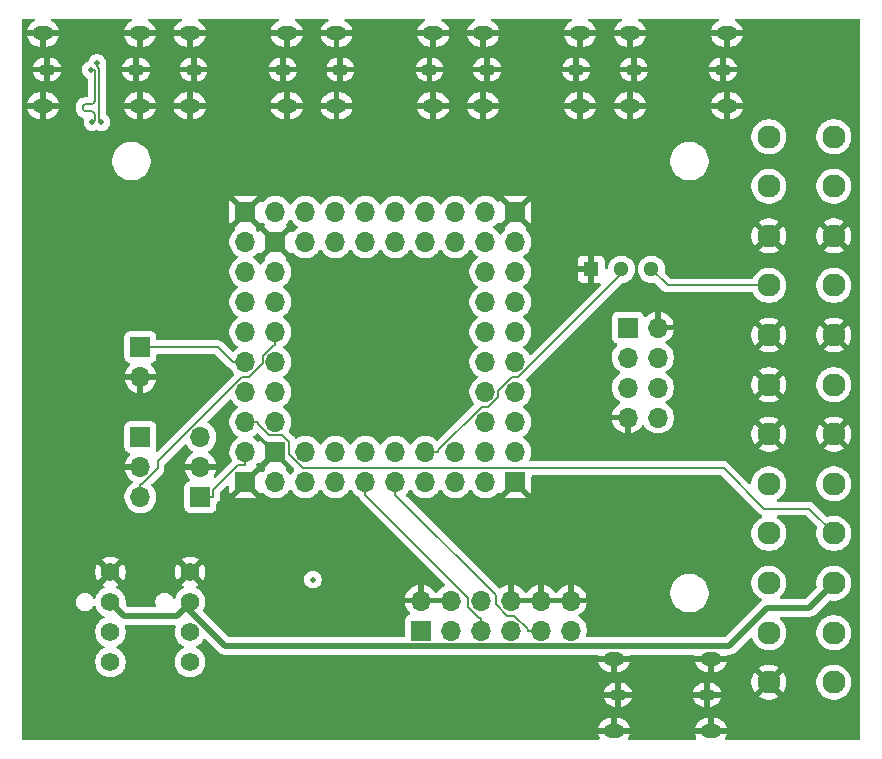
<source format=gbr>
%TF.GenerationSoftware,KiCad,Pcbnew,9.0.0-250-g02b756189b*%
%TF.CreationDate,2025-03-30T18:15:54-05:00*%
%TF.ProjectId,PicoPowerManagement,5069636f-506f-4776-9572-4d616e616765,rev?*%
%TF.SameCoordinates,Original*%
%TF.FileFunction,Copper,L3,Inr*%
%TF.FilePolarity,Positive*%
%FSLAX46Y46*%
G04 Gerber Fmt 4.6, Leading zero omitted, Abs format (unit mm)*
G04 Created by KiCad (PCBNEW 9.0.0-250-g02b756189b) date 2025-03-30 18:15:54*
%MOMM*%
%LPD*%
G01*
G04 APERTURE LIST*
%TA.AperFunction,ComponentPad*%
%ADD10O,1.750000X1.250000*%
%TD*%
%TA.AperFunction,ComponentPad*%
%ADD11O,1.400000X1.000000*%
%TD*%
%TA.AperFunction,ComponentPad*%
%ADD12R,1.700000X1.700000*%
%TD*%
%TA.AperFunction,ComponentPad*%
%ADD13O,1.700000X1.700000*%
%TD*%
%TA.AperFunction,ComponentPad*%
%ADD14C,1.574800*%
%TD*%
%TA.AperFunction,ComponentPad*%
%ADD15R,1.298000X1.298000*%
%TD*%
%TA.AperFunction,ComponentPad*%
%ADD16C,1.298000*%
%TD*%
%TA.AperFunction,ComponentPad*%
%ADD17C,1.955800*%
%TD*%
%TA.AperFunction,ViaPad*%
%ADD18C,0.508000*%
%TD*%
%TA.AperFunction,Conductor*%
%ADD19C,0.152400*%
%TD*%
%TA.AperFunction,Conductor*%
%ADD20C,0.500000*%
%TD*%
G04 APERTURE END LIST*
D10*
%TO.N,GND*%
%TO.C,J6*%
X52161000Y-21695000D03*
X60361000Y-21695000D03*
D11*
X52486000Y-24765000D03*
X60036000Y-24765000D03*
D10*
X52161000Y-27835000D03*
X60361000Y-27835000D03*
%TD*%
D12*
%TO.N,/RESET*%
%TO.C,J15*%
X35560000Y-48260000D03*
D13*
%TO.N,GND*%
X35560000Y-50800000D03*
%TD*%
D14*
%TO.N,/5V PWM1*%
%TO.C,J11*%
X33020000Y-74930000D03*
%TO.N,/RPM Signal1*%
X33020000Y-72390000D03*
%TO.N,+12V*%
X33020000Y-69850000D03*
%TO.N,GND*%
X33020000Y-67310000D03*
%TD*%
D10*
%TO.N,GND*%
%TO.C,J10*%
X75656000Y-74640000D03*
X83856000Y-74640000D03*
D11*
X75981000Y-77710000D03*
X83531000Y-77710000D03*
D10*
X75656000Y-80780000D03*
X83856000Y-80780000D03*
%TD*%
%TO.N,GND*%
%TO.C,J1*%
X27315000Y-21695000D03*
X35515000Y-21695000D03*
D11*
X27640000Y-24765000D03*
X35190000Y-24765000D03*
D10*
X27315000Y-27835000D03*
X35515000Y-27835000D03*
%TD*%
D12*
%TO.N,/PWR_R*%
%TO.C,J5*%
X76835000Y-46609000D03*
D13*
%TO.N,GND*%
X79375000Y-46609000D03*
%TO.N,/PWR_G*%
X76835000Y-49149000D03*
%TO.N,/RESET_B*%
X79375000Y-49149000D03*
%TO.N,/PWR_B*%
X76835000Y-51689000D03*
%TO.N,/RESET_G*%
X79375000Y-51689000D03*
%TO.N,GND*%
X76835000Y-54229000D03*
%TO.N,/RESET_R*%
X79375000Y-54229000D03*
%TD*%
D12*
%TO.N,/UART RX*%
%TO.C,J3*%
X40640000Y-60960000D03*
D13*
%TO.N,GND*%
X40640000Y-58420000D03*
%TO.N,/UART TX*%
X40640000Y-55880000D03*
%TD*%
D12*
%TO.N,/Display_On*%
%TO.C,J8*%
X59309000Y-72263000D03*
D13*
%TO.N,GND*%
X59309000Y-69723000D03*
%TO.N,/Pi1_On*%
X61849000Y-72263000D03*
%TO.N,GND*%
X61849000Y-69723000D03*
%TO.N,/Pi2_On*%
X64389000Y-72263000D03*
%TO.N,GND*%
X64389000Y-69723000D03*
%TO.N,/Pi3_On*%
X66929000Y-72263000D03*
%TO.N,GND*%
X66929000Y-69723000D03*
%TO.N,/Pi4_On*%
X69469000Y-72263000D03*
%TO.N,GND*%
X69469000Y-69723000D03*
%TO.N,/PWR*%
X72009000Y-72263000D03*
%TO.N,GND*%
X72009000Y-69723000D03*
%TD*%
D15*
%TO.N,GND*%
%TO.C,Q1*%
X73741500Y-41678000D03*
D16*
%TO.N,/PSU_ON*%
X76281500Y-41678000D03*
%TO.N,/PS_ON#*%
X78821500Y-41678000D03*
%TD*%
D10*
%TO.N,GND*%
%TO.C,J7*%
X64584000Y-21695000D03*
X72784000Y-21695000D03*
D11*
X64909000Y-24765000D03*
X72459000Y-24765000D03*
D10*
X64584000Y-27835000D03*
X72784000Y-27835000D03*
%TD*%
D12*
%TO.N,/SWDIO*%
%TO.C,J4*%
X35560000Y-55880000D03*
D13*
%TO.N,GND*%
X35560000Y-58420000D03*
%TO.N,/SWCLK*%
X35560000Y-60960000D03*
%TD*%
D10*
%TO.N,GND*%
%TO.C,J9*%
X77007000Y-21695000D03*
X85207000Y-21695000D03*
D11*
X77332000Y-24765000D03*
X84882000Y-24765000D03*
D10*
X77007000Y-27835000D03*
X85207000Y-27835000D03*
%TD*%
D17*
%TO.N,unconnected-(J13-Pad1)*%
%TO.C,J13*%
X94273000Y-30444000D03*
%TO.N,unconnected-(J13-Pad2)*%
X94273000Y-34644000D03*
%TO.N,GND*%
X94273000Y-38843999D03*
%TO.N,+5V*%
X94273000Y-43043998D03*
%TO.N,GND*%
X94273000Y-47243998D03*
%TO.N,+5V*%
X94273000Y-51443997D03*
%TO.N,GND*%
X94273000Y-55643996D03*
%TO.N,unconnected-(J13-Pad8)*%
X94273000Y-59843995D03*
%TO.N,/+5VDC_Standby*%
X94273000Y-64043995D03*
%TO.N,+12V*%
X94273000Y-68243994D03*
X94273000Y-72443993D03*
%TO.N,unconnected-(J13-Pad12)*%
X94273000Y-76643992D03*
%TO.N,unconnected-(J13-Pad13)*%
X88773001Y-30444000D03*
%TO.N,unconnected-(J13-Pad14)*%
X88773001Y-34644000D03*
%TO.N,GND*%
X88773001Y-38843999D03*
%TO.N,/PS_ON#*%
X88773001Y-43043998D03*
%TO.N,GND*%
X88773001Y-47243998D03*
X88773001Y-51443997D03*
X88773001Y-55643996D03*
%TO.N,unconnected-(J13-Pad20)*%
X88773001Y-59843995D03*
%TO.N,+5V*%
X88773001Y-64043995D03*
X88773001Y-68243994D03*
X88773001Y-72443993D03*
%TO.N,GND*%
X88773001Y-76643992D03*
%TD*%
D14*
%TO.N,/5V PWM2*%
%TO.C,J12*%
X39766200Y-74930000D03*
%TO.N,/RPM Signal2*%
X39766200Y-72390000D03*
%TO.N,+12V*%
X39766200Y-69850000D03*
%TO.N,GND*%
X39766200Y-67310000D03*
%TD*%
D13*
%TO.N,/UART TX*%
%TO.C,U1*%
X46990000Y-54610000D03*
%TO.N,/UART RX*%
X44450000Y-57150000D03*
%TO.N,/3v3RPMSignal1*%
X46990000Y-59690000D03*
%TO.N,/3v3PWM1*%
X49530000Y-57150000D03*
%TO.N,/3v3RPMSignal2*%
X49530000Y-59690000D03*
%TO.N,/3v3PWM2*%
X52070000Y-57150000D03*
%TO.N,/Display_On*%
X52070000Y-59690000D03*
%TO.N,/Pi1_On*%
X54610000Y-57150000D03*
%TO.N,/Pi2_On*%
X54610000Y-59690000D03*
%TO.N,/Pi3_On*%
X57150000Y-57150000D03*
%TO.N,/Pi4_On*%
X57150000Y-59690000D03*
%TO.N,/PSU_ON*%
X59690000Y-57150000D03*
%TO.N,unconnected-(U1-GPIO12-Pad12)*%
X59690000Y-59690000D03*
%TO.N,unconnected-(U1-GPIO13-Pad13)*%
X62230000Y-57150000D03*
%TO.N,unconnected-(U1-GPIO14-Pad14)*%
X62230000Y-59690000D03*
%TO.N,unconnected-(U1-GPIO15-Pad15)*%
X64770000Y-57150000D03*
%TO.N,unconnected-(U1-GPIO16-Pad16)*%
X64770000Y-59690000D03*
%TO.N,unconnected-(U1-GPIO17-Pad17)*%
X67310000Y-57150000D03*
%TO.N,unconnected-(U1-GPIO18-Pad18)*%
X67310000Y-54610000D03*
%TO.N,unconnected-(U1-GPIO19-Pad19)*%
X64770000Y-54610000D03*
%TO.N,SDA0*%
X67310000Y-52070000D03*
%TO.N,SCL0*%
X64770000Y-52070000D03*
%TO.N,SDA1*%
X67310000Y-49530000D03*
%TO.N,SCL1*%
X64770000Y-49530000D03*
%TO.N,/PWR*%
X67310000Y-46990000D03*
%TO.N,/USB5_INT*%
X64770000Y-46990000D03*
%TO.N,/USB5_5VEN*%
X67310000Y-44450000D03*
%TO.N,/USB5_12VEN*%
X64770000Y-44450000D03*
%TO.N,/USB4_INT*%
X67310000Y-41910000D03*
%TO.N,/USB4_5VEN*%
X64770000Y-41910000D03*
%TO.N,/USB4_12VEN*%
X67310000Y-39370000D03*
%TO.N,/USB3_INT*%
X64770000Y-39370000D03*
%TO.N,/USB3_5VEN*%
X64770000Y-36830000D03*
%TO.N,/USB3_12VEN*%
X62230000Y-39370000D03*
%TO.N,/USB2_5VEN*%
X62230000Y-36830000D03*
%TO.N,/USB2_12VEN*%
X59690000Y-39370000D03*
%TO.N,/USB2_INT*%
X59690000Y-36830000D03*
%TO.N,/USB1_12VEN*%
X57150000Y-39370000D03*
%TO.N,/USB1_5VEN*%
X57150000Y-36830000D03*
%TO.N,/USB1_INT*%
X54610000Y-39370000D03*
%TO.N,/USB0_12VEN*%
X54610000Y-36830000D03*
%TO.N,/USB0_INT*%
X52070000Y-39370000D03*
%TO.N,/USB0_5VEN*%
X52070000Y-36830000D03*
%TO.N,unconnected-(U1-GPIO43-Pad43)*%
X49530000Y-39370000D03*
%TO.N,unconnected-(U1-GPIO44-Pad44)*%
X49530000Y-36830000D03*
%TO.N,unconnected-(U1-GPIO45-Pad45)*%
X46990000Y-36830000D03*
%TO.N,unconnected-(U1-GPIO46-Pad46)*%
X44450000Y-39370000D03*
%TO.N,unconnected-(U1-GPIO47-Pad47)*%
X46990000Y-41910000D03*
%TO.N,/BOOTSEL*%
X44450000Y-41910000D03*
%TO.N,/SWDIO*%
X46990000Y-44450000D03*
%TO.N,/USBD-*%
X44450000Y-44450000D03*
%TO.N,/USBD+*%
X44450000Y-46990000D03*
%TO.N,/SWCLK*%
X46990000Y-46990000D03*
%TO.N,/RESET*%
X44450000Y-49530000D03*
%TO.N,unconnected-(U1-ADCVREF-Pad54)*%
X46990000Y-49530000D03*
%TO.N,unconnected-(U1-3v3EN-Pad55)*%
X44450000Y-52070000D03*
%TO.N,+3.3V*%
X46990000Y-52070000D03*
%TO.N,/+5VDC_Standby*%
X44450000Y-54610000D03*
D12*
%TO.N,GND*%
X44450000Y-59690000D03*
X46990000Y-57150000D03*
X67310000Y-59690000D03*
X67310000Y-36830000D03*
X44450000Y-36830000D03*
X46990000Y-39370000D03*
%TD*%
D10*
%TO.N,GND*%
%TO.C,J2*%
X39738000Y-21695000D03*
X47938000Y-21695000D03*
D11*
X40063000Y-24765000D03*
X47613000Y-24765000D03*
D10*
X39738000Y-27835000D03*
X47938000Y-27835000D03*
%TD*%
D18*
%TO.N,/RPM Signal2*%
X50165000Y-67945000D03*
%TO.N,/USBD-*%
X31890994Y-24243006D03*
X32256000Y-29210000D03*
%TO.N,/USBD+*%
X31355006Y-24778994D03*
X31498000Y-29210000D03*
%TD*%
D19*
%TO.N,/Pi4_On*%
X65659000Y-70027500D02*
X66624500Y-70993000D01*
X69469000Y-72263000D02*
X68388700Y-72263000D01*
X68388700Y-72151100D02*
X68388700Y-72263000D01*
X67230600Y-70993000D02*
X68388700Y-72151100D01*
X57150000Y-59690000D02*
X57150000Y-60770300D01*
X65659000Y-69279300D02*
X65659000Y-70027500D01*
X66624500Y-70993000D02*
X67230600Y-70993000D01*
X57150000Y-60770300D02*
X65659000Y-69279300D01*
%TO.N,/PSU_ON*%
X65850300Y-52519400D02*
X65850300Y-51944600D01*
X64445300Y-53340000D02*
X65029700Y-53340000D01*
X76281500Y-42088600D02*
X76281500Y-41678000D01*
X60770300Y-57150000D02*
X60770300Y-57015000D01*
X66994900Y-50800000D02*
X67570100Y-50800000D01*
X65850300Y-51944600D02*
X66994900Y-50800000D01*
X67570100Y-50800000D02*
X76281500Y-42088600D01*
X59690000Y-57150000D02*
X60770300Y-57150000D01*
X60770300Y-57015000D02*
X64445300Y-53340000D01*
X65029700Y-53340000D02*
X65850300Y-52519400D01*
%TO.N,/UART RX*%
X41720300Y-60369200D02*
X41720300Y-60960000D01*
X44450000Y-58230300D02*
X43859200Y-58230300D01*
X44450000Y-57150000D02*
X44450000Y-58230300D01*
X40640000Y-60960000D02*
X41720300Y-60960000D01*
X43859200Y-58230300D02*
X41720300Y-60369200D01*
%TO.N,/+5VDC_Standby*%
X47573400Y-55690300D02*
X48152100Y-56269000D01*
X48152100Y-56269000D02*
X48152100Y-57340200D01*
X88379600Y-61944000D02*
X92173000Y-61944000D01*
X45530300Y-54610000D02*
X45530300Y-54745200D01*
X84963500Y-58527900D02*
X88379600Y-61944000D01*
X45530300Y-54745200D02*
X46475400Y-55690300D01*
X92173000Y-61944000D02*
X94273000Y-64044000D01*
X48152100Y-57340200D02*
X49339800Y-58527900D01*
X49339800Y-58527900D02*
X84963500Y-58527900D01*
X44450000Y-54610000D02*
X45530300Y-54610000D01*
X46475400Y-55690300D02*
X47573400Y-55690300D01*
%TO.N,/Pi2_On*%
X64389000Y-72263000D02*
X64389000Y-71182700D01*
X63308700Y-69469000D02*
X54610000Y-60770300D01*
X54610000Y-59690000D02*
X54610000Y-60770300D01*
X63308700Y-70237600D02*
X63308700Y-69469000D01*
X64253800Y-71182700D02*
X63308700Y-70237600D01*
X64389000Y-71182700D02*
X64253800Y-71182700D01*
D20*
%TO.N,+12V*%
X39438900Y-70177300D02*
X39766200Y-69850000D01*
X88625400Y-70344000D02*
X92173000Y-70344000D01*
X34201200Y-71031200D02*
X38686200Y-71031200D01*
X38686200Y-71031200D02*
X39438900Y-70278500D01*
X85413400Y-73556000D02*
X88625400Y-70344000D01*
X42716400Y-73556000D02*
X85413400Y-73556000D01*
X39438900Y-70278500D02*
X39438900Y-70177300D01*
X33020000Y-69850000D02*
X34201200Y-71031200D01*
X92173000Y-70344000D02*
X94273000Y-68244000D01*
X39438900Y-70278500D02*
X42716400Y-73556000D01*
D19*
%TO.N,/PS_ON#*%
X80187500Y-43044000D02*
X78821500Y-41678000D01*
X88773000Y-43044000D02*
X80187500Y-43044000D01*
%TO.N,/SWCLK*%
X45909700Y-49644800D02*
X44754500Y-50800000D01*
X46990000Y-46990000D02*
X46990000Y-48070300D01*
X46854800Y-48070300D02*
X45909700Y-49015400D01*
X35671900Y-59879700D02*
X35560000Y-59879700D01*
X46990000Y-48070300D02*
X46854800Y-48070300D01*
X37021200Y-57943700D02*
X37021200Y-58530400D01*
X37021200Y-58530400D02*
X35671900Y-59879700D01*
X44164900Y-50800000D02*
X37021200Y-57943700D01*
X44754500Y-50800000D02*
X44164900Y-50800000D01*
X35560000Y-60960000D02*
X35560000Y-59879700D01*
X45909700Y-49015400D02*
X45909700Y-49644800D01*
%TO.N,/USBD-*%
X32078200Y-28362528D02*
X32078200Y-28175043D01*
X31890994Y-24494454D02*
X31890994Y-24243006D01*
X32078200Y-28175043D02*
X32078200Y-24681660D01*
X32078200Y-24681660D02*
X31890994Y-24494454D01*
X32078200Y-29032200D02*
X32078200Y-28362528D01*
X32256000Y-29210000D02*
X32078200Y-29032200D01*
%TO.N,/USBD+*%
X31606454Y-24778994D02*
X31675800Y-24848340D01*
X30675800Y-27936352D02*
X30675800Y-28056352D01*
X31435800Y-27696352D02*
X30915800Y-27696352D01*
X30915800Y-28296352D02*
X31435800Y-28296352D01*
X31675800Y-29032200D02*
X31498000Y-29210000D01*
X31675800Y-28656352D02*
X31675800Y-29032200D01*
X31355006Y-24778994D02*
X31606454Y-24778994D01*
X31675800Y-28536352D02*
X31675800Y-28656352D01*
X31675800Y-24848340D02*
X31675800Y-27456352D01*
X31675800Y-27456352D02*
G75*
G02*
X31435800Y-27696400I-240000J-48D01*
G01*
X31435800Y-28296352D02*
G75*
G02*
X31675848Y-28536352I0J-240048D01*
G01*
X30915800Y-27696352D02*
G75*
G03*
X30675752Y-27936352I0J-240048D01*
G01*
X30675800Y-28056352D02*
G75*
G03*
X30915800Y-28296400I240000J-48D01*
G01*
%TO.N,/RESET*%
X44450000Y-49530000D02*
X43369700Y-49530000D01*
X42099700Y-48260000D02*
X43369700Y-49530000D01*
X35560000Y-48260000D02*
X42099700Y-48260000D01*
%TD*%
%TA.AperFunction,Conductor*%
%TO.N,GND*%
G36*
X61383075Y-69530007D02*
G01*
X61349000Y-69657174D01*
X61349000Y-69788826D01*
X61383075Y-69915993D01*
X61415988Y-69973000D01*
X59742012Y-69973000D01*
X59774925Y-69915993D01*
X59809000Y-69788826D01*
X59809000Y-69657174D01*
X59774925Y-69530007D01*
X59742012Y-69473000D01*
X61415988Y-69473000D01*
X61383075Y-69530007D01*
G37*
%TD.AperFunction*%
%TA.AperFunction,Conductor*%
G36*
X62475201Y-69481644D02*
G01*
X62505188Y-69488168D01*
X62510203Y-69491922D01*
X62512800Y-69492685D01*
X62533442Y-69509319D01*
X62695681Y-69671558D01*
X62729166Y-69732881D01*
X62732000Y-69759239D01*
X62732000Y-69849000D01*
X62712315Y-69916039D01*
X62659511Y-69961794D01*
X62608000Y-69973000D01*
X62282012Y-69973000D01*
X62314925Y-69915993D01*
X62349000Y-69788826D01*
X62349000Y-69657174D01*
X62314925Y-69530007D01*
X62282012Y-69473000D01*
X62445761Y-69473000D01*
X62475201Y-69481644D01*
G37*
%TD.AperFunction*%
%TA.AperFunction,Conductor*%
G36*
X65025339Y-69492685D02*
G01*
X65071094Y-69545489D01*
X65082300Y-69597000D01*
X65082300Y-69849000D01*
X65062615Y-69916039D01*
X65009811Y-69961794D01*
X64958300Y-69973000D01*
X64822012Y-69973000D01*
X64854925Y-69915993D01*
X64889000Y-69788826D01*
X64889000Y-69657174D01*
X64854925Y-69530007D01*
X64822012Y-69473000D01*
X64958300Y-69473000D01*
X65025339Y-69492685D01*
G37*
%TD.AperFunction*%
%TA.AperFunction,Conductor*%
G36*
X66463075Y-69530007D02*
G01*
X66429000Y-69657174D01*
X66429000Y-69788826D01*
X66463075Y-69915993D01*
X66495988Y-69973000D01*
X66471439Y-69973000D01*
X66441998Y-69964355D01*
X66412012Y-69957832D01*
X66406996Y-69954077D01*
X66404400Y-69953315D01*
X66383758Y-69936681D01*
X66272019Y-69824942D01*
X66238534Y-69763619D01*
X66235700Y-69737261D01*
X66235700Y-69597000D01*
X66255385Y-69529961D01*
X66308189Y-69484206D01*
X66359700Y-69473000D01*
X66495988Y-69473000D01*
X66463075Y-69530007D01*
G37*
%TD.AperFunction*%
%TA.AperFunction,Conductor*%
G36*
X69003075Y-69530007D02*
G01*
X68969000Y-69657174D01*
X68969000Y-69788826D01*
X69003075Y-69915993D01*
X69035988Y-69973000D01*
X67362012Y-69973000D01*
X67394925Y-69915993D01*
X67429000Y-69788826D01*
X67429000Y-69657174D01*
X67394925Y-69530007D01*
X67362012Y-69473000D01*
X69035988Y-69473000D01*
X69003075Y-69530007D01*
G37*
%TD.AperFunction*%
%TA.AperFunction,Conductor*%
G36*
X71543075Y-69530007D02*
G01*
X71509000Y-69657174D01*
X71509000Y-69788826D01*
X71543075Y-69915993D01*
X71575988Y-69973000D01*
X69902012Y-69973000D01*
X69934925Y-69915993D01*
X69969000Y-69788826D01*
X69969000Y-69657174D01*
X69934925Y-69530007D01*
X69902012Y-69473000D01*
X71575988Y-69473000D01*
X71543075Y-69530007D01*
G37*
%TD.AperFunction*%
%TA.AperFunction,Conductor*%
G36*
X63923075Y-69530007D02*
G01*
X63889000Y-69657174D01*
X63889000Y-69788826D01*
X63923075Y-69915993D01*
X63945084Y-69954114D01*
X63942361Y-69953315D01*
X63896606Y-69900511D01*
X63885400Y-69849000D01*
X63885400Y-69597000D01*
X63905085Y-69529961D01*
X63941138Y-69498720D01*
X63923075Y-69530007D01*
G37*
%TD.AperFunction*%
%TA.AperFunction,Conductor*%
G36*
X44052648Y-58954942D02*
G01*
X44096995Y-58983443D01*
X44320589Y-59207037D01*
X44257007Y-59224075D01*
X44142993Y-59289901D01*
X44049901Y-59382993D01*
X43984075Y-59497007D01*
X43967037Y-59560589D01*
X43743443Y-59336995D01*
X43709958Y-59275672D01*
X43714942Y-59205980D01*
X43743441Y-59161635D01*
X43921635Y-58983441D01*
X43982956Y-58949958D01*
X44052648Y-58954942D01*
G37*
%TD.AperFunction*%
%TA.AperFunction,Conductor*%
G36*
X46524075Y-57342993D02*
G01*
X46589901Y-57457007D01*
X46682993Y-57550099D01*
X46797007Y-57615925D01*
X46860589Y-57632962D01*
X46008829Y-58484720D01*
X46008829Y-58484722D01*
X46029469Y-58492421D01*
X46029471Y-58492422D01*
X46029472Y-58492423D01*
X46029475Y-58492424D01*
X46052065Y-58509336D01*
X46085404Y-58534294D01*
X46085404Y-58534295D01*
X46085407Y-58534297D01*
X46096957Y-58565269D01*
X46109821Y-58599758D01*
X46109820Y-58599761D01*
X46109821Y-58599763D01*
X46103119Y-58630567D01*
X46094969Y-58668031D01*
X46094967Y-58668033D01*
X46094967Y-58668035D01*
X46075201Y-58694438D01*
X46073818Y-58696285D01*
X45996285Y-58773818D01*
X45934962Y-58807303D01*
X45865270Y-58802319D01*
X45809337Y-58760447D01*
X45792424Y-58729475D01*
X45784722Y-58708829D01*
X45686776Y-58806776D01*
X45686775Y-58806776D01*
X44932962Y-59560588D01*
X44915925Y-59497007D01*
X44850099Y-59382993D01*
X44757007Y-59289901D01*
X44642993Y-59224075D01*
X44579410Y-59207037D01*
X45431170Y-58355277D01*
X45431170Y-58355276D01*
X45410530Y-58347578D01*
X45410527Y-58347578D01*
X45372455Y-58319077D01*
X45354593Y-58305706D01*
X45330177Y-58240241D01*
X45345029Y-58171968D01*
X45366177Y-58143718D01*
X45443717Y-58066178D01*
X45505038Y-58032695D01*
X45574730Y-58037679D01*
X45630663Y-58079551D01*
X45647577Y-58110527D01*
X45655276Y-58131169D01*
X45753224Y-58033223D01*
X46507037Y-57279410D01*
X46524075Y-57342993D01*
G37*
%TD.AperFunction*%
%TA.AperFunction,Conductor*%
G36*
X43206621Y-52676368D02*
G01*
X43262554Y-52718240D01*
X43273771Y-52736254D01*
X43294949Y-52777817D01*
X43419890Y-52949786D01*
X43570213Y-53100109D01*
X43742182Y-53225050D01*
X43750946Y-53229516D01*
X43801742Y-53277491D01*
X43818536Y-53345312D01*
X43795998Y-53411447D01*
X43750946Y-53450484D01*
X43742182Y-53454949D01*
X43570213Y-53579890D01*
X43419890Y-53730213D01*
X43294951Y-53902179D01*
X43198444Y-54091585D01*
X43132753Y-54293760D01*
X43099500Y-54503713D01*
X43099500Y-54716286D01*
X43132163Y-54922517D01*
X43132754Y-54926243D01*
X43191961Y-55108464D01*
X43198444Y-55128414D01*
X43294951Y-55317820D01*
X43419890Y-55489786D01*
X43570213Y-55640109D01*
X43742182Y-55765050D01*
X43750946Y-55769516D01*
X43801742Y-55817491D01*
X43818536Y-55885312D01*
X43795998Y-55951447D01*
X43750946Y-55990484D01*
X43742182Y-55994949D01*
X43570213Y-56119890D01*
X43419890Y-56270213D01*
X43294951Y-56442179D01*
X43198444Y-56631585D01*
X43132753Y-56833760D01*
X43113233Y-56957007D01*
X43099500Y-57043713D01*
X43099500Y-57256287D01*
X43132754Y-57466243D01*
X43198443Y-57668412D01*
X43294944Y-57857806D01*
X43307840Y-57926474D01*
X43281564Y-57991215D01*
X43272140Y-58001781D01*
X41974175Y-59299746D01*
X41912852Y-59333231D01*
X41843160Y-59328247D01*
X41787227Y-59286375D01*
X41762810Y-59220911D01*
X41777662Y-59152638D01*
X41786179Y-59139176D01*
X41794621Y-59127557D01*
X41891095Y-58938217D01*
X41956757Y-58736129D01*
X41956757Y-58736126D01*
X41967231Y-58670000D01*
X41073012Y-58670000D01*
X41105925Y-58612993D01*
X41140000Y-58485826D01*
X41140000Y-58354174D01*
X41105925Y-58227007D01*
X41073012Y-58170000D01*
X41967231Y-58170000D01*
X41956757Y-58103873D01*
X41956757Y-58103870D01*
X41891095Y-57901782D01*
X41794620Y-57712442D01*
X41669727Y-57540540D01*
X41669723Y-57540535D01*
X41519464Y-57390276D01*
X41519459Y-57390272D01*
X41347555Y-57265377D01*
X41338500Y-57260763D01*
X41287706Y-57212788D01*
X41270912Y-57144966D01*
X41293451Y-57078832D01*
X41338508Y-57039793D01*
X41347816Y-57035051D01*
X41459787Y-56953700D01*
X41519786Y-56910109D01*
X41519788Y-56910106D01*
X41519792Y-56910104D01*
X41670104Y-56759792D01*
X41670106Y-56759788D01*
X41670109Y-56759786D01*
X41795048Y-56587820D01*
X41795050Y-56587817D01*
X41795051Y-56587816D01*
X41891557Y-56398412D01*
X41957246Y-56196243D01*
X41990500Y-55986287D01*
X41990500Y-55773713D01*
X41957246Y-55563757D01*
X41891557Y-55361588D01*
X41795051Y-55172184D01*
X41795049Y-55172181D01*
X41795048Y-55172179D01*
X41670109Y-55000213D01*
X41519786Y-54849890D01*
X41347817Y-54724949D01*
X41306254Y-54703771D01*
X41255458Y-54655796D01*
X41238664Y-54587975D01*
X41261202Y-54521840D01*
X41274863Y-54505612D01*
X43075608Y-52704867D01*
X43136929Y-52671384D01*
X43206621Y-52676368D01*
G37*
%TD.AperFunction*%
%TA.AperFunction,Conductor*%
G36*
X47540439Y-57346887D02*
G01*
X47573924Y-57408210D01*
X47575124Y-57415095D01*
X47588828Y-57466239D01*
X47611298Y-57550099D01*
X47614702Y-57562800D01*
X47614702Y-57562801D01*
X47690622Y-57694298D01*
X47690627Y-57694304D01*
X48565532Y-58569209D01*
X48599017Y-58630532D01*
X48594033Y-58700224D01*
X48565533Y-58744571D01*
X48499889Y-58810215D01*
X48374949Y-58982182D01*
X48370484Y-58990946D01*
X48322509Y-59041742D01*
X48254688Y-59058536D01*
X48188553Y-59035998D01*
X48149516Y-58990946D01*
X48145050Y-58982182D01*
X48020109Y-58810213D01*
X47906180Y-58696284D01*
X47872695Y-58634961D01*
X47877679Y-58565269D01*
X47919551Y-58509336D01*
X47950523Y-58492423D01*
X47971169Y-58484721D01*
X47119410Y-57632962D01*
X47182993Y-57615925D01*
X47297007Y-57550099D01*
X47390099Y-57457007D01*
X47455925Y-57342993D01*
X47472962Y-57279410D01*
X47540439Y-57346887D01*
G37*
%TD.AperFunction*%
%TA.AperFunction,Conductor*%
G36*
X45513042Y-55559366D02*
G01*
X45557390Y-55587867D01*
X46013925Y-56044402D01*
X46121298Y-56151775D01*
X46121299Y-56151776D01*
X46121301Y-56151777D01*
X46186591Y-56189472D01*
X46252802Y-56227699D01*
X46399476Y-56267000D01*
X46409190Y-56267000D01*
X46476229Y-56286685D01*
X46496871Y-56303319D01*
X46860589Y-56667037D01*
X46797007Y-56684075D01*
X46682993Y-56749901D01*
X46589901Y-56842993D01*
X46524075Y-56957007D01*
X46507037Y-57020589D01*
X45655277Y-56168829D01*
X45655275Y-56168829D01*
X45647576Y-56189472D01*
X45605704Y-56245405D01*
X45540239Y-56269821D01*
X45471967Y-56254968D01*
X45443714Y-56233818D01*
X45329786Y-56119890D01*
X45157820Y-55994951D01*
X45157115Y-55994591D01*
X45149054Y-55990485D01*
X45098259Y-55942512D01*
X45081463Y-55874692D01*
X45103999Y-55808556D01*
X45149054Y-55769515D01*
X45157816Y-55765051D01*
X45226301Y-55715294D01*
X45329786Y-55640109D01*
X45329788Y-55640106D01*
X45329792Y-55640104D01*
X45382028Y-55587867D01*
X45443350Y-55554382D01*
X45513042Y-55559366D01*
G37*
%TD.AperFunction*%
%TA.AperFunction,Conductor*%
G36*
X47443959Y-56416756D02*
G01*
X47470318Y-56418642D01*
X47479371Y-56424460D01*
X47486412Y-56425992D01*
X47514666Y-56447143D01*
X47539081Y-56471558D01*
X47572566Y-56532881D01*
X47575400Y-56559239D01*
X47575400Y-56866790D01*
X47555715Y-56933829D01*
X47539081Y-56954471D01*
X47472962Y-57020589D01*
X47455925Y-56957007D01*
X47390099Y-56842993D01*
X47297007Y-56749901D01*
X47182993Y-56684075D01*
X47119410Y-56667037D01*
X47339304Y-56447143D01*
X47347249Y-56442804D01*
X47352675Y-56435557D01*
X47377434Y-56426322D01*
X47400627Y-56413658D01*
X47409656Y-56414303D01*
X47418139Y-56411140D01*
X47443959Y-56416756D01*
G37*
%TD.AperFunction*%
%TA.AperFunction,Conductor*%
G36*
X48324721Y-40351169D02*
G01*
X48332423Y-40330523D01*
X48374297Y-40274591D01*
X48439762Y-40250177D01*
X48508034Y-40265031D01*
X48536284Y-40286180D01*
X48650213Y-40400109D01*
X48822179Y-40525048D01*
X48822181Y-40525049D01*
X48822184Y-40525051D01*
X49011588Y-40621557D01*
X49213757Y-40687246D01*
X49423713Y-40720500D01*
X49423714Y-40720500D01*
X49636286Y-40720500D01*
X49636287Y-40720500D01*
X49846243Y-40687246D01*
X50048412Y-40621557D01*
X50237816Y-40525051D01*
X50259789Y-40509086D01*
X50409786Y-40400109D01*
X50409788Y-40400106D01*
X50409792Y-40400104D01*
X50560104Y-40249792D01*
X50560106Y-40249788D01*
X50560109Y-40249786D01*
X50685048Y-40077820D01*
X50685049Y-40077819D01*
X50685051Y-40077816D01*
X50689514Y-40069054D01*
X50737488Y-40018259D01*
X50805308Y-40001463D01*
X50871444Y-40023999D01*
X50910486Y-40069056D01*
X50914951Y-40077820D01*
X51039890Y-40249786D01*
X51190213Y-40400109D01*
X51362179Y-40525048D01*
X51362181Y-40525049D01*
X51362184Y-40525051D01*
X51551588Y-40621557D01*
X51753757Y-40687246D01*
X51963713Y-40720500D01*
X51963714Y-40720500D01*
X52176286Y-40720500D01*
X52176287Y-40720500D01*
X52386243Y-40687246D01*
X52588412Y-40621557D01*
X52777816Y-40525051D01*
X52799789Y-40509086D01*
X52949786Y-40400109D01*
X52949788Y-40400106D01*
X52949792Y-40400104D01*
X53100104Y-40249792D01*
X53100106Y-40249788D01*
X53100109Y-40249786D01*
X53225048Y-40077820D01*
X53225049Y-40077819D01*
X53225051Y-40077816D01*
X53229514Y-40069054D01*
X53277488Y-40018259D01*
X53345308Y-40001463D01*
X53411444Y-40023999D01*
X53450486Y-40069056D01*
X53454951Y-40077820D01*
X53579890Y-40249786D01*
X53730213Y-40400109D01*
X53902179Y-40525048D01*
X53902181Y-40525049D01*
X53902184Y-40525051D01*
X54091588Y-40621557D01*
X54293757Y-40687246D01*
X54503713Y-40720500D01*
X54503714Y-40720500D01*
X54716286Y-40720500D01*
X54716287Y-40720500D01*
X54926243Y-40687246D01*
X55128412Y-40621557D01*
X55317816Y-40525051D01*
X55339789Y-40509086D01*
X55489786Y-40400109D01*
X55489788Y-40400106D01*
X55489792Y-40400104D01*
X55640104Y-40249792D01*
X55640106Y-40249788D01*
X55640109Y-40249786D01*
X55765048Y-40077820D01*
X55765049Y-40077819D01*
X55765051Y-40077816D01*
X55769514Y-40069054D01*
X55817488Y-40018259D01*
X55885308Y-40001463D01*
X55951444Y-40023999D01*
X55990486Y-40069056D01*
X55994951Y-40077820D01*
X56119890Y-40249786D01*
X56270213Y-40400109D01*
X56442179Y-40525048D01*
X56442181Y-40525049D01*
X56442184Y-40525051D01*
X56631588Y-40621557D01*
X56833757Y-40687246D01*
X57043713Y-40720500D01*
X57043714Y-40720500D01*
X57256286Y-40720500D01*
X57256287Y-40720500D01*
X57466243Y-40687246D01*
X57668412Y-40621557D01*
X57857816Y-40525051D01*
X57879789Y-40509086D01*
X58029786Y-40400109D01*
X58029788Y-40400106D01*
X58029792Y-40400104D01*
X58180104Y-40249792D01*
X58180106Y-40249788D01*
X58180109Y-40249786D01*
X58305048Y-40077820D01*
X58305049Y-40077819D01*
X58305051Y-40077816D01*
X58309514Y-40069054D01*
X58357488Y-40018259D01*
X58425308Y-40001463D01*
X58491444Y-40023999D01*
X58530486Y-40069056D01*
X58534951Y-40077820D01*
X58659890Y-40249786D01*
X58810213Y-40400109D01*
X58982179Y-40525048D01*
X58982181Y-40525049D01*
X58982184Y-40525051D01*
X59171588Y-40621557D01*
X59373757Y-40687246D01*
X59583713Y-40720500D01*
X59583714Y-40720500D01*
X59796286Y-40720500D01*
X59796287Y-40720500D01*
X60006243Y-40687246D01*
X60208412Y-40621557D01*
X60397816Y-40525051D01*
X60419789Y-40509086D01*
X60569786Y-40400109D01*
X60569788Y-40400106D01*
X60569792Y-40400104D01*
X60720104Y-40249792D01*
X60720106Y-40249788D01*
X60720109Y-40249786D01*
X60845048Y-40077820D01*
X60845049Y-40077819D01*
X60845051Y-40077816D01*
X60849514Y-40069054D01*
X60897488Y-40018259D01*
X60965308Y-40001463D01*
X61031444Y-40023999D01*
X61070486Y-40069056D01*
X61074951Y-40077820D01*
X61199890Y-40249786D01*
X61350213Y-40400109D01*
X61522179Y-40525048D01*
X61522181Y-40525049D01*
X61522184Y-40525051D01*
X61711588Y-40621557D01*
X61913757Y-40687246D01*
X62123713Y-40720500D01*
X62123714Y-40720500D01*
X62336286Y-40720500D01*
X62336287Y-40720500D01*
X62546243Y-40687246D01*
X62748412Y-40621557D01*
X62937816Y-40525051D01*
X62959789Y-40509086D01*
X63109786Y-40400109D01*
X63109788Y-40400106D01*
X63109792Y-40400104D01*
X63260104Y-40249792D01*
X63260106Y-40249788D01*
X63260109Y-40249786D01*
X63385048Y-40077820D01*
X63385049Y-40077819D01*
X63385051Y-40077816D01*
X63389514Y-40069054D01*
X63437488Y-40018259D01*
X63505308Y-40001463D01*
X63571444Y-40023999D01*
X63610486Y-40069056D01*
X63614951Y-40077820D01*
X63739890Y-40249786D01*
X63890213Y-40400109D01*
X64062182Y-40525050D01*
X64070946Y-40529516D01*
X64121742Y-40577491D01*
X64138536Y-40645312D01*
X64115998Y-40711447D01*
X64070946Y-40750484D01*
X64062182Y-40754949D01*
X63890213Y-40879890D01*
X63739890Y-41030213D01*
X63614951Y-41202179D01*
X63518444Y-41391585D01*
X63452753Y-41593760D01*
X63419500Y-41803713D01*
X63419500Y-42016286D01*
X63446078Y-42184096D01*
X63452754Y-42226243D01*
X63517934Y-42426847D01*
X63518444Y-42428414D01*
X63614951Y-42617820D01*
X63739890Y-42789786D01*
X63890213Y-42940109D01*
X64062182Y-43065050D01*
X64070946Y-43069516D01*
X64121742Y-43117491D01*
X64138536Y-43185312D01*
X64115998Y-43251447D01*
X64070946Y-43290484D01*
X64062182Y-43294949D01*
X63890213Y-43419890D01*
X63739890Y-43570213D01*
X63614951Y-43742179D01*
X63518444Y-43931585D01*
X63452753Y-44133760D01*
X63419500Y-44343713D01*
X63419500Y-44556286D01*
X63452753Y-44766239D01*
X63518444Y-44968414D01*
X63614951Y-45157820D01*
X63739890Y-45329786D01*
X63890213Y-45480109D01*
X64062182Y-45605050D01*
X64070946Y-45609516D01*
X64121742Y-45657491D01*
X64138536Y-45725312D01*
X64115998Y-45791447D01*
X64070946Y-45830484D01*
X64062182Y-45834949D01*
X63890213Y-45959890D01*
X63739890Y-46110213D01*
X63614951Y-46282179D01*
X63518444Y-46471585D01*
X63452753Y-46673760D01*
X63419500Y-46883713D01*
X63419500Y-47096286D01*
X63452163Y-47302517D01*
X63452754Y-47306243D01*
X63516977Y-47503901D01*
X63518444Y-47508414D01*
X63614951Y-47697820D01*
X63739890Y-47869786D01*
X63890213Y-48020109D01*
X64062182Y-48145050D01*
X64070946Y-48149516D01*
X64121742Y-48197491D01*
X64138536Y-48265312D01*
X64115998Y-48331447D01*
X64070946Y-48370484D01*
X64062182Y-48374949D01*
X63890213Y-48499890D01*
X63739890Y-48650213D01*
X63614951Y-48822179D01*
X63518444Y-49011585D01*
X63452753Y-49213760D01*
X63419500Y-49423713D01*
X63419500Y-49636286D01*
X63444995Y-49797259D01*
X63452754Y-49846243D01*
X63503521Y-50002488D01*
X63518444Y-50048414D01*
X63614951Y-50237820D01*
X63739890Y-50409786D01*
X63890213Y-50560109D01*
X64062182Y-50685050D01*
X64070946Y-50689516D01*
X64121742Y-50737491D01*
X64138536Y-50805312D01*
X64115998Y-50871447D01*
X64070946Y-50910484D01*
X64062182Y-50914949D01*
X63890213Y-51039890D01*
X63739890Y-51190213D01*
X63614951Y-51362179D01*
X63518444Y-51551585D01*
X63452753Y-51753760D01*
X63419500Y-51963713D01*
X63419500Y-52176286D01*
X63444995Y-52337259D01*
X63452754Y-52386243D01*
X63512999Y-52571658D01*
X63518444Y-52588414D01*
X63614951Y-52777820D01*
X63739890Y-52949786D01*
X63792232Y-53002128D01*
X63825717Y-53063451D01*
X63820733Y-53133143D01*
X63792232Y-53177490D01*
X60797490Y-56172232D01*
X60736167Y-56205717D01*
X60666475Y-56200733D01*
X60622128Y-56172232D01*
X60569786Y-56119890D01*
X60397820Y-55994951D01*
X60208414Y-55898444D01*
X60208413Y-55898443D01*
X60208412Y-55898443D01*
X60006243Y-55832754D01*
X60006241Y-55832753D01*
X60006240Y-55832753D01*
X59844957Y-55807208D01*
X59796287Y-55799500D01*
X59583713Y-55799500D01*
X59535042Y-55807208D01*
X59373760Y-55832753D01*
X59171585Y-55898444D01*
X58982179Y-55994951D01*
X58810213Y-56119890D01*
X58659890Y-56270213D01*
X58534949Y-56442182D01*
X58530484Y-56450946D01*
X58482509Y-56501742D01*
X58414688Y-56518536D01*
X58348553Y-56495998D01*
X58309516Y-56450946D01*
X58305050Y-56442182D01*
X58180109Y-56270213D01*
X58029786Y-56119890D01*
X57857820Y-55994951D01*
X57668414Y-55898444D01*
X57668413Y-55898443D01*
X57668412Y-55898443D01*
X57466243Y-55832754D01*
X57466241Y-55832753D01*
X57466240Y-55832753D01*
X57304957Y-55807208D01*
X57256287Y-55799500D01*
X57043713Y-55799500D01*
X56995042Y-55807208D01*
X56833760Y-55832753D01*
X56631585Y-55898444D01*
X56442179Y-55994951D01*
X56270213Y-56119890D01*
X56119890Y-56270213D01*
X55994949Y-56442182D01*
X55990484Y-56450946D01*
X55942509Y-56501742D01*
X55874688Y-56518536D01*
X55808553Y-56495998D01*
X55769516Y-56450946D01*
X55765050Y-56442182D01*
X55640109Y-56270213D01*
X55489786Y-56119890D01*
X55317820Y-55994951D01*
X55128414Y-55898444D01*
X55128413Y-55898443D01*
X55128412Y-55898443D01*
X54926243Y-55832754D01*
X54926241Y-55832753D01*
X54926240Y-55832753D01*
X54764957Y-55807208D01*
X54716287Y-55799500D01*
X54503713Y-55799500D01*
X54455042Y-55807208D01*
X54293760Y-55832753D01*
X54091585Y-55898444D01*
X53902179Y-55994951D01*
X53730213Y-56119890D01*
X53579890Y-56270213D01*
X53454949Y-56442182D01*
X53450484Y-56450946D01*
X53402509Y-56501742D01*
X53334688Y-56518536D01*
X53268553Y-56495998D01*
X53229516Y-56450946D01*
X53225050Y-56442182D01*
X53100109Y-56270213D01*
X52949786Y-56119890D01*
X52777820Y-55994951D01*
X52588414Y-55898444D01*
X52588413Y-55898443D01*
X52588412Y-55898443D01*
X52386243Y-55832754D01*
X52386241Y-55832753D01*
X52386240Y-55832753D01*
X52224957Y-55807208D01*
X52176287Y-55799500D01*
X51963713Y-55799500D01*
X51915042Y-55807208D01*
X51753760Y-55832753D01*
X51551585Y-55898444D01*
X51362179Y-55994951D01*
X51190213Y-56119890D01*
X51039890Y-56270213D01*
X50914949Y-56442182D01*
X50910484Y-56450946D01*
X50862509Y-56501742D01*
X50794688Y-56518536D01*
X50728553Y-56495998D01*
X50689516Y-56450946D01*
X50685050Y-56442182D01*
X50560109Y-56270213D01*
X50409786Y-56119890D01*
X50237820Y-55994951D01*
X50048414Y-55898444D01*
X50048413Y-55898443D01*
X50048412Y-55898443D01*
X49846243Y-55832754D01*
X49846241Y-55832753D01*
X49846240Y-55832753D01*
X49684957Y-55807208D01*
X49636287Y-55799500D01*
X49423713Y-55799500D01*
X49375042Y-55807208D01*
X49213760Y-55832753D01*
X49011585Y-55898444D01*
X48822185Y-55994948D01*
X48822184Y-55994949D01*
X48819189Y-55997125D01*
X48753381Y-56020600D01*
X48685328Y-56004771D01*
X48638923Y-55958802D01*
X48613575Y-55914898D01*
X48506202Y-55807525D01*
X48165326Y-55466649D01*
X48131841Y-55405326D01*
X48136825Y-55335634D01*
X48143289Y-55322386D01*
X48142839Y-55322157D01*
X48149514Y-55309056D01*
X48241557Y-55128412D01*
X48307246Y-54926243D01*
X48340500Y-54716287D01*
X48340500Y-54503713D01*
X48307246Y-54293757D01*
X48241557Y-54091588D01*
X48145051Y-53902184D01*
X48145049Y-53902181D01*
X48145048Y-53902179D01*
X48020109Y-53730213D01*
X47869786Y-53579890D01*
X47697820Y-53454951D01*
X47697115Y-53454591D01*
X47689054Y-53450485D01*
X47638259Y-53402512D01*
X47621463Y-53334692D01*
X47643999Y-53268556D01*
X47689054Y-53229515D01*
X47697816Y-53225051D01*
X47719789Y-53209086D01*
X47869786Y-53100109D01*
X47869788Y-53100106D01*
X47869792Y-53100104D01*
X48020104Y-52949792D01*
X48020106Y-52949788D01*
X48020109Y-52949786D01*
X48145048Y-52777820D01*
X48145050Y-52777817D01*
X48145051Y-52777816D01*
X48241557Y-52588412D01*
X48307246Y-52386243D01*
X48340500Y-52176287D01*
X48340500Y-51963713D01*
X48307246Y-51753757D01*
X48241557Y-51551588D01*
X48145051Y-51362184D01*
X48145049Y-51362181D01*
X48145048Y-51362179D01*
X48020109Y-51190213D01*
X47869786Y-51039890D01*
X47697820Y-50914951D01*
X47697115Y-50914591D01*
X47689054Y-50910485D01*
X47638259Y-50862512D01*
X47621463Y-50794692D01*
X47643999Y-50728556D01*
X47689054Y-50689515D01*
X47697816Y-50685051D01*
X47797065Y-50612943D01*
X47869786Y-50560109D01*
X47869788Y-50560106D01*
X47869792Y-50560104D01*
X48020104Y-50409792D01*
X48020106Y-50409788D01*
X48020109Y-50409786D01*
X48145048Y-50237820D01*
X48145049Y-50237819D01*
X48145051Y-50237816D01*
X48241557Y-50048412D01*
X48307246Y-49846243D01*
X48340500Y-49636287D01*
X48340500Y-49423713D01*
X48307246Y-49213757D01*
X48241557Y-49011588D01*
X48145051Y-48822184D01*
X48145049Y-48822181D01*
X48145048Y-48822179D01*
X48020109Y-48650213D01*
X47869786Y-48499890D01*
X47697815Y-48374948D01*
X47697812Y-48374946D01*
X47689050Y-48370481D01*
X47638256Y-48322505D01*
X47621463Y-48254683D01*
X47644003Y-48188549D01*
X47689056Y-48149514D01*
X47697816Y-48145051D01*
X47869792Y-48020104D01*
X48020104Y-47869792D01*
X48020106Y-47869788D01*
X48020109Y-47869786D01*
X48145048Y-47697820D01*
X48145047Y-47697820D01*
X48145051Y-47697816D01*
X48241557Y-47508412D01*
X48307246Y-47306243D01*
X48340500Y-47096287D01*
X48340500Y-46883713D01*
X48307246Y-46673757D01*
X48241557Y-46471588D01*
X48145051Y-46282184D01*
X48145049Y-46282181D01*
X48145048Y-46282179D01*
X48020109Y-46110213D01*
X47869786Y-45959890D01*
X47697820Y-45834951D01*
X47697115Y-45834591D01*
X47689054Y-45830485D01*
X47638259Y-45782512D01*
X47621463Y-45714692D01*
X47643999Y-45648556D01*
X47689054Y-45609515D01*
X47697816Y-45605051D01*
X47719789Y-45589086D01*
X47869786Y-45480109D01*
X47869788Y-45480106D01*
X47869792Y-45480104D01*
X48020104Y-45329792D01*
X48020106Y-45329788D01*
X48020109Y-45329786D01*
X48145048Y-45157820D01*
X48145047Y-45157820D01*
X48145051Y-45157816D01*
X48241557Y-44968412D01*
X48307246Y-44766243D01*
X48340500Y-44556287D01*
X48340500Y-44343713D01*
X48307246Y-44133757D01*
X48241557Y-43931588D01*
X48145051Y-43742184D01*
X48145049Y-43742181D01*
X48145048Y-43742179D01*
X48020109Y-43570213D01*
X47869786Y-43419890D01*
X47697820Y-43294951D01*
X47697115Y-43294591D01*
X47689054Y-43290485D01*
X47638259Y-43242512D01*
X47621463Y-43174692D01*
X47643999Y-43108556D01*
X47689054Y-43069515D01*
X47697816Y-43065051D01*
X47719789Y-43049086D01*
X47869786Y-42940109D01*
X47869788Y-42940106D01*
X47869792Y-42940104D01*
X48020104Y-42789792D01*
X48020106Y-42789788D01*
X48020109Y-42789786D01*
X48145048Y-42617820D01*
X48145047Y-42617820D01*
X48145051Y-42617816D01*
X48241557Y-42428412D01*
X48307246Y-42226243D01*
X48340500Y-42016287D01*
X48340500Y-41803713D01*
X48307246Y-41593757D01*
X48241557Y-41391588D01*
X48145051Y-41202184D01*
X48145049Y-41202181D01*
X48145048Y-41202179D01*
X48020109Y-41030213D01*
X47906180Y-40916284D01*
X47872695Y-40854961D01*
X47877679Y-40785269D01*
X47919551Y-40729336D01*
X47950523Y-40712423D01*
X47971169Y-40704721D01*
X47119410Y-39852962D01*
X47182993Y-39835925D01*
X47297007Y-39770099D01*
X47390099Y-39677007D01*
X47455925Y-39562993D01*
X47472962Y-39499410D01*
X48324721Y-40351169D01*
G37*
%TD.AperFunction*%
%TA.AperFunction,Conductor*%
G36*
X46524075Y-39562993D02*
G01*
X46589901Y-39677007D01*
X46682993Y-39770099D01*
X46797007Y-39835925D01*
X46860589Y-39852962D01*
X46008829Y-40704720D01*
X46008829Y-40704722D01*
X46029475Y-40712424D01*
X46085407Y-40754297D01*
X46109821Y-40819763D01*
X46094967Y-40888035D01*
X46073819Y-40916285D01*
X45959889Y-41030215D01*
X45834949Y-41202182D01*
X45830484Y-41210946D01*
X45782509Y-41261742D01*
X45714688Y-41278536D01*
X45648553Y-41255998D01*
X45609516Y-41210946D01*
X45605050Y-41202182D01*
X45480109Y-41030213D01*
X45329786Y-40879890D01*
X45157820Y-40754951D01*
X45156536Y-40754297D01*
X45149054Y-40750485D01*
X45098259Y-40702512D01*
X45081463Y-40634692D01*
X45103999Y-40568556D01*
X45149054Y-40529515D01*
X45157816Y-40525051D01*
X45329792Y-40400104D01*
X45443718Y-40286177D01*
X45505037Y-40252695D01*
X45574729Y-40257679D01*
X45630663Y-40299550D01*
X45647577Y-40330527D01*
X45655276Y-40351170D01*
X45655277Y-40351170D01*
X46507037Y-39499410D01*
X46524075Y-39562993D01*
G37*
%TD.AperFunction*%
%TA.AperFunction,Conductor*%
G36*
X45784721Y-37811169D02*
G01*
X45792420Y-37790528D01*
X45792421Y-37790527D01*
X45792423Y-37790523D01*
X45815695Y-37759438D01*
X45834293Y-37734594D01*
X45834295Y-37734593D01*
X45834297Y-37734591D01*
X45863566Y-37723675D01*
X45899757Y-37710177D01*
X45899762Y-37710177D01*
X45933249Y-37717462D01*
X45968030Y-37725029D01*
X45968034Y-37725031D01*
X45996284Y-37746180D01*
X46073818Y-37823714D01*
X46107303Y-37885037D01*
X46102319Y-37954729D01*
X46060447Y-38010662D01*
X46029472Y-38027576D01*
X46008829Y-38035275D01*
X46008829Y-38035277D01*
X46860589Y-38887037D01*
X46797007Y-38904075D01*
X46682993Y-38969901D01*
X46589901Y-39062993D01*
X46524075Y-39177007D01*
X46507037Y-39240589D01*
X45753224Y-38486776D01*
X45753223Y-38486776D01*
X45655276Y-38388829D01*
X45655275Y-38388829D01*
X45647577Y-38409468D01*
X45647577Y-38409471D01*
X45614378Y-38453819D01*
X45605704Y-38465405D01*
X45575807Y-38476555D01*
X45540241Y-38489821D01*
X45540239Y-38489820D01*
X45540239Y-38489821D01*
X45515842Y-38484513D01*
X45471968Y-38474969D01*
X45443714Y-38453818D01*
X45366180Y-38376284D01*
X45332695Y-38314961D01*
X45337679Y-38245269D01*
X45379551Y-38189336D01*
X45410523Y-38172423D01*
X45431169Y-38164721D01*
X44579410Y-37312962D01*
X44642993Y-37295925D01*
X44757007Y-37230099D01*
X44850099Y-37137007D01*
X44915925Y-37022993D01*
X44932962Y-36959410D01*
X45784721Y-37811169D01*
G37*
%TD.AperFunction*%
%TA.AperFunction,Conductor*%
G36*
X48331444Y-37483999D02*
G01*
X48370486Y-37529056D01*
X48374951Y-37537820D01*
X48499890Y-37709786D01*
X48650213Y-37860109D01*
X48822182Y-37985050D01*
X48830946Y-37989516D01*
X48881742Y-38037491D01*
X48898536Y-38105312D01*
X48875998Y-38171447D01*
X48830946Y-38210484D01*
X48822182Y-38214949D01*
X48650215Y-38339889D01*
X48536285Y-38453819D01*
X48474962Y-38487303D01*
X48405270Y-38482319D01*
X48349337Y-38440447D01*
X48332424Y-38409475D01*
X48324722Y-38388829D01*
X48324720Y-38388829D01*
X47472962Y-39240588D01*
X47455925Y-39177007D01*
X47390099Y-39062993D01*
X47297007Y-38969901D01*
X47182993Y-38904075D01*
X47119410Y-38887037D01*
X47971170Y-38035277D01*
X47971170Y-38035276D01*
X47950527Y-38027577D01*
X47894593Y-37985706D01*
X47870177Y-37920241D01*
X47885029Y-37851968D01*
X47906174Y-37823721D01*
X48020104Y-37709792D01*
X48145051Y-37537816D01*
X48149514Y-37529054D01*
X48197488Y-37478259D01*
X48265308Y-37461463D01*
X48331444Y-37483999D01*
G37*
%TD.AperFunction*%
%TA.AperFunction,Conductor*%
G36*
X66844075Y-37022993D02*
G01*
X66909901Y-37137007D01*
X67002993Y-37230099D01*
X67117007Y-37295925D01*
X67180589Y-37312962D01*
X66328829Y-38164720D01*
X66328829Y-38164722D01*
X66349475Y-38172424D01*
X66405407Y-38214297D01*
X66429821Y-38279763D01*
X66414967Y-38348035D01*
X66393819Y-38376285D01*
X66279889Y-38490215D01*
X66154949Y-38662182D01*
X66150484Y-38670946D01*
X66102509Y-38721742D01*
X66034688Y-38738536D01*
X65968553Y-38715998D01*
X65929516Y-38670946D01*
X65925050Y-38662182D01*
X65800109Y-38490213D01*
X65649786Y-38339890D01*
X65477820Y-38214951D01*
X65476536Y-38214297D01*
X65469054Y-38210485D01*
X65418259Y-38162512D01*
X65401463Y-38094692D01*
X65423999Y-38028556D01*
X65469054Y-37989515D01*
X65477816Y-37985051D01*
X65567020Y-37920241D01*
X65649784Y-37860110D01*
X65649784Y-37860109D01*
X65649792Y-37860104D01*
X65763718Y-37746177D01*
X65825037Y-37712695D01*
X65894729Y-37717679D01*
X65950663Y-37759550D01*
X65967577Y-37790527D01*
X65975276Y-37811170D01*
X65975277Y-37811170D01*
X66827037Y-36959410D01*
X66844075Y-37022993D01*
G37*
%TD.AperFunction*%
%TA.AperFunction,Conductor*%
G36*
X26585871Y-20467185D02*
G01*
X26631626Y-20519989D01*
X26641570Y-20589147D01*
X26612545Y-20652703D01*
X26575127Y-20681985D01*
X26475370Y-20732813D01*
X26332110Y-20836899D01*
X26206899Y-20962110D01*
X26102813Y-21105370D01*
X26022421Y-21263149D01*
X26022419Y-21263152D01*
X25967703Y-21431553D01*
X25967700Y-21431566D01*
X25965573Y-21445000D01*
X26718590Y-21445000D01*
X26668963Y-21530956D01*
X26640000Y-21639048D01*
X26640000Y-21750952D01*
X26668963Y-21859044D01*
X26718590Y-21945000D01*
X25965573Y-21945000D01*
X25967700Y-21958433D01*
X25967703Y-21958446D01*
X26022419Y-22126847D01*
X26022421Y-22126850D01*
X26102813Y-22284629D01*
X26206899Y-22427889D01*
X26332110Y-22553100D01*
X26475370Y-22657186D01*
X26633149Y-22737578D01*
X26633152Y-22737580D01*
X26801560Y-22792298D01*
X26976456Y-22820000D01*
X27065000Y-22820000D01*
X27065000Y-22120000D01*
X27565000Y-22120000D01*
X27565000Y-22820000D01*
X27653544Y-22820000D01*
X27828439Y-22792298D01*
X27996847Y-22737580D01*
X27996850Y-22737578D01*
X28154629Y-22657186D01*
X28297889Y-22553100D01*
X28423100Y-22427889D01*
X28527186Y-22284629D01*
X28607578Y-22126850D01*
X28607580Y-22126847D01*
X28662296Y-21958446D01*
X28662299Y-21958433D01*
X28664427Y-21945000D01*
X27911410Y-21945000D01*
X27961037Y-21859044D01*
X27990000Y-21750952D01*
X27990000Y-21639048D01*
X27961037Y-21530956D01*
X27911410Y-21445000D01*
X28664427Y-21445000D01*
X28662299Y-21431566D01*
X28662296Y-21431553D01*
X28607580Y-21263152D01*
X28607578Y-21263149D01*
X28527186Y-21105370D01*
X28423100Y-20962110D01*
X28297889Y-20836899D01*
X28154629Y-20732813D01*
X28054873Y-20681985D01*
X28004077Y-20634011D01*
X27987282Y-20566190D01*
X28009819Y-20500055D01*
X28064534Y-20456603D01*
X28111168Y-20447500D01*
X34718832Y-20447500D01*
X34785871Y-20467185D01*
X34831626Y-20519989D01*
X34841570Y-20589147D01*
X34812545Y-20652703D01*
X34775127Y-20681985D01*
X34675370Y-20732813D01*
X34532110Y-20836899D01*
X34406899Y-20962110D01*
X34302813Y-21105370D01*
X34222421Y-21263149D01*
X34222419Y-21263152D01*
X34167703Y-21431553D01*
X34167700Y-21431566D01*
X34165573Y-21445000D01*
X34918590Y-21445000D01*
X34868963Y-21530956D01*
X34840000Y-21639048D01*
X34840000Y-21750952D01*
X34868963Y-21859044D01*
X34918590Y-21945000D01*
X34165573Y-21945000D01*
X34167700Y-21958433D01*
X34167703Y-21958446D01*
X34222419Y-22126847D01*
X34222421Y-22126850D01*
X34302813Y-22284629D01*
X34406899Y-22427889D01*
X34532110Y-22553100D01*
X34675370Y-22657186D01*
X34833149Y-22737578D01*
X34833152Y-22737580D01*
X35001560Y-22792298D01*
X35176456Y-22820000D01*
X35265000Y-22820000D01*
X35265000Y-22120000D01*
X35765000Y-22120000D01*
X35765000Y-22820000D01*
X35853544Y-22820000D01*
X36028439Y-22792298D01*
X36196847Y-22737580D01*
X36196850Y-22737578D01*
X36354629Y-22657186D01*
X36497889Y-22553100D01*
X36623100Y-22427889D01*
X36727186Y-22284629D01*
X36807578Y-22126850D01*
X36807580Y-22126847D01*
X36862296Y-21958446D01*
X36862299Y-21958433D01*
X36864427Y-21945000D01*
X36111410Y-21945000D01*
X36161037Y-21859044D01*
X36190000Y-21750952D01*
X36190000Y-21639048D01*
X36161037Y-21530956D01*
X36111410Y-21445000D01*
X36864427Y-21445000D01*
X36862299Y-21431566D01*
X36862296Y-21431553D01*
X36807580Y-21263152D01*
X36807578Y-21263149D01*
X36727186Y-21105370D01*
X36623100Y-20962110D01*
X36497889Y-20836899D01*
X36354629Y-20732813D01*
X36254873Y-20681985D01*
X36204077Y-20634011D01*
X36187282Y-20566190D01*
X36209819Y-20500055D01*
X36264534Y-20456603D01*
X36311168Y-20447500D01*
X38941832Y-20447500D01*
X39008871Y-20467185D01*
X39054626Y-20519989D01*
X39064570Y-20589147D01*
X39035545Y-20652703D01*
X38998127Y-20681985D01*
X38898370Y-20732813D01*
X38755110Y-20836899D01*
X38629899Y-20962110D01*
X38525813Y-21105370D01*
X38445421Y-21263149D01*
X38445419Y-21263152D01*
X38390703Y-21431553D01*
X38390700Y-21431566D01*
X38388573Y-21445000D01*
X39141590Y-21445000D01*
X39091963Y-21530956D01*
X39063000Y-21639048D01*
X39063000Y-21750952D01*
X39091963Y-21859044D01*
X39141590Y-21945000D01*
X38388573Y-21945000D01*
X38390700Y-21958433D01*
X38390703Y-21958446D01*
X38445419Y-22126847D01*
X38445421Y-22126850D01*
X38525813Y-22284629D01*
X38629899Y-22427889D01*
X38755110Y-22553100D01*
X38898370Y-22657186D01*
X39056149Y-22737578D01*
X39056152Y-22737580D01*
X39224560Y-22792298D01*
X39399456Y-22820000D01*
X39488000Y-22820000D01*
X39488000Y-22120000D01*
X39988000Y-22120000D01*
X39988000Y-22820000D01*
X40076544Y-22820000D01*
X40251439Y-22792298D01*
X40419847Y-22737580D01*
X40419850Y-22737578D01*
X40577629Y-22657186D01*
X40720889Y-22553100D01*
X40846100Y-22427889D01*
X40950186Y-22284629D01*
X41030578Y-22126850D01*
X41030580Y-22126847D01*
X41085296Y-21958446D01*
X41085299Y-21958433D01*
X41087427Y-21945000D01*
X40334410Y-21945000D01*
X40384037Y-21859044D01*
X40413000Y-21750952D01*
X40413000Y-21639048D01*
X40384037Y-21530956D01*
X40334410Y-21445000D01*
X41087427Y-21445000D01*
X41085299Y-21431566D01*
X41085296Y-21431553D01*
X41030580Y-21263152D01*
X41030578Y-21263149D01*
X40950186Y-21105370D01*
X40846100Y-20962110D01*
X40720889Y-20836899D01*
X40577629Y-20732813D01*
X40477873Y-20681985D01*
X40427077Y-20634011D01*
X40410282Y-20566190D01*
X40432819Y-20500055D01*
X40487534Y-20456603D01*
X40534168Y-20447500D01*
X47141832Y-20447500D01*
X47208871Y-20467185D01*
X47254626Y-20519989D01*
X47264570Y-20589147D01*
X47235545Y-20652703D01*
X47198127Y-20681985D01*
X47098370Y-20732813D01*
X46955110Y-20836899D01*
X46829899Y-20962110D01*
X46725813Y-21105370D01*
X46645421Y-21263149D01*
X46645419Y-21263152D01*
X46590703Y-21431553D01*
X46590700Y-21431566D01*
X46588573Y-21445000D01*
X47341590Y-21445000D01*
X47291963Y-21530956D01*
X47263000Y-21639048D01*
X47263000Y-21750952D01*
X47291963Y-21859044D01*
X47341590Y-21945000D01*
X46588573Y-21945000D01*
X46590700Y-21958433D01*
X46590703Y-21958446D01*
X46645419Y-22126847D01*
X46645421Y-22126850D01*
X46725813Y-22284629D01*
X46829899Y-22427889D01*
X46955110Y-22553100D01*
X47098370Y-22657186D01*
X47256149Y-22737578D01*
X47256152Y-22737580D01*
X47424560Y-22792298D01*
X47599456Y-22820000D01*
X47688000Y-22820000D01*
X47688000Y-22120000D01*
X48188000Y-22120000D01*
X48188000Y-22820000D01*
X48276544Y-22820000D01*
X48451439Y-22792298D01*
X48619847Y-22737580D01*
X48619850Y-22737578D01*
X48777629Y-22657186D01*
X48920889Y-22553100D01*
X49046100Y-22427889D01*
X49150186Y-22284629D01*
X49230578Y-22126850D01*
X49230580Y-22126847D01*
X49285296Y-21958446D01*
X49285299Y-21958433D01*
X49287427Y-21945000D01*
X48534410Y-21945000D01*
X48584037Y-21859044D01*
X48613000Y-21750952D01*
X48613000Y-21639048D01*
X48584037Y-21530956D01*
X48534410Y-21445000D01*
X49287427Y-21445000D01*
X49285299Y-21431566D01*
X49285296Y-21431553D01*
X49230580Y-21263152D01*
X49230578Y-21263149D01*
X49150186Y-21105370D01*
X49046100Y-20962110D01*
X48920889Y-20836899D01*
X48777629Y-20732813D01*
X48677873Y-20681985D01*
X48627077Y-20634011D01*
X48610282Y-20566190D01*
X48632819Y-20500055D01*
X48687534Y-20456603D01*
X48734168Y-20447500D01*
X51364832Y-20447500D01*
X51431871Y-20467185D01*
X51477626Y-20519989D01*
X51487570Y-20589147D01*
X51458545Y-20652703D01*
X51421127Y-20681985D01*
X51321370Y-20732813D01*
X51178110Y-20836899D01*
X51052899Y-20962110D01*
X50948813Y-21105370D01*
X50868421Y-21263149D01*
X50868419Y-21263152D01*
X50813703Y-21431553D01*
X50813700Y-21431566D01*
X50811573Y-21445000D01*
X51564590Y-21445000D01*
X51514963Y-21530956D01*
X51486000Y-21639048D01*
X51486000Y-21750952D01*
X51514963Y-21859044D01*
X51564590Y-21945000D01*
X50811573Y-21945000D01*
X50813700Y-21958433D01*
X50813703Y-21958446D01*
X50868419Y-22126847D01*
X50868421Y-22126850D01*
X50948813Y-22284629D01*
X51052899Y-22427889D01*
X51178110Y-22553100D01*
X51321370Y-22657186D01*
X51479149Y-22737578D01*
X51479152Y-22737580D01*
X51647560Y-22792298D01*
X51822456Y-22820000D01*
X51911000Y-22820000D01*
X51911000Y-22120000D01*
X52411000Y-22120000D01*
X52411000Y-22820000D01*
X52499544Y-22820000D01*
X52674439Y-22792298D01*
X52842847Y-22737580D01*
X52842850Y-22737578D01*
X53000629Y-22657186D01*
X53143889Y-22553100D01*
X53269100Y-22427889D01*
X53373186Y-22284629D01*
X53453578Y-22126850D01*
X53453580Y-22126847D01*
X53508296Y-21958446D01*
X53508299Y-21958433D01*
X53510427Y-21945000D01*
X52757410Y-21945000D01*
X52807037Y-21859044D01*
X52836000Y-21750952D01*
X52836000Y-21639048D01*
X52807037Y-21530956D01*
X52757410Y-21445000D01*
X53510427Y-21445000D01*
X53508299Y-21431566D01*
X53508296Y-21431553D01*
X53453580Y-21263152D01*
X53453578Y-21263149D01*
X53373186Y-21105370D01*
X53269100Y-20962110D01*
X53143889Y-20836899D01*
X53000629Y-20732813D01*
X52900873Y-20681985D01*
X52850077Y-20634011D01*
X52833282Y-20566190D01*
X52855819Y-20500055D01*
X52910534Y-20456603D01*
X52957168Y-20447500D01*
X59564832Y-20447500D01*
X59631871Y-20467185D01*
X59677626Y-20519989D01*
X59687570Y-20589147D01*
X59658545Y-20652703D01*
X59621127Y-20681985D01*
X59521370Y-20732813D01*
X59378110Y-20836899D01*
X59252899Y-20962110D01*
X59148813Y-21105370D01*
X59068421Y-21263149D01*
X59068419Y-21263152D01*
X59013703Y-21431553D01*
X59013700Y-21431566D01*
X59011573Y-21445000D01*
X59764590Y-21445000D01*
X59714963Y-21530956D01*
X59686000Y-21639048D01*
X59686000Y-21750952D01*
X59714963Y-21859044D01*
X59764590Y-21945000D01*
X59011573Y-21945000D01*
X59013700Y-21958433D01*
X59013703Y-21958446D01*
X59068419Y-22126847D01*
X59068421Y-22126850D01*
X59148813Y-22284629D01*
X59252899Y-22427889D01*
X59378110Y-22553100D01*
X59521370Y-22657186D01*
X59679149Y-22737578D01*
X59679152Y-22737580D01*
X59847560Y-22792298D01*
X60022456Y-22820000D01*
X60111000Y-22820000D01*
X60111000Y-22120000D01*
X60611000Y-22120000D01*
X60611000Y-22820000D01*
X60699544Y-22820000D01*
X60874439Y-22792298D01*
X61042847Y-22737580D01*
X61042850Y-22737578D01*
X61200629Y-22657186D01*
X61343889Y-22553100D01*
X61469100Y-22427889D01*
X61573186Y-22284629D01*
X61653578Y-22126850D01*
X61653580Y-22126847D01*
X61708296Y-21958446D01*
X61708299Y-21958433D01*
X61710427Y-21945000D01*
X60957410Y-21945000D01*
X61007037Y-21859044D01*
X61036000Y-21750952D01*
X61036000Y-21639048D01*
X61007037Y-21530956D01*
X60957410Y-21445000D01*
X61710427Y-21445000D01*
X61708299Y-21431566D01*
X61708296Y-21431553D01*
X61653580Y-21263152D01*
X61653578Y-21263149D01*
X61573186Y-21105370D01*
X61469100Y-20962110D01*
X61343889Y-20836899D01*
X61200629Y-20732813D01*
X61100873Y-20681985D01*
X61050077Y-20634011D01*
X61033282Y-20566190D01*
X61055819Y-20500055D01*
X61110534Y-20456603D01*
X61157168Y-20447500D01*
X63787832Y-20447500D01*
X63854871Y-20467185D01*
X63900626Y-20519989D01*
X63910570Y-20589147D01*
X63881545Y-20652703D01*
X63844127Y-20681985D01*
X63744370Y-20732813D01*
X63601110Y-20836899D01*
X63475899Y-20962110D01*
X63371813Y-21105370D01*
X63291421Y-21263149D01*
X63291419Y-21263152D01*
X63236703Y-21431553D01*
X63236700Y-21431566D01*
X63234573Y-21445000D01*
X63987590Y-21445000D01*
X63937963Y-21530956D01*
X63909000Y-21639048D01*
X63909000Y-21750952D01*
X63937963Y-21859044D01*
X63987590Y-21945000D01*
X63234573Y-21945000D01*
X63236700Y-21958433D01*
X63236703Y-21958446D01*
X63291419Y-22126847D01*
X63291421Y-22126850D01*
X63371813Y-22284629D01*
X63475899Y-22427889D01*
X63601110Y-22553100D01*
X63744370Y-22657186D01*
X63902149Y-22737578D01*
X63902152Y-22737580D01*
X64070560Y-22792298D01*
X64245456Y-22820000D01*
X64334000Y-22820000D01*
X64334000Y-22120000D01*
X64834000Y-22120000D01*
X64834000Y-22820000D01*
X64922544Y-22820000D01*
X65097439Y-22792298D01*
X65265847Y-22737580D01*
X65265850Y-22737578D01*
X65423629Y-22657186D01*
X65566889Y-22553100D01*
X65692100Y-22427889D01*
X65796186Y-22284629D01*
X65876578Y-22126850D01*
X65876580Y-22126847D01*
X65931296Y-21958446D01*
X65931299Y-21958433D01*
X65933427Y-21945000D01*
X65180410Y-21945000D01*
X65230037Y-21859044D01*
X65259000Y-21750952D01*
X65259000Y-21639048D01*
X65230037Y-21530956D01*
X65180410Y-21445000D01*
X65933427Y-21445000D01*
X65931299Y-21431566D01*
X65931296Y-21431553D01*
X65876580Y-21263152D01*
X65876578Y-21263149D01*
X65796186Y-21105370D01*
X65692100Y-20962110D01*
X65566889Y-20836899D01*
X65423629Y-20732813D01*
X65323873Y-20681985D01*
X65273077Y-20634011D01*
X65256282Y-20566190D01*
X65278819Y-20500055D01*
X65333534Y-20456603D01*
X65380168Y-20447500D01*
X71987832Y-20447500D01*
X72054871Y-20467185D01*
X72100626Y-20519989D01*
X72110570Y-20589147D01*
X72081545Y-20652703D01*
X72044127Y-20681985D01*
X71944370Y-20732813D01*
X71801110Y-20836899D01*
X71675899Y-20962110D01*
X71571813Y-21105370D01*
X71491421Y-21263149D01*
X71491419Y-21263152D01*
X71436703Y-21431553D01*
X71436700Y-21431566D01*
X71434573Y-21445000D01*
X72187590Y-21445000D01*
X72137963Y-21530956D01*
X72109000Y-21639048D01*
X72109000Y-21750952D01*
X72137963Y-21859044D01*
X72187590Y-21945000D01*
X71434573Y-21945000D01*
X71436700Y-21958433D01*
X71436703Y-21958446D01*
X71491419Y-22126847D01*
X71491421Y-22126850D01*
X71571813Y-22284629D01*
X71675899Y-22427889D01*
X71801110Y-22553100D01*
X71944370Y-22657186D01*
X72102149Y-22737578D01*
X72102152Y-22737580D01*
X72270560Y-22792298D01*
X72445456Y-22820000D01*
X72534000Y-22820000D01*
X72534000Y-22120000D01*
X73034000Y-22120000D01*
X73034000Y-22820000D01*
X73122544Y-22820000D01*
X73297439Y-22792298D01*
X73465847Y-22737580D01*
X73465850Y-22737578D01*
X73623629Y-22657186D01*
X73766889Y-22553100D01*
X73892100Y-22427889D01*
X73996186Y-22284629D01*
X74076578Y-22126850D01*
X74076580Y-22126847D01*
X74131296Y-21958446D01*
X74131299Y-21958433D01*
X74133427Y-21945000D01*
X73380410Y-21945000D01*
X73430037Y-21859044D01*
X73459000Y-21750952D01*
X73459000Y-21639048D01*
X73430037Y-21530956D01*
X73380410Y-21445000D01*
X74133427Y-21445000D01*
X74131299Y-21431566D01*
X74131296Y-21431553D01*
X74076580Y-21263152D01*
X74076578Y-21263149D01*
X73996186Y-21105370D01*
X73892100Y-20962110D01*
X73766889Y-20836899D01*
X73623629Y-20732813D01*
X73523873Y-20681985D01*
X73473077Y-20634011D01*
X73456282Y-20566190D01*
X73478819Y-20500055D01*
X73533534Y-20456603D01*
X73580168Y-20447500D01*
X76210832Y-20447500D01*
X76277871Y-20467185D01*
X76323626Y-20519989D01*
X76333570Y-20589147D01*
X76304545Y-20652703D01*
X76267127Y-20681985D01*
X76167370Y-20732813D01*
X76024110Y-20836899D01*
X75898899Y-20962110D01*
X75794813Y-21105370D01*
X75714421Y-21263149D01*
X75714419Y-21263152D01*
X75659703Y-21431553D01*
X75659700Y-21431566D01*
X75657573Y-21445000D01*
X76410590Y-21445000D01*
X76360963Y-21530956D01*
X76332000Y-21639048D01*
X76332000Y-21750952D01*
X76360963Y-21859044D01*
X76410590Y-21945000D01*
X75657573Y-21945000D01*
X75659700Y-21958433D01*
X75659703Y-21958446D01*
X75714419Y-22126847D01*
X75714421Y-22126850D01*
X75794813Y-22284629D01*
X75898899Y-22427889D01*
X76024110Y-22553100D01*
X76167370Y-22657186D01*
X76325149Y-22737578D01*
X76325152Y-22737580D01*
X76493560Y-22792298D01*
X76668456Y-22820000D01*
X76757000Y-22820000D01*
X76757000Y-22120000D01*
X77257000Y-22120000D01*
X77257000Y-22820000D01*
X77345544Y-22820000D01*
X77520439Y-22792298D01*
X77688847Y-22737580D01*
X77688850Y-22737578D01*
X77846629Y-22657186D01*
X77989889Y-22553100D01*
X78115100Y-22427889D01*
X78219186Y-22284629D01*
X78299578Y-22126850D01*
X78299580Y-22126847D01*
X78354296Y-21958446D01*
X78354299Y-21958433D01*
X78356427Y-21945000D01*
X77603410Y-21945000D01*
X77653037Y-21859044D01*
X77682000Y-21750952D01*
X77682000Y-21639048D01*
X77653037Y-21530956D01*
X77603410Y-21445000D01*
X78356427Y-21445000D01*
X78354299Y-21431566D01*
X78354296Y-21431553D01*
X78299580Y-21263152D01*
X78299578Y-21263149D01*
X78219186Y-21105370D01*
X78115100Y-20962110D01*
X77989889Y-20836899D01*
X77846629Y-20732813D01*
X77746873Y-20681985D01*
X77696077Y-20634011D01*
X77679282Y-20566190D01*
X77701819Y-20500055D01*
X77756534Y-20456603D01*
X77803168Y-20447500D01*
X84410832Y-20447500D01*
X84477871Y-20467185D01*
X84523626Y-20519989D01*
X84533570Y-20589147D01*
X84504545Y-20652703D01*
X84467127Y-20681985D01*
X84367370Y-20732813D01*
X84224110Y-20836899D01*
X84098899Y-20962110D01*
X83994813Y-21105370D01*
X83914421Y-21263149D01*
X83914419Y-21263152D01*
X83859703Y-21431553D01*
X83859700Y-21431566D01*
X83857573Y-21445000D01*
X84610590Y-21445000D01*
X84560963Y-21530956D01*
X84532000Y-21639048D01*
X84532000Y-21750952D01*
X84560963Y-21859044D01*
X84610590Y-21945000D01*
X83857573Y-21945000D01*
X83859700Y-21958433D01*
X83859703Y-21958446D01*
X83914419Y-22126847D01*
X83914421Y-22126850D01*
X83994813Y-22284629D01*
X84098899Y-22427889D01*
X84224110Y-22553100D01*
X84367370Y-22657186D01*
X84525149Y-22737578D01*
X84525152Y-22737580D01*
X84693560Y-22792298D01*
X84868456Y-22820000D01*
X84957000Y-22820000D01*
X84957000Y-22120000D01*
X85457000Y-22120000D01*
X85457000Y-22820000D01*
X85545544Y-22820000D01*
X85720439Y-22792298D01*
X85888847Y-22737580D01*
X85888850Y-22737578D01*
X86046629Y-22657186D01*
X86189889Y-22553100D01*
X86315100Y-22427889D01*
X86419186Y-22284629D01*
X86499578Y-22126850D01*
X86499580Y-22126847D01*
X86554296Y-21958446D01*
X86554299Y-21958433D01*
X86556427Y-21945000D01*
X85803410Y-21945000D01*
X85853037Y-21859044D01*
X85882000Y-21750952D01*
X85882000Y-21639048D01*
X85853037Y-21530956D01*
X85803410Y-21445000D01*
X86556427Y-21445000D01*
X86554299Y-21431566D01*
X86554296Y-21431553D01*
X86499580Y-21263152D01*
X86499578Y-21263149D01*
X86419186Y-21105370D01*
X86315100Y-20962110D01*
X86189889Y-20836899D01*
X86046629Y-20732813D01*
X85946873Y-20681985D01*
X85896077Y-20634011D01*
X85879282Y-20566190D01*
X85901819Y-20500055D01*
X85956534Y-20456603D01*
X86003168Y-20447500D01*
X96395500Y-20447500D01*
X96462539Y-20467185D01*
X96508294Y-20519989D01*
X96519500Y-20571500D01*
X96519500Y-81409500D01*
X96499815Y-81476539D01*
X96447011Y-81522294D01*
X96395500Y-81533500D01*
X85187040Y-81533500D01*
X85120001Y-81513815D01*
X85074246Y-81461011D01*
X85064302Y-81391853D01*
X85076555Y-81353205D01*
X85148579Y-81211850D01*
X85148580Y-81211847D01*
X85203296Y-81043446D01*
X85203299Y-81043433D01*
X85205427Y-81030000D01*
X84452410Y-81030000D01*
X84502037Y-80944044D01*
X84531000Y-80835952D01*
X84531000Y-80724048D01*
X84502037Y-80615956D01*
X84452410Y-80530000D01*
X85205427Y-80530000D01*
X85203299Y-80516566D01*
X85203296Y-80516553D01*
X85148580Y-80348152D01*
X85148578Y-80348149D01*
X85068186Y-80190370D01*
X84964100Y-80047110D01*
X84838889Y-79921899D01*
X84695629Y-79817813D01*
X84537850Y-79737421D01*
X84537847Y-79737419D01*
X84369439Y-79682701D01*
X84194544Y-79655000D01*
X84106000Y-79655000D01*
X84106000Y-80355000D01*
X83606000Y-80355000D01*
X83606000Y-79655000D01*
X83517456Y-79655000D01*
X83342560Y-79682701D01*
X83174152Y-79737419D01*
X83174149Y-79737421D01*
X83016370Y-79817813D01*
X82873110Y-79921899D01*
X82747899Y-80047110D01*
X82643813Y-80190370D01*
X82563421Y-80348149D01*
X82563419Y-80348152D01*
X82508703Y-80516553D01*
X82508700Y-80516566D01*
X82506573Y-80530000D01*
X83259590Y-80530000D01*
X83209963Y-80615956D01*
X83181000Y-80724048D01*
X83181000Y-80835952D01*
X83209963Y-80944044D01*
X83259590Y-81030000D01*
X82506573Y-81030000D01*
X82508700Y-81043433D01*
X82508703Y-81043446D01*
X82563419Y-81211847D01*
X82563420Y-81211850D01*
X82635445Y-81353205D01*
X82648341Y-81421874D01*
X82622065Y-81486615D01*
X82564958Y-81526872D01*
X82524960Y-81533500D01*
X76987040Y-81533500D01*
X76920001Y-81513815D01*
X76874246Y-81461011D01*
X76864302Y-81391853D01*
X76876555Y-81353205D01*
X76948579Y-81211850D01*
X76948580Y-81211847D01*
X77003296Y-81043446D01*
X77003299Y-81043433D01*
X77005427Y-81030000D01*
X76252410Y-81030000D01*
X76302037Y-80944044D01*
X76331000Y-80835952D01*
X76331000Y-80724048D01*
X76302037Y-80615956D01*
X76252410Y-80530000D01*
X77005427Y-80530000D01*
X77003299Y-80516566D01*
X77003296Y-80516553D01*
X76948580Y-80348152D01*
X76948578Y-80348149D01*
X76868186Y-80190370D01*
X76764100Y-80047110D01*
X76638889Y-79921899D01*
X76495629Y-79817813D01*
X76337850Y-79737421D01*
X76337847Y-79737419D01*
X76169439Y-79682701D01*
X75994544Y-79655000D01*
X75906000Y-79655000D01*
X75906000Y-80355000D01*
X75406000Y-80355000D01*
X75406000Y-79655000D01*
X75317456Y-79655000D01*
X75142560Y-79682701D01*
X74974152Y-79737419D01*
X74974149Y-79737421D01*
X74816370Y-79817813D01*
X74673110Y-79921899D01*
X74547899Y-80047110D01*
X74443813Y-80190370D01*
X74363421Y-80348149D01*
X74363419Y-80348152D01*
X74308703Y-80516553D01*
X74308700Y-80516566D01*
X74306573Y-80530000D01*
X75059590Y-80530000D01*
X75009963Y-80615956D01*
X74981000Y-80724048D01*
X74981000Y-80835952D01*
X75009963Y-80944044D01*
X75059590Y-81030000D01*
X74306573Y-81030000D01*
X74308700Y-81043433D01*
X74308703Y-81043446D01*
X74363419Y-81211847D01*
X74363420Y-81211850D01*
X74435445Y-81353205D01*
X74448341Y-81421874D01*
X74422065Y-81486615D01*
X74364958Y-81526872D01*
X74324960Y-81533500D01*
X25651500Y-81533500D01*
X25584461Y-81513815D01*
X25538706Y-81461011D01*
X25527500Y-81409500D01*
X25527500Y-77460000D01*
X74811138Y-77460000D01*
X75614012Y-77460000D01*
X75596795Y-77469940D01*
X75540940Y-77525795D01*
X75501444Y-77594204D01*
X75481000Y-77670504D01*
X75481000Y-77749496D01*
X75501444Y-77825796D01*
X75540940Y-77894205D01*
X75596795Y-77950060D01*
X75614012Y-77960000D01*
X74811138Y-77960000D01*
X74819430Y-78001690D01*
X74819430Y-78001692D01*
X74894807Y-78183671D01*
X74894814Y-78183684D01*
X75004248Y-78347462D01*
X75004251Y-78347466D01*
X75143533Y-78486748D01*
X75143537Y-78486751D01*
X75307315Y-78596185D01*
X75307328Y-78596192D01*
X75489306Y-78671569D01*
X75489318Y-78671572D01*
X75682504Y-78709999D01*
X75682508Y-78710000D01*
X75731000Y-78710000D01*
X75731000Y-78007185D01*
X75741504Y-78010000D01*
X76220496Y-78010000D01*
X76231000Y-78007185D01*
X76231000Y-78710000D01*
X76279492Y-78710000D01*
X76279495Y-78709999D01*
X76472681Y-78671572D01*
X76472693Y-78671569D01*
X76654671Y-78596192D01*
X76654684Y-78596185D01*
X76818462Y-78486751D01*
X76818466Y-78486748D01*
X76957748Y-78347466D01*
X76957751Y-78347462D01*
X77067185Y-78183684D01*
X77067192Y-78183671D01*
X77142569Y-78001692D01*
X77142569Y-78001690D01*
X77150862Y-77960000D01*
X76347988Y-77960000D01*
X76365205Y-77950060D01*
X76421060Y-77894205D01*
X76460556Y-77825796D01*
X76481000Y-77749496D01*
X76481000Y-77670504D01*
X76460556Y-77594204D01*
X76421060Y-77525795D01*
X76365205Y-77469940D01*
X76347988Y-77460000D01*
X77150862Y-77460000D01*
X82361138Y-77460000D01*
X83164012Y-77460000D01*
X83146795Y-77469940D01*
X83090940Y-77525795D01*
X83051444Y-77594204D01*
X83031000Y-77670504D01*
X83031000Y-77749496D01*
X83051444Y-77825796D01*
X83090940Y-77894205D01*
X83146795Y-77950060D01*
X83164012Y-77960000D01*
X82361138Y-77960000D01*
X82369430Y-78001690D01*
X82369430Y-78001692D01*
X82444807Y-78183671D01*
X82444814Y-78183684D01*
X82554248Y-78347462D01*
X82554251Y-78347466D01*
X82693533Y-78486748D01*
X82693537Y-78486751D01*
X82857315Y-78596185D01*
X82857328Y-78596192D01*
X83039306Y-78671569D01*
X83039318Y-78671572D01*
X83232504Y-78709999D01*
X83232508Y-78710000D01*
X83281000Y-78710000D01*
X83281000Y-78007185D01*
X83291504Y-78010000D01*
X83770496Y-78010000D01*
X83781000Y-78007185D01*
X83781000Y-78710000D01*
X83829492Y-78710000D01*
X83829495Y-78709999D01*
X84022681Y-78671572D01*
X84022693Y-78671569D01*
X84204671Y-78596192D01*
X84204684Y-78596185D01*
X84368462Y-78486751D01*
X84368466Y-78486748D01*
X84507748Y-78347466D01*
X84507751Y-78347462D01*
X84617185Y-78183684D01*
X84617192Y-78183671D01*
X84692569Y-78001692D01*
X84692569Y-78001690D01*
X84700862Y-77960000D01*
X83897988Y-77960000D01*
X83915205Y-77950060D01*
X83971060Y-77894205D01*
X84010556Y-77825796D01*
X84031000Y-77749496D01*
X84031000Y-77670504D01*
X84010556Y-77594204D01*
X83971060Y-77525795D01*
X83915205Y-77469940D01*
X83897988Y-77460000D01*
X84700862Y-77460000D01*
X84692569Y-77418309D01*
X84692569Y-77418307D01*
X84617192Y-77236328D01*
X84617185Y-77236315D01*
X84507751Y-77072537D01*
X84507748Y-77072533D01*
X84368466Y-76933251D01*
X84368462Y-76933248D01*
X84204684Y-76823814D01*
X84204671Y-76823807D01*
X84022693Y-76748430D01*
X84022681Y-76748427D01*
X83829495Y-76710000D01*
X83781000Y-76710000D01*
X83781000Y-77412814D01*
X83770496Y-77410000D01*
X83291504Y-77410000D01*
X83281000Y-77412814D01*
X83281000Y-76710000D01*
X83232504Y-76710000D01*
X83039318Y-76748427D01*
X83039306Y-76748430D01*
X82857328Y-76823807D01*
X82857315Y-76823814D01*
X82693537Y-76933248D01*
X82693533Y-76933251D01*
X82554251Y-77072533D01*
X82554248Y-77072537D01*
X82444814Y-77236315D01*
X82444807Y-77236328D01*
X82369430Y-77418307D01*
X82369430Y-77418309D01*
X82361138Y-77460000D01*
X77150862Y-77460000D01*
X77142569Y-77418309D01*
X77142569Y-77418307D01*
X77067192Y-77236328D01*
X77067185Y-77236315D01*
X76957751Y-77072537D01*
X76957748Y-77072533D01*
X76818466Y-76933251D01*
X76818462Y-76933248D01*
X76654684Y-76823814D01*
X76654671Y-76823807D01*
X76472693Y-76748430D01*
X76472681Y-76748427D01*
X76279495Y-76710000D01*
X76231000Y-76710000D01*
X76231000Y-77412814D01*
X76220496Y-77410000D01*
X75741504Y-77410000D01*
X75731000Y-77412814D01*
X75731000Y-76710000D01*
X75682504Y-76710000D01*
X75489318Y-76748427D01*
X75489306Y-76748430D01*
X75307328Y-76823807D01*
X75307315Y-76823814D01*
X75143537Y-76933248D01*
X75143533Y-76933251D01*
X75004251Y-77072533D01*
X75004248Y-77072537D01*
X74894814Y-77236315D01*
X74894807Y-77236328D01*
X74819430Y-77418307D01*
X74819430Y-77418309D01*
X74811138Y-77460000D01*
X25527500Y-77460000D01*
X25527500Y-76527679D01*
X87295101Y-76527679D01*
X87295101Y-76760304D01*
X87331492Y-76990069D01*
X87403375Y-77211306D01*
X87508990Y-77418583D01*
X87566162Y-77497274D01*
X87566163Y-77497275D01*
X88115398Y-76948040D01*
X88131489Y-76986887D01*
X88210711Y-77105452D01*
X88311541Y-77206282D01*
X88430106Y-77285504D01*
X88468951Y-77301594D01*
X87919716Y-77850828D01*
X87998412Y-77908004D01*
X88205686Y-78013617D01*
X88426923Y-78085500D01*
X88656689Y-78121892D01*
X88889313Y-78121892D01*
X89119078Y-78085500D01*
X89340315Y-78013617D01*
X89547581Y-77908008D01*
X89547587Y-77908004D01*
X89626283Y-77850828D01*
X89626284Y-77850828D01*
X89077049Y-77301594D01*
X89115896Y-77285504D01*
X89234461Y-77206282D01*
X89335291Y-77105452D01*
X89414513Y-76986887D01*
X89430603Y-76948040D01*
X89979837Y-77497275D01*
X89979837Y-77497274D01*
X90037013Y-77418578D01*
X90037017Y-77418572D01*
X90142626Y-77211306D01*
X90214509Y-76990069D01*
X90250901Y-76760304D01*
X90250901Y-76527679D01*
X90250894Y-76527633D01*
X92794600Y-76527633D01*
X92794600Y-76760350D01*
X92831002Y-76990185D01*
X92902914Y-77211505D01*
X92940619Y-77285504D01*
X93004053Y-77410000D01*
X93008561Y-77418846D01*
X93145333Y-77607098D01*
X93145337Y-77607103D01*
X93309888Y-77771654D01*
X93309893Y-77771658D01*
X93418862Y-77850828D01*
X93498149Y-77908433D01*
X93579847Y-77950060D01*
X93705486Y-78014077D01*
X93705488Y-78014077D01*
X93705491Y-78014079D01*
X93824122Y-78052624D01*
X93926806Y-78085989D01*
X94156642Y-78122392D01*
X94156647Y-78122392D01*
X94389358Y-78122392D01*
X94619193Y-78085989D01*
X94620698Y-78085500D01*
X94840509Y-78014079D01*
X95047851Y-77908433D01*
X95236113Y-77771653D01*
X95400661Y-77607105D01*
X95537441Y-77418843D01*
X95643087Y-77211501D01*
X95714997Y-76990185D01*
X95715519Y-76986887D01*
X95751400Y-76760350D01*
X95751400Y-76527633D01*
X95714997Y-76297798D01*
X95658377Y-76123541D01*
X95643087Y-76076483D01*
X95643085Y-76076480D01*
X95643085Y-76076478D01*
X95577576Y-75947911D01*
X95537441Y-75869141D01*
X95464692Y-75769010D01*
X95400666Y-75680885D01*
X95400662Y-75680880D01*
X95236111Y-75516329D01*
X95236106Y-75516325D01*
X95047854Y-75379553D01*
X95047853Y-75379552D01*
X95047851Y-75379551D01*
X94983101Y-75346559D01*
X94840513Y-75273906D01*
X94619193Y-75201994D01*
X94389358Y-75165592D01*
X94389353Y-75165592D01*
X94156647Y-75165592D01*
X94156642Y-75165592D01*
X93926806Y-75201994D01*
X93705486Y-75273906D01*
X93498145Y-75379553D01*
X93309893Y-75516325D01*
X93309888Y-75516329D01*
X93145337Y-75680880D01*
X93145333Y-75680885D01*
X93008561Y-75869137D01*
X92902914Y-76076478D01*
X92831002Y-76297798D01*
X92794600Y-76527633D01*
X90250894Y-76527633D01*
X90214509Y-76297914D01*
X90142626Y-76076677D01*
X90037013Y-75869403D01*
X89979837Y-75790708D01*
X89979837Y-75790707D01*
X89430603Y-76339942D01*
X89414513Y-76301097D01*
X89335291Y-76182532D01*
X89234461Y-76081702D01*
X89115896Y-76002480D01*
X89077049Y-75986389D01*
X89626284Y-75437154D01*
X89626283Y-75437153D01*
X89547592Y-75379981D01*
X89340315Y-75274366D01*
X89119078Y-75202483D01*
X88889313Y-75166092D01*
X88656689Y-75166092D01*
X88426923Y-75202483D01*
X88205686Y-75274366D01*
X87998416Y-75379977D01*
X87919717Y-75437154D01*
X88468952Y-75986389D01*
X88430106Y-76002480D01*
X88311541Y-76081702D01*
X88210711Y-76182532D01*
X88131489Y-76301097D01*
X88115398Y-76339943D01*
X87566163Y-75790708D01*
X87508986Y-75869407D01*
X87403375Y-76076677D01*
X87331492Y-76297914D01*
X87295101Y-76527679D01*
X25527500Y-76527679D01*
X25527500Y-69773644D01*
X30084800Y-69773644D01*
X30084800Y-69926355D01*
X30114588Y-70076110D01*
X30114590Y-70076118D01*
X30173025Y-70217191D01*
X30173030Y-70217201D01*
X30257862Y-70344160D01*
X30257865Y-70344164D01*
X30365835Y-70452134D01*
X30365839Y-70452137D01*
X30492798Y-70536969D01*
X30492802Y-70536971D01*
X30492805Y-70536973D01*
X30633882Y-70595410D01*
X30783644Y-70625199D01*
X30783648Y-70625200D01*
X30783649Y-70625200D01*
X30936352Y-70625200D01*
X30936353Y-70625199D01*
X31086118Y-70595410D01*
X31227195Y-70536973D01*
X31354161Y-70452137D01*
X31462137Y-70344161D01*
X31546973Y-70217195D01*
X31551811Y-70205514D01*
X31595651Y-70151110D01*
X31661944Y-70129044D01*
X31729644Y-70146322D01*
X31777256Y-70197458D01*
X31784301Y-70214640D01*
X31826457Y-70344382D01*
X31918409Y-70524848D01*
X31918492Y-70525009D01*
X32037639Y-70689004D01*
X32180995Y-70832360D01*
X32315674Y-70930208D01*
X32344994Y-70951510D01*
X32430194Y-70994921D01*
X32458834Y-71009515D01*
X32509630Y-71057490D01*
X32526425Y-71125311D01*
X32503887Y-71191446D01*
X32458834Y-71230485D01*
X32344990Y-71288492D01*
X32180995Y-71407639D01*
X32037639Y-71550995D01*
X31918492Y-71714990D01*
X31826458Y-71895615D01*
X31763812Y-72088419D01*
X31732100Y-72288640D01*
X31732100Y-72491359D01*
X31762215Y-72681500D01*
X31763813Y-72691584D01*
X31826457Y-72884382D01*
X31891230Y-73011506D01*
X31918492Y-73065009D01*
X32037639Y-73229004D01*
X32180995Y-73372360D01*
X32334456Y-73483854D01*
X32344994Y-73491510D01*
X32430194Y-73534921D01*
X32458834Y-73549515D01*
X32509630Y-73597490D01*
X32526425Y-73665311D01*
X32503887Y-73731446D01*
X32458834Y-73770485D01*
X32344990Y-73828492D01*
X32180995Y-73947639D01*
X32037639Y-74090995D01*
X31918492Y-74254990D01*
X31826458Y-74435615D01*
X31763812Y-74628419D01*
X31732100Y-74828640D01*
X31732100Y-75031359D01*
X31759203Y-75202483D01*
X31763813Y-75231584D01*
X31826457Y-75424382D01*
X31917053Y-75602186D01*
X31918492Y-75605009D01*
X32037639Y-75769004D01*
X32180995Y-75912360D01*
X32305037Y-76002480D01*
X32344994Y-76031510D01*
X32525618Y-76123543D01*
X32718416Y-76186187D01*
X32918640Y-76217900D01*
X32918641Y-76217900D01*
X33121359Y-76217900D01*
X33121360Y-76217900D01*
X33321584Y-76186187D01*
X33514382Y-76123543D01*
X33695006Y-76031510D01*
X33810071Y-75947911D01*
X33859004Y-75912360D01*
X33859006Y-75912357D01*
X33859010Y-75912355D01*
X34002355Y-75769010D01*
X34002357Y-75769006D01*
X34002360Y-75769004D01*
X34054610Y-75697085D01*
X34121510Y-75605006D01*
X34213543Y-75424382D01*
X34276187Y-75231584D01*
X34307900Y-75031360D01*
X34307900Y-74828640D01*
X34276187Y-74628416D01*
X34213543Y-74435618D01*
X34121510Y-74254994D01*
X34096873Y-74221084D01*
X34002360Y-74090995D01*
X33859004Y-73947639D01*
X33695009Y-73828492D01*
X33695008Y-73828491D01*
X33695006Y-73828490D01*
X33581164Y-73770484D01*
X33530369Y-73722510D01*
X33513574Y-73654689D01*
X33536111Y-73588554D01*
X33581165Y-73549515D01*
X33695006Y-73491510D01*
X33811189Y-73407099D01*
X33859004Y-73372360D01*
X33859006Y-73372357D01*
X33859010Y-73372355D01*
X34002355Y-73229010D01*
X34002357Y-73229006D01*
X34002360Y-73229004D01*
X34054610Y-73157085D01*
X34121510Y-73065006D01*
X34213543Y-72884382D01*
X34276187Y-72691584D01*
X34307900Y-72491360D01*
X34307900Y-72288640D01*
X34276187Y-72088416D01*
X34229268Y-71944017D01*
X34227274Y-71874177D01*
X34263354Y-71814344D01*
X34326055Y-71783516D01*
X34347200Y-71781700D01*
X38439000Y-71781700D01*
X38506039Y-71801385D01*
X38551794Y-71854189D01*
X38561738Y-71923347D01*
X38556931Y-71944018D01*
X38510012Y-72088418D01*
X38510012Y-72088419D01*
X38478300Y-72288640D01*
X38478300Y-72491359D01*
X38508415Y-72681500D01*
X38510013Y-72691584D01*
X38572657Y-72884382D01*
X38637430Y-73011506D01*
X38664692Y-73065009D01*
X38783839Y-73229004D01*
X38927195Y-73372360D01*
X39080656Y-73483854D01*
X39091194Y-73491510D01*
X39176394Y-73534921D01*
X39205034Y-73549515D01*
X39255830Y-73597490D01*
X39272625Y-73665311D01*
X39250087Y-73731446D01*
X39205034Y-73770485D01*
X39091190Y-73828492D01*
X38927195Y-73947639D01*
X38783839Y-74090995D01*
X38664692Y-74254990D01*
X38572658Y-74435615D01*
X38510012Y-74628419D01*
X38478300Y-74828640D01*
X38478300Y-75031359D01*
X38505403Y-75202483D01*
X38510013Y-75231584D01*
X38572657Y-75424382D01*
X38663253Y-75602186D01*
X38664692Y-75605009D01*
X38783839Y-75769004D01*
X38927195Y-75912360D01*
X39051237Y-76002480D01*
X39091194Y-76031510D01*
X39271818Y-76123543D01*
X39464616Y-76186187D01*
X39664840Y-76217900D01*
X39664841Y-76217900D01*
X39867559Y-76217900D01*
X39867560Y-76217900D01*
X40067784Y-76186187D01*
X40260582Y-76123543D01*
X40441206Y-76031510D01*
X40556271Y-75947911D01*
X40605204Y-75912360D01*
X40605206Y-75912357D01*
X40605210Y-75912355D01*
X40748555Y-75769010D01*
X40748557Y-75769006D01*
X40748560Y-75769004D01*
X40800810Y-75697085D01*
X40867710Y-75605006D01*
X40959743Y-75424382D01*
X41022387Y-75231584D01*
X41054100Y-75031360D01*
X41054100Y-74828640D01*
X41022387Y-74628416D01*
X40959743Y-74435618D01*
X40867710Y-74254994D01*
X40843073Y-74221084D01*
X40748560Y-74090995D01*
X40605204Y-73947639D01*
X40441209Y-73828492D01*
X40441208Y-73828491D01*
X40441206Y-73828490D01*
X40327364Y-73770484D01*
X40276569Y-73722510D01*
X40259774Y-73654689D01*
X40282311Y-73588554D01*
X40327365Y-73549515D01*
X40441206Y-73491510D01*
X40557389Y-73407099D01*
X40605204Y-73372360D01*
X40605206Y-73372357D01*
X40605210Y-73372355D01*
X40748555Y-73229010D01*
X40748557Y-73229006D01*
X40748560Y-73229004D01*
X40867709Y-73065007D01*
X40890249Y-73020770D01*
X40938222Y-72969974D01*
X41006043Y-72953178D01*
X41072178Y-72975715D01*
X41088415Y-72989383D01*
X42237986Y-74138954D01*
X42267458Y-74158645D01*
X42311670Y-74188186D01*
X42360905Y-74221084D01*
X42360906Y-74221084D01*
X42360907Y-74221085D01*
X42360909Y-74221086D01*
X42442761Y-74254990D01*
X42497487Y-74277658D01*
X42497491Y-74277658D01*
X42497492Y-74277659D01*
X42642479Y-74306500D01*
X74178091Y-74306500D01*
X74245130Y-74326185D01*
X74272380Y-74349967D01*
X74306572Y-74390000D01*
X75059590Y-74390000D01*
X75009963Y-74475956D01*
X74981000Y-74584048D01*
X74981000Y-74695952D01*
X75009963Y-74804044D01*
X75059590Y-74890000D01*
X74306573Y-74890000D01*
X74308700Y-74903433D01*
X74308703Y-74903446D01*
X74363419Y-75071847D01*
X74363421Y-75071850D01*
X74443813Y-75229629D01*
X74547899Y-75372889D01*
X74673110Y-75498100D01*
X74816370Y-75602186D01*
X74974149Y-75682578D01*
X74974152Y-75682580D01*
X75142560Y-75737298D01*
X75317456Y-75765000D01*
X75406000Y-75765000D01*
X75406000Y-75065000D01*
X75906000Y-75065000D01*
X75906000Y-75765000D01*
X75994544Y-75765000D01*
X76169439Y-75737298D01*
X76337847Y-75682580D01*
X76337850Y-75682578D01*
X76495629Y-75602186D01*
X76638889Y-75498100D01*
X76764100Y-75372889D01*
X76868186Y-75229629D01*
X76948578Y-75071850D01*
X76948580Y-75071847D01*
X77003296Y-74903446D01*
X77003299Y-74903433D01*
X77005427Y-74890000D01*
X76252410Y-74890000D01*
X76302037Y-74804044D01*
X76331000Y-74695952D01*
X76331000Y-74584048D01*
X76302037Y-74475956D01*
X76252410Y-74390000D01*
X77005428Y-74390000D01*
X77039620Y-74349967D01*
X77098127Y-74311775D01*
X77133909Y-74306500D01*
X82378091Y-74306500D01*
X82445130Y-74326185D01*
X82472380Y-74349967D01*
X82506572Y-74390000D01*
X83259590Y-74390000D01*
X83209963Y-74475956D01*
X83181000Y-74584048D01*
X83181000Y-74695952D01*
X83209963Y-74804044D01*
X83259590Y-74890000D01*
X82506573Y-74890000D01*
X82508700Y-74903433D01*
X82508703Y-74903446D01*
X82563419Y-75071847D01*
X82563421Y-75071850D01*
X82643813Y-75229629D01*
X82747899Y-75372889D01*
X82873110Y-75498100D01*
X83016370Y-75602186D01*
X83174149Y-75682578D01*
X83174152Y-75682580D01*
X83342560Y-75737298D01*
X83517456Y-75765000D01*
X83606000Y-75765000D01*
X83606000Y-75065000D01*
X84106000Y-75065000D01*
X84106000Y-75765000D01*
X84194544Y-75765000D01*
X84369439Y-75737298D01*
X84537847Y-75682580D01*
X84537850Y-75682578D01*
X84695629Y-75602186D01*
X84838889Y-75498100D01*
X84838890Y-75498099D01*
X84940258Y-75396732D01*
X84964099Y-75372890D01*
X84964100Y-75372889D01*
X85068186Y-75229629D01*
X85148578Y-75071850D01*
X85148580Y-75071847D01*
X85203296Y-74903446D01*
X85203299Y-74903433D01*
X85205427Y-74890000D01*
X84452410Y-74890000D01*
X84502037Y-74804044D01*
X84531000Y-74695952D01*
X84531000Y-74584048D01*
X84502037Y-74475956D01*
X84452410Y-74390000D01*
X85205428Y-74390000D01*
X85239620Y-74349967D01*
X85298127Y-74311775D01*
X85333909Y-74306500D01*
X85487320Y-74306500D01*
X85584862Y-74287096D01*
X85632313Y-74277658D01*
X85768895Y-74221084D01*
X85818129Y-74188186D01*
X85818134Y-74188183D01*
X85842471Y-74171921D01*
X85891816Y-74138952D01*
X87165748Y-72865018D01*
X87227069Y-72831535D01*
X87296760Y-72836519D01*
X87352694Y-72878390D01*
X87371358Y-72914382D01*
X87402915Y-73011506D01*
X87508562Y-73218847D01*
X87645334Y-73407099D01*
X87645338Y-73407104D01*
X87809889Y-73571655D01*
X87809894Y-73571659D01*
X87845448Y-73597490D01*
X87998150Y-73708434D01*
X88119932Y-73770485D01*
X88205487Y-73814078D01*
X88205489Y-73814078D01*
X88205492Y-73814080D01*
X88249848Y-73828492D01*
X88426807Y-73885990D01*
X88656643Y-73922393D01*
X88656648Y-73922393D01*
X88889359Y-73922393D01*
X89119194Y-73885990D01*
X89340510Y-73814080D01*
X89547852Y-73708434D01*
X89736114Y-73571654D01*
X89900662Y-73407106D01*
X90037442Y-73218844D01*
X90143088Y-73011502D01*
X90214998Y-72790186D01*
X90225378Y-72724650D01*
X90251401Y-72560351D01*
X90251401Y-72327634D01*
X92794600Y-72327634D01*
X92794600Y-72560351D01*
X92831002Y-72790186D01*
X92902914Y-73011506D01*
X93008561Y-73218847D01*
X93145333Y-73407099D01*
X93145337Y-73407104D01*
X93309888Y-73571655D01*
X93309893Y-73571659D01*
X93345447Y-73597490D01*
X93498149Y-73708434D01*
X93619931Y-73770485D01*
X93705486Y-73814078D01*
X93705488Y-73814078D01*
X93705491Y-73814080D01*
X93749847Y-73828492D01*
X93926806Y-73885990D01*
X94156642Y-73922393D01*
X94156647Y-73922393D01*
X94389358Y-73922393D01*
X94619193Y-73885990D01*
X94840509Y-73814080D01*
X95047851Y-73708434D01*
X95236113Y-73571654D01*
X95400661Y-73407106D01*
X95537441Y-73218844D01*
X95643087Y-73011502D01*
X95714997Y-72790186D01*
X95725377Y-72724650D01*
X95751400Y-72560351D01*
X95751400Y-72327634D01*
X95714997Y-72097799D01*
X95665030Y-71944018D01*
X95643087Y-71876484D01*
X95643085Y-71876481D01*
X95643085Y-71876479D01*
X95594792Y-71781700D01*
X95537441Y-71669142D01*
X95454646Y-71555184D01*
X95400666Y-71480886D01*
X95400662Y-71480881D01*
X95236111Y-71316330D01*
X95236106Y-71316326D01*
X95047854Y-71179554D01*
X95047853Y-71179553D01*
X95047851Y-71179552D01*
X94954698Y-71132088D01*
X94840513Y-71073907D01*
X94619193Y-71001995D01*
X94389358Y-70965593D01*
X94389353Y-70965593D01*
X94156647Y-70965593D01*
X94156642Y-70965593D01*
X93926806Y-71001995D01*
X93705486Y-71073907D01*
X93498145Y-71179554D01*
X93309893Y-71316326D01*
X93309888Y-71316330D01*
X93145337Y-71480881D01*
X93145333Y-71480886D01*
X93008561Y-71669138D01*
X92902914Y-71876479D01*
X92831002Y-72097799D01*
X92794600Y-72327634D01*
X90251401Y-72327634D01*
X90214998Y-72097799D01*
X90165031Y-71944018D01*
X90143088Y-71876484D01*
X90143086Y-71876481D01*
X90143086Y-71876479D01*
X90094793Y-71781700D01*
X90037442Y-71669142D01*
X89954647Y-71555184D01*
X89900667Y-71480886D01*
X89900663Y-71480881D01*
X89736112Y-71316330D01*
X89732401Y-71313160D01*
X89733859Y-71311452D01*
X89696875Y-71263499D01*
X89690889Y-71193886D01*
X89723489Y-71132088D01*
X89784325Y-71097725D01*
X89812422Y-71094500D01*
X92246920Y-71094500D01*
X92350443Y-71073907D01*
X92391913Y-71065658D01*
X92528495Y-71009084D01*
X92606021Y-70957283D01*
X92651416Y-70926952D01*
X93852409Y-69725957D01*
X93913730Y-69692474D01*
X93959486Y-69691167D01*
X94156642Y-69722394D01*
X94156647Y-69722394D01*
X94389358Y-69722394D01*
X94619193Y-69685991D01*
X94630700Y-69682252D01*
X94840509Y-69614081D01*
X95047851Y-69508435D01*
X95236113Y-69371655D01*
X95400661Y-69207107D01*
X95537441Y-69018845D01*
X95643087Y-68811503D01*
X95714997Y-68590187D01*
X95732070Y-68482393D01*
X95751400Y-68360352D01*
X95751400Y-68127635D01*
X95714997Y-67897800D01*
X95658827Y-67724927D01*
X95643087Y-67676485D01*
X95643085Y-67676482D01*
X95643085Y-67676480D01*
X95561257Y-67515885D01*
X95537441Y-67469143D01*
X95457375Y-67358941D01*
X95400666Y-67280887D01*
X95400662Y-67280882D01*
X95236111Y-67116331D01*
X95236106Y-67116327D01*
X95047854Y-66979555D01*
X95047853Y-66979554D01*
X95047851Y-66979553D01*
X94983101Y-66946561D01*
X94840513Y-66873908D01*
X94619193Y-66801996D01*
X94389358Y-66765594D01*
X94389353Y-66765594D01*
X94156647Y-66765594D01*
X94156642Y-66765594D01*
X93926806Y-66801996D01*
X93705486Y-66873908D01*
X93498145Y-66979555D01*
X93309893Y-67116327D01*
X93309888Y-67116331D01*
X93145337Y-67280882D01*
X93145333Y-67280887D01*
X93008561Y-67469139D01*
X92902914Y-67676480D01*
X92831002Y-67897800D01*
X92794600Y-68127635D01*
X92794600Y-68360352D01*
X92825828Y-68557515D01*
X92816874Y-68626808D01*
X92791036Y-68664594D01*
X91898451Y-69557181D01*
X91837128Y-69590666D01*
X91810770Y-69593500D01*
X89812404Y-69593500D01*
X89745365Y-69573815D01*
X89699610Y-69521011D01*
X89689666Y-69451853D01*
X89718691Y-69388297D01*
X89732826Y-69375325D01*
X89732401Y-69374827D01*
X89736108Y-69371659D01*
X89736114Y-69371655D01*
X89900662Y-69207107D01*
X90037442Y-69018845D01*
X90143088Y-68811503D01*
X90214998Y-68590187D01*
X90232071Y-68482393D01*
X90251401Y-68360352D01*
X90251401Y-68127635D01*
X90214998Y-67897800D01*
X90158828Y-67724927D01*
X90143088Y-67676485D01*
X90143086Y-67676482D01*
X90143086Y-67676480D01*
X90061258Y-67515885D01*
X90037442Y-67469143D01*
X89957376Y-67358941D01*
X89900667Y-67280887D01*
X89900663Y-67280882D01*
X89736112Y-67116331D01*
X89736107Y-67116327D01*
X89547855Y-66979555D01*
X89547854Y-66979554D01*
X89547852Y-66979553D01*
X89483102Y-66946561D01*
X89340514Y-66873908D01*
X89119194Y-66801996D01*
X88889359Y-66765594D01*
X88889354Y-66765594D01*
X88656648Y-66765594D01*
X88656643Y-66765594D01*
X88426807Y-66801996D01*
X88205487Y-66873908D01*
X87998146Y-66979555D01*
X87809894Y-67116327D01*
X87809889Y-67116331D01*
X87645338Y-67280882D01*
X87645334Y-67280887D01*
X87508562Y-67469139D01*
X87402915Y-67676480D01*
X87331003Y-67897800D01*
X87294601Y-68127635D01*
X87294601Y-68360352D01*
X87331003Y-68590187D01*
X87402915Y-68811507D01*
X87460844Y-68925198D01*
X87506827Y-69015444D01*
X87508562Y-69018848D01*
X87645334Y-69207100D01*
X87645338Y-69207105D01*
X87809889Y-69371656D01*
X87809894Y-69371660D01*
X87949378Y-69473000D01*
X87998150Y-69508435D01*
X88066043Y-69543028D01*
X88112022Y-69566456D01*
X88162818Y-69614431D01*
X88179613Y-69682252D01*
X88157075Y-69748387D01*
X88143408Y-69764622D01*
X85138851Y-72769181D01*
X85077528Y-72802666D01*
X85051170Y-72805500D01*
X73423402Y-72805500D01*
X73356363Y-72785815D01*
X73310608Y-72733011D01*
X73300664Y-72663853D01*
X73305471Y-72643183D01*
X73313926Y-72617157D01*
X73326246Y-72579243D01*
X73359500Y-72369287D01*
X73359500Y-72156713D01*
X73326246Y-71946757D01*
X73260557Y-71744588D01*
X73164051Y-71555184D01*
X73164049Y-71555181D01*
X73164048Y-71555179D01*
X73039109Y-71383213D01*
X72888786Y-71232890D01*
X72716817Y-71107949D01*
X72707504Y-71103204D01*
X72656707Y-71055230D01*
X72639912Y-70987409D01*
X72662449Y-70921274D01*
X72707507Y-70882232D01*
X72716558Y-70877620D01*
X72888459Y-70752727D01*
X72888464Y-70752723D01*
X73038723Y-70602464D01*
X73038727Y-70602459D01*
X73163620Y-70430557D01*
X73260095Y-70241217D01*
X73325757Y-70039129D01*
X73325757Y-70039126D01*
X73336231Y-69973000D01*
X72442012Y-69973000D01*
X72474925Y-69915993D01*
X72509000Y-69788826D01*
X72509000Y-69657174D01*
X72474925Y-69530007D01*
X72442012Y-69473000D01*
X73336231Y-69473000D01*
X73325757Y-69406873D01*
X73325757Y-69406870D01*
X73260095Y-69204782D01*
X73163621Y-69015443D01*
X73123272Y-68959907D01*
X80414500Y-68959907D01*
X80414500Y-69216092D01*
X80451841Y-69451853D01*
X80454574Y-69469107D01*
X80533736Y-69712743D01*
X80650037Y-69940996D01*
X80800612Y-70148245D01*
X80981755Y-70329388D01*
X81189004Y-70479963D01*
X81417257Y-70596264D01*
X81660893Y-70675426D01*
X81791249Y-70696072D01*
X81913908Y-70715500D01*
X81913913Y-70715500D01*
X82170092Y-70715500D01*
X82281908Y-70697789D01*
X82423107Y-70675426D01*
X82666743Y-70596264D01*
X82894996Y-70479963D01*
X83102245Y-70329388D01*
X83283388Y-70148245D01*
X83433963Y-69940996D01*
X83550264Y-69712743D01*
X83629426Y-69469107D01*
X83652583Y-69322901D01*
X83669500Y-69216092D01*
X83669500Y-68959907D01*
X83636014Y-68748490D01*
X83629426Y-68706893D01*
X83550264Y-68463257D01*
X83433963Y-68235004D01*
X83283388Y-68027755D01*
X83102245Y-67846612D01*
X82894996Y-67696037D01*
X82666743Y-67579736D01*
X82423107Y-67500574D01*
X82170092Y-67460500D01*
X82170087Y-67460500D01*
X81913913Y-67460500D01*
X81913908Y-67460500D01*
X81660892Y-67500574D01*
X81417254Y-67579737D01*
X81189003Y-67696037D01*
X80981752Y-67846614D01*
X80800614Y-68027752D01*
X80650037Y-68235003D01*
X80533737Y-68463254D01*
X80454574Y-68706892D01*
X80414500Y-68959907D01*
X73123272Y-68959907D01*
X73038727Y-68843540D01*
X73038723Y-68843535D01*
X72888464Y-68693276D01*
X72888459Y-68693272D01*
X72716557Y-68568379D01*
X72527215Y-68471903D01*
X72325124Y-68406241D01*
X72259000Y-68395768D01*
X72259000Y-69289988D01*
X72201993Y-69257075D01*
X72074826Y-69223000D01*
X71943174Y-69223000D01*
X71816007Y-69257075D01*
X71759000Y-69289988D01*
X71759000Y-68395768D01*
X71758999Y-68395768D01*
X71692875Y-68406241D01*
X71490784Y-68471903D01*
X71301442Y-68568379D01*
X71129540Y-68693272D01*
X71129535Y-68693276D01*
X70979276Y-68843535D01*
X70979272Y-68843540D01*
X70854377Y-69015444D01*
X70849484Y-69025048D01*
X70801509Y-69075844D01*
X70733688Y-69092638D01*
X70667553Y-69070100D01*
X70628516Y-69025048D01*
X70623622Y-69015444D01*
X70498727Y-68843540D01*
X70498723Y-68843535D01*
X70348464Y-68693276D01*
X70348459Y-68693272D01*
X70176557Y-68568379D01*
X69987215Y-68471903D01*
X69785124Y-68406241D01*
X69719000Y-68395768D01*
X69719000Y-69289988D01*
X69661993Y-69257075D01*
X69534826Y-69223000D01*
X69403174Y-69223000D01*
X69276007Y-69257075D01*
X69219000Y-69289988D01*
X69219000Y-68395768D01*
X69218999Y-68395768D01*
X69152875Y-68406241D01*
X68950784Y-68471903D01*
X68761442Y-68568379D01*
X68589540Y-68693272D01*
X68589535Y-68693276D01*
X68439276Y-68843535D01*
X68439272Y-68843540D01*
X68314377Y-69015444D01*
X68309484Y-69025048D01*
X68261509Y-69075844D01*
X68193688Y-69092638D01*
X68127553Y-69070100D01*
X68088516Y-69025048D01*
X68083622Y-69015444D01*
X67958727Y-68843540D01*
X67958723Y-68843535D01*
X67808464Y-68693276D01*
X67808459Y-68693272D01*
X67636557Y-68568379D01*
X67447215Y-68471903D01*
X67245124Y-68406241D01*
X67179000Y-68395768D01*
X67179000Y-69289988D01*
X67121993Y-69257075D01*
X66994826Y-69223000D01*
X66863174Y-69223000D01*
X66736007Y-69257075D01*
X66679000Y-69289988D01*
X66679000Y-68395768D01*
X66678999Y-68395768D01*
X66612875Y-68406241D01*
X66410784Y-68471903D01*
X66221442Y-68568379D01*
X66045592Y-68696141D01*
X66044919Y-68695215D01*
X65986079Y-68721564D01*
X65916996Y-68711110D01*
X65881657Y-68686380D01*
X58060267Y-60864990D01*
X58026782Y-60803667D01*
X58031766Y-60733975D01*
X58060263Y-60689632D01*
X58180104Y-60569792D01*
X58305051Y-60397816D01*
X58309514Y-60389054D01*
X58357488Y-60338259D01*
X58425308Y-60321463D01*
X58491444Y-60343999D01*
X58530486Y-60389056D01*
X58534951Y-60397820D01*
X58659890Y-60569786D01*
X58810213Y-60720109D01*
X58982179Y-60845048D01*
X58982181Y-60845049D01*
X58982184Y-60845051D01*
X59171588Y-60941557D01*
X59373757Y-61007246D01*
X59583713Y-61040500D01*
X59583714Y-61040500D01*
X59796286Y-61040500D01*
X59796287Y-61040500D01*
X60006243Y-61007246D01*
X60208412Y-60941557D01*
X60397816Y-60845051D01*
X60419789Y-60829086D01*
X60569786Y-60720109D01*
X60569788Y-60720106D01*
X60569792Y-60720104D01*
X60720104Y-60569792D01*
X60720106Y-60569788D01*
X60720109Y-60569786D01*
X60845048Y-60397820D01*
X60845047Y-60397820D01*
X60845051Y-60397816D01*
X60849514Y-60389054D01*
X60897488Y-60338259D01*
X60965308Y-60321463D01*
X61031444Y-60343999D01*
X61070486Y-60389056D01*
X61074951Y-60397820D01*
X61199890Y-60569786D01*
X61350213Y-60720109D01*
X61522179Y-60845048D01*
X61522181Y-60845049D01*
X61522184Y-60845051D01*
X61711588Y-60941557D01*
X61913757Y-61007246D01*
X62123713Y-61040500D01*
X62123714Y-61040500D01*
X62336286Y-61040500D01*
X62336287Y-61040500D01*
X62546243Y-61007246D01*
X62748412Y-60941557D01*
X62937816Y-60845051D01*
X62959789Y-60829086D01*
X63109786Y-60720109D01*
X63109788Y-60720106D01*
X63109792Y-60720104D01*
X63260104Y-60569792D01*
X63260106Y-60569788D01*
X63260109Y-60569786D01*
X63385048Y-60397820D01*
X63385047Y-60397820D01*
X63385051Y-60397816D01*
X63389514Y-60389054D01*
X63437488Y-60338259D01*
X63505308Y-60321463D01*
X63571444Y-60343999D01*
X63610486Y-60389056D01*
X63614951Y-60397820D01*
X63739890Y-60569786D01*
X63890213Y-60720109D01*
X64062179Y-60845048D01*
X64062181Y-60845049D01*
X64062184Y-60845051D01*
X64251588Y-60941557D01*
X64453757Y-61007246D01*
X64663713Y-61040500D01*
X64663714Y-61040500D01*
X64876286Y-61040500D01*
X64876287Y-61040500D01*
X65086243Y-61007246D01*
X65288412Y-60941557D01*
X65477816Y-60845051D01*
X65649792Y-60720104D01*
X65763718Y-60606177D01*
X65825037Y-60572695D01*
X65894729Y-60577679D01*
X65950663Y-60619550D01*
X65967577Y-60650527D01*
X65975276Y-60671170D01*
X65975277Y-60671170D01*
X66827037Y-59819410D01*
X66844075Y-59882993D01*
X66909901Y-59997007D01*
X67002993Y-60090099D01*
X67117007Y-60155925D01*
X67180589Y-60172962D01*
X66328829Y-61024720D01*
X66328829Y-61024722D01*
X66352622Y-61033597D01*
X66352623Y-61033598D01*
X66412155Y-61039999D01*
X66412172Y-61040000D01*
X68207828Y-61040000D01*
X68207844Y-61039999D01*
X68267372Y-61033598D01*
X68291169Y-61024721D01*
X67439410Y-60172962D01*
X67502993Y-60155925D01*
X67617007Y-60090099D01*
X67710099Y-59997007D01*
X67775925Y-59882993D01*
X67792962Y-59819410D01*
X68644721Y-60671169D01*
X68653598Y-60647372D01*
X68659999Y-60587844D01*
X68660000Y-60587827D01*
X68660000Y-59228600D01*
X68679685Y-59161561D01*
X68732489Y-59115806D01*
X68784000Y-59104600D01*
X84673261Y-59104600D01*
X84740300Y-59124285D01*
X84760942Y-59140919D01*
X88025498Y-62405475D01*
X88157002Y-62481399D01*
X88159072Y-62482594D01*
X88207288Y-62533161D01*
X88220511Y-62601768D01*
X88194543Y-62666633D01*
X88153367Y-62700465D01*
X87998151Y-62779552D01*
X87998150Y-62779553D01*
X87809894Y-62916328D01*
X87809889Y-62916332D01*
X87645338Y-63080883D01*
X87645334Y-63080888D01*
X87508562Y-63269140D01*
X87402915Y-63476481D01*
X87331003Y-63697801D01*
X87294601Y-63927636D01*
X87294601Y-64160353D01*
X87331003Y-64390188D01*
X87402915Y-64611508D01*
X87508562Y-64818849D01*
X87645334Y-65007101D01*
X87645338Y-65007106D01*
X87809889Y-65171657D01*
X87809894Y-65171661D01*
X87974098Y-65290961D01*
X87998150Y-65308436D01*
X88130267Y-65375753D01*
X88205487Y-65414080D01*
X88205489Y-65414080D01*
X88205492Y-65414082D01*
X88324123Y-65452627D01*
X88426807Y-65485992D01*
X88656643Y-65522395D01*
X88656648Y-65522395D01*
X88889359Y-65522395D01*
X89119194Y-65485992D01*
X89340510Y-65414082D01*
X89547852Y-65308436D01*
X89736114Y-65171656D01*
X89900662Y-65007108D01*
X90037442Y-64818846D01*
X90143088Y-64611504D01*
X90214998Y-64390188D01*
X90251401Y-64160353D01*
X90251401Y-63927636D01*
X90214998Y-63697801D01*
X90148743Y-63493891D01*
X90143088Y-63476486D01*
X90143086Y-63476483D01*
X90143086Y-63476481D01*
X90104759Y-63401261D01*
X90037442Y-63269144D01*
X90019967Y-63245092D01*
X89900667Y-63080888D01*
X89900663Y-63080883D01*
X89736112Y-62916332D01*
X89736107Y-62916328D01*
X89547855Y-62779556D01*
X89547854Y-62779555D01*
X89547852Y-62779554D01*
X89500024Y-62755184D01*
X89449229Y-62707210D01*
X89432434Y-62639389D01*
X89454971Y-62573254D01*
X89509687Y-62529803D01*
X89556320Y-62520700D01*
X91882761Y-62520700D01*
X91949800Y-62540385D01*
X91970442Y-62557019D01*
X92845991Y-63432568D01*
X92879476Y-63493891D01*
X92876241Y-63558566D01*
X92831003Y-63697798D01*
X92794600Y-63927636D01*
X92794600Y-64160353D01*
X92831002Y-64390188D01*
X92902914Y-64611508D01*
X93008561Y-64818849D01*
X93145333Y-65007101D01*
X93145337Y-65007106D01*
X93309888Y-65171657D01*
X93309893Y-65171661D01*
X93474097Y-65290961D01*
X93498149Y-65308436D01*
X93630266Y-65375753D01*
X93705486Y-65414080D01*
X93705488Y-65414080D01*
X93705491Y-65414082D01*
X93824122Y-65452627D01*
X93926806Y-65485992D01*
X94156642Y-65522395D01*
X94156647Y-65522395D01*
X94389358Y-65522395D01*
X94619193Y-65485992D01*
X94840509Y-65414082D01*
X95047851Y-65308436D01*
X95236113Y-65171656D01*
X95400661Y-65007108D01*
X95537441Y-64818846D01*
X95643087Y-64611504D01*
X95714997Y-64390188D01*
X95751400Y-64160353D01*
X95751400Y-63927636D01*
X95714997Y-63697801D01*
X95648742Y-63493891D01*
X95643087Y-63476486D01*
X95643085Y-63476483D01*
X95643085Y-63476481D01*
X95604758Y-63401261D01*
X95537441Y-63269144D01*
X95519966Y-63245092D01*
X95400666Y-63080888D01*
X95400662Y-63080883D01*
X95236111Y-62916332D01*
X95236106Y-62916328D01*
X95047854Y-62779556D01*
X95047853Y-62779555D01*
X95047851Y-62779554D01*
X94983101Y-62746562D01*
X94840513Y-62673909D01*
X94619193Y-62601997D01*
X94389358Y-62565595D01*
X94389353Y-62565595D01*
X94156647Y-62565595D01*
X94156642Y-62565595D01*
X93926803Y-62601998D01*
X93787564Y-62647239D01*
X93717723Y-62649234D01*
X93661566Y-62616989D01*
X92527104Y-61482527D01*
X92527098Y-61482522D01*
X92395600Y-61406602D01*
X92395599Y-61406601D01*
X92395598Y-61406601D01*
X92248924Y-61367300D01*
X92248923Y-61367300D01*
X89556300Y-61367300D01*
X89489261Y-61347615D01*
X89443506Y-61294811D01*
X89433562Y-61225653D01*
X89462587Y-61162097D01*
X89500004Y-61132815D01*
X89547852Y-61108436D01*
X89736114Y-60971656D01*
X89900662Y-60807108D01*
X90037442Y-60618846D01*
X90143088Y-60411504D01*
X90214998Y-60190188D01*
X90221102Y-60151650D01*
X90251401Y-59960353D01*
X90251401Y-59727636D01*
X92794600Y-59727636D01*
X92794600Y-59960353D01*
X92831002Y-60190188D01*
X92902914Y-60411508D01*
X92975567Y-60554096D01*
X93002105Y-60606180D01*
X93008561Y-60618849D01*
X93145333Y-60807101D01*
X93145337Y-60807106D01*
X93309888Y-60971657D01*
X93309893Y-60971661D01*
X93404643Y-61040500D01*
X93498149Y-61108436D01*
X93603465Y-61162097D01*
X93705486Y-61214080D01*
X93705488Y-61214080D01*
X93705491Y-61214082D01*
X93824122Y-61252627D01*
X93926806Y-61285992D01*
X94156642Y-61322395D01*
X94156647Y-61322395D01*
X94389358Y-61322395D01*
X94619193Y-61285992D01*
X94649197Y-61276243D01*
X94840509Y-61214082D01*
X95047851Y-61108436D01*
X95236113Y-60971656D01*
X95400661Y-60807108D01*
X95537441Y-60618846D01*
X95643087Y-60411504D01*
X95714997Y-60190188D01*
X95721101Y-60151650D01*
X95751400Y-59960353D01*
X95751400Y-59727636D01*
X95714997Y-59497801D01*
X95674692Y-59373757D01*
X95643087Y-59276486D01*
X95643085Y-59276483D01*
X95643085Y-59276481D01*
X95573124Y-59139176D01*
X95537441Y-59069144D01*
X95450848Y-58949958D01*
X95400666Y-58880888D01*
X95400662Y-58880883D01*
X95236111Y-58716332D01*
X95236106Y-58716328D01*
X95047854Y-58579556D01*
X95047853Y-58579555D01*
X95047851Y-58579554D01*
X94959029Y-58534297D01*
X94840513Y-58473909D01*
X94619193Y-58401997D01*
X94389358Y-58365595D01*
X94389353Y-58365595D01*
X94156647Y-58365595D01*
X94156642Y-58365595D01*
X93926806Y-58401997D01*
X93705486Y-58473909D01*
X93498145Y-58579556D01*
X93309893Y-58716328D01*
X93309888Y-58716332D01*
X93145337Y-58880883D01*
X93145333Y-58880888D01*
X93008561Y-59069140D01*
X92902914Y-59276481D01*
X92831002Y-59497801D01*
X92794600Y-59727636D01*
X90251401Y-59727636D01*
X90214998Y-59497801D01*
X90174693Y-59373757D01*
X90143088Y-59276486D01*
X90143086Y-59276483D01*
X90143086Y-59276481D01*
X90073125Y-59139176D01*
X90037442Y-59069144D01*
X89950849Y-58949958D01*
X89900667Y-58880888D01*
X89900663Y-58880883D01*
X89736112Y-58716332D01*
X89736107Y-58716328D01*
X89547855Y-58579556D01*
X89547854Y-58579555D01*
X89547852Y-58579554D01*
X89459030Y-58534297D01*
X89340514Y-58473909D01*
X89119194Y-58401997D01*
X88889359Y-58365595D01*
X88889354Y-58365595D01*
X88656648Y-58365595D01*
X88656643Y-58365595D01*
X88426807Y-58401997D01*
X88205487Y-58473909D01*
X87998146Y-58579556D01*
X87809894Y-58716328D01*
X87809889Y-58716332D01*
X87645338Y-58880883D01*
X87645334Y-58880888D01*
X87508562Y-59069140D01*
X87402915Y-59276481D01*
X87331003Y-59497801D01*
X87294601Y-59727636D01*
X87294601Y-59744062D01*
X87274916Y-59811101D01*
X87222112Y-59856856D01*
X87152954Y-59866800D01*
X87089398Y-59837775D01*
X87082920Y-59831743D01*
X85317604Y-58066427D01*
X85317598Y-58066422D01*
X85186100Y-57990502D01*
X85186099Y-57990501D01*
X85186098Y-57990501D01*
X85039424Y-57951200D01*
X85039423Y-57951200D01*
X68619819Y-57951200D01*
X68552780Y-57931515D01*
X68507025Y-57878711D01*
X68497081Y-57809553D01*
X68509334Y-57770905D01*
X68534710Y-57721102D01*
X68561557Y-57668412D01*
X68627246Y-57466243D01*
X68660500Y-57256287D01*
X68660500Y-57043713D01*
X68627246Y-56833757D01*
X68561557Y-56631588D01*
X68465051Y-56442184D01*
X68465049Y-56442181D01*
X68465048Y-56442179D01*
X68340109Y-56270213D01*
X68189786Y-56119890D01*
X68017820Y-55994951D01*
X68017115Y-55994591D01*
X68009054Y-55990485D01*
X67958259Y-55942512D01*
X67941463Y-55874692D01*
X67963999Y-55808556D01*
X68009054Y-55769515D01*
X68017816Y-55765051D01*
X68086301Y-55715294D01*
X68189786Y-55640109D01*
X68189788Y-55640106D01*
X68189792Y-55640104D01*
X68340104Y-55489792D01*
X68340106Y-55489788D01*
X68340109Y-55489786D01*
X68465048Y-55317820D01*
X68465047Y-55317820D01*
X68465051Y-55317816D01*
X68561557Y-55128412D01*
X68627246Y-54926243D01*
X68660500Y-54716287D01*
X68660500Y-54503713D01*
X68654372Y-54465020D01*
X68653788Y-54461333D01*
X68636629Y-54353000D01*
X68627246Y-54293757D01*
X68561557Y-54091588D01*
X68465051Y-53902184D01*
X68465049Y-53902181D01*
X68465048Y-53902179D01*
X68340109Y-53730213D01*
X68189786Y-53579890D01*
X68017820Y-53454951D01*
X68017115Y-53454591D01*
X68009054Y-53450485D01*
X67958259Y-53402512D01*
X67941463Y-53334692D01*
X67963999Y-53268556D01*
X68009054Y-53229515D01*
X68017816Y-53225051D01*
X68039789Y-53209086D01*
X68189786Y-53100109D01*
X68189788Y-53100106D01*
X68189792Y-53100104D01*
X68340104Y-52949792D01*
X68340106Y-52949788D01*
X68340109Y-52949786D01*
X68465048Y-52777820D01*
X68465050Y-52777817D01*
X68465051Y-52777816D01*
X68561557Y-52588412D01*
X68627246Y-52386243D01*
X68660500Y-52176287D01*
X68660500Y-51963713D01*
X68627246Y-51753757D01*
X68561557Y-51551588D01*
X68465051Y-51362184D01*
X68465049Y-51362181D01*
X68465048Y-51362179D01*
X68340110Y-51190215D01*
X68340106Y-51190211D01*
X68340104Y-51190208D01*
X68255466Y-51105570D01*
X68221982Y-51044246D01*
X68226966Y-50974555D01*
X68255465Y-50930210D01*
X73474541Y-45711135D01*
X75484500Y-45711135D01*
X75484500Y-47506870D01*
X75484501Y-47506876D01*
X75490908Y-47566483D01*
X75541202Y-47701328D01*
X75541206Y-47701335D01*
X75627452Y-47816544D01*
X75627455Y-47816547D01*
X75742664Y-47902793D01*
X75742671Y-47902797D01*
X75874082Y-47951810D01*
X75930016Y-47993681D01*
X75954433Y-48059145D01*
X75939582Y-48127418D01*
X75918431Y-48155673D01*
X75804889Y-48269215D01*
X75679951Y-48441179D01*
X75583444Y-48630585D01*
X75517753Y-48832760D01*
X75491384Y-48999251D01*
X75484500Y-49042713D01*
X75484500Y-49255287D01*
X75517754Y-49465243D01*
X75546527Y-49553798D01*
X75583444Y-49667414D01*
X75679951Y-49856820D01*
X75804890Y-50028786D01*
X75955213Y-50179109D01*
X76127182Y-50304050D01*
X76135946Y-50308516D01*
X76186742Y-50356491D01*
X76203536Y-50424312D01*
X76180998Y-50490447D01*
X76135946Y-50529484D01*
X76127182Y-50533949D01*
X75955213Y-50658890D01*
X75804890Y-50809213D01*
X75679951Y-50981179D01*
X75583444Y-51170585D01*
X75583443Y-51170587D01*
X75583443Y-51170588D01*
X75577068Y-51190208D01*
X75517753Y-51372760D01*
X75495178Y-51515295D01*
X75484500Y-51582713D01*
X75484500Y-51795287D01*
X75517754Y-52005243D01*
X75557390Y-52127231D01*
X75583444Y-52207414D01*
X75679951Y-52396820D01*
X75804890Y-52568786D01*
X75955213Y-52719109D01*
X76127179Y-52844048D01*
X76127181Y-52844049D01*
X76127184Y-52844051D01*
X76136493Y-52848794D01*
X76187290Y-52896766D01*
X76204087Y-52964587D01*
X76181552Y-53030722D01*
X76136502Y-53069762D01*
X76127443Y-53074378D01*
X75955540Y-53199272D01*
X75955535Y-53199276D01*
X75805276Y-53349535D01*
X75805272Y-53349540D01*
X75680379Y-53521442D01*
X75583904Y-53710782D01*
X75518242Y-53912870D01*
X75518242Y-53912873D01*
X75507769Y-53979000D01*
X76401988Y-53979000D01*
X76369075Y-54036007D01*
X76335000Y-54163174D01*
X76335000Y-54294826D01*
X76369075Y-54421993D01*
X76401988Y-54479000D01*
X75507769Y-54479000D01*
X75518242Y-54545126D01*
X75518242Y-54545129D01*
X75583904Y-54747217D01*
X75680379Y-54936557D01*
X75805272Y-55108459D01*
X75805276Y-55108464D01*
X75955535Y-55258723D01*
X75955540Y-55258727D01*
X76127442Y-55383620D01*
X76316782Y-55480095D01*
X76518871Y-55545757D01*
X76585000Y-55556231D01*
X76585000Y-54662012D01*
X76642007Y-54694925D01*
X76769174Y-54729000D01*
X76900826Y-54729000D01*
X77027993Y-54694925D01*
X77085000Y-54662012D01*
X77085000Y-55556230D01*
X77151126Y-55545757D01*
X77151129Y-55545757D01*
X77353217Y-55480095D01*
X77542557Y-55383620D01*
X77714459Y-55258727D01*
X77714464Y-55258723D01*
X77864723Y-55108464D01*
X77864727Y-55108459D01*
X77989620Y-54936558D01*
X77994232Y-54927507D01*
X78042205Y-54876709D01*
X78110025Y-54859912D01*
X78176161Y-54882447D01*
X78215204Y-54927504D01*
X78219949Y-54936817D01*
X78344890Y-55108786D01*
X78495213Y-55259109D01*
X78667179Y-55384048D01*
X78667181Y-55384049D01*
X78667184Y-55384051D01*
X78856588Y-55480557D01*
X79058757Y-55546246D01*
X79268713Y-55579500D01*
X79268714Y-55579500D01*
X79481286Y-55579500D01*
X79481287Y-55579500D01*
X79691243Y-55546246D01*
X79748374Y-55527683D01*
X87295101Y-55527683D01*
X87295101Y-55760308D01*
X87331492Y-55990073D01*
X87403375Y-56211310D01*
X87508990Y-56418587D01*
X87566162Y-56497278D01*
X87566163Y-56497279D01*
X88115398Y-55948044D01*
X88131489Y-55986891D01*
X88210711Y-56105456D01*
X88311541Y-56206286D01*
X88430106Y-56285508D01*
X88468951Y-56301598D01*
X87919716Y-56850832D01*
X87998412Y-56908008D01*
X88205686Y-57013621D01*
X88426923Y-57085504D01*
X88656689Y-57121896D01*
X88889313Y-57121896D01*
X89119078Y-57085504D01*
X89340315Y-57013621D01*
X89547581Y-56908012D01*
X89547587Y-56908008D01*
X89626283Y-56850832D01*
X89626284Y-56850832D01*
X89077049Y-56301598D01*
X89115896Y-56285508D01*
X89234461Y-56206286D01*
X89335291Y-56105456D01*
X89414513Y-55986891D01*
X89430603Y-55948045D01*
X89979837Y-56497279D01*
X89979837Y-56497278D01*
X90037013Y-56418582D01*
X90037017Y-56418576D01*
X90142626Y-56211310D01*
X90214509Y-55990073D01*
X90250901Y-55760308D01*
X90250901Y-55527683D01*
X92795100Y-55527683D01*
X92795100Y-55760308D01*
X92831491Y-55990073D01*
X92903374Y-56211310D01*
X93008989Y-56418587D01*
X93066161Y-56497278D01*
X93066162Y-56497279D01*
X93615397Y-55948044D01*
X93631488Y-55986891D01*
X93710710Y-56105456D01*
X93811540Y-56206286D01*
X93930105Y-56285508D01*
X93968950Y-56301598D01*
X93419715Y-56850832D01*
X93498411Y-56908008D01*
X93705685Y-57013621D01*
X93926922Y-57085504D01*
X94156688Y-57121896D01*
X94389312Y-57121896D01*
X94619077Y-57085504D01*
X94840314Y-57013621D01*
X95047580Y-56908012D01*
X95047586Y-56908008D01*
X95126282Y-56850832D01*
X95126283Y-56850832D01*
X94577048Y-56301598D01*
X94615895Y-56285508D01*
X94734460Y-56206286D01*
X94835290Y-56105456D01*
X94914512Y-55986891D01*
X94930602Y-55948045D01*
X95479836Y-56497279D01*
X95479836Y-56497278D01*
X95537012Y-56418582D01*
X95537016Y-56418576D01*
X95642625Y-56211310D01*
X95714508Y-55990073D01*
X95750900Y-55760308D01*
X95750900Y-55527683D01*
X95714508Y-55297918D01*
X95642625Y-55076681D01*
X95537012Y-54869407D01*
X95479836Y-54790712D01*
X95479836Y-54790711D01*
X94930602Y-55339946D01*
X94914512Y-55301101D01*
X94835290Y-55182536D01*
X94734460Y-55081706D01*
X94615895Y-55002484D01*
X94577048Y-54986393D01*
X95126283Y-54437158D01*
X95126282Y-54437157D01*
X95047591Y-54379985D01*
X94840314Y-54274370D01*
X94619077Y-54202487D01*
X94389312Y-54166096D01*
X94156688Y-54166096D01*
X93926922Y-54202487D01*
X93705685Y-54274370D01*
X93498415Y-54379981D01*
X93419716Y-54437158D01*
X93968951Y-54986393D01*
X93930105Y-55002484D01*
X93811540Y-55081706D01*
X93710710Y-55182536D01*
X93631488Y-55301101D01*
X93615397Y-55339947D01*
X93066162Y-54790712D01*
X93008985Y-54869411D01*
X92903374Y-55076681D01*
X92831491Y-55297918D01*
X92795100Y-55527683D01*
X90250901Y-55527683D01*
X90214509Y-55297918D01*
X90142626Y-55076681D01*
X90037013Y-54869407D01*
X89979837Y-54790712D01*
X89979837Y-54790711D01*
X89430603Y-55339946D01*
X89414513Y-55301101D01*
X89335291Y-55182536D01*
X89234461Y-55081706D01*
X89115896Y-55002484D01*
X89077049Y-54986393D01*
X89626284Y-54437158D01*
X89626283Y-54437157D01*
X89547592Y-54379985D01*
X89340315Y-54274370D01*
X89119078Y-54202487D01*
X88889313Y-54166096D01*
X88656689Y-54166096D01*
X88426923Y-54202487D01*
X88205686Y-54274370D01*
X87998416Y-54379981D01*
X87919717Y-54437158D01*
X88468952Y-54986393D01*
X88430106Y-55002484D01*
X88311541Y-55081706D01*
X88210711Y-55182536D01*
X88131489Y-55301101D01*
X88115398Y-55339947D01*
X87566163Y-54790712D01*
X87508986Y-54869411D01*
X87403375Y-55076681D01*
X87331492Y-55297918D01*
X87295101Y-55527683D01*
X79748374Y-55527683D01*
X79893412Y-55480557D01*
X80082816Y-55384051D01*
X80149457Y-55335634D01*
X80254786Y-55259109D01*
X80254788Y-55259106D01*
X80254792Y-55259104D01*
X80405104Y-55108792D01*
X80405106Y-55108788D01*
X80405109Y-55108786D01*
X80530048Y-54936820D01*
X80530050Y-54936817D01*
X80530051Y-54936816D01*
X80626557Y-54747412D01*
X80692246Y-54545243D01*
X80693725Y-54535909D01*
X80704952Y-54465020D01*
X80704952Y-54465019D01*
X80722695Y-54353000D01*
X80725500Y-54335287D01*
X80725500Y-54122713D01*
X80692246Y-53912757D01*
X80626557Y-53710588D01*
X80530051Y-53521184D01*
X80530049Y-53521181D01*
X80530048Y-53521179D01*
X80405109Y-53349213D01*
X80254786Y-53198890D01*
X80082820Y-53073951D01*
X80074600Y-53069763D01*
X80074054Y-53069485D01*
X80023259Y-53021512D01*
X80006463Y-52953692D01*
X80028999Y-52887556D01*
X80074054Y-52848515D01*
X80082816Y-52844051D01*
X80173980Y-52777817D01*
X80254786Y-52719109D01*
X80254788Y-52719106D01*
X80254792Y-52719104D01*
X80405104Y-52568792D01*
X80530051Y-52396816D01*
X80626557Y-52207412D01*
X80692246Y-52005243D01*
X80725500Y-51795287D01*
X80725500Y-51582713D01*
X80692246Y-51372757D01*
X80677601Y-51327684D01*
X87295101Y-51327684D01*
X87295101Y-51560309D01*
X87331492Y-51790074D01*
X87403375Y-52011311D01*
X87508990Y-52218588D01*
X87566162Y-52297279D01*
X87566163Y-52297280D01*
X88115398Y-51748045D01*
X88131489Y-51786892D01*
X88210711Y-51905457D01*
X88311541Y-52006287D01*
X88430106Y-52085509D01*
X88468951Y-52101599D01*
X87919716Y-52650833D01*
X87998412Y-52708009D01*
X88205686Y-52813622D01*
X88426923Y-52885505D01*
X88656689Y-52921897D01*
X88889313Y-52921897D01*
X89119078Y-52885505D01*
X89340315Y-52813622D01*
X89547581Y-52708013D01*
X89547587Y-52708009D01*
X89626283Y-52650833D01*
X89626284Y-52650833D01*
X89077049Y-52101599D01*
X89115896Y-52085509D01*
X89234461Y-52006287D01*
X89335291Y-51905457D01*
X89414513Y-51786892D01*
X89430603Y-51748046D01*
X89979837Y-52297280D01*
X89979837Y-52297279D01*
X90037013Y-52218583D01*
X90037017Y-52218577D01*
X90142626Y-52011311D01*
X90214509Y-51790074D01*
X90250901Y-51560309D01*
X90250901Y-51327684D01*
X90250894Y-51327638D01*
X92794600Y-51327638D01*
X92794600Y-51560355D01*
X92831002Y-51790190D01*
X92902914Y-52011510D01*
X93008561Y-52218851D01*
X93145333Y-52407103D01*
X93145337Y-52407108D01*
X93309888Y-52571659D01*
X93309893Y-52571663D01*
X93418862Y-52650833D01*
X93498149Y-52708438D01*
X93617119Y-52769056D01*
X93705486Y-52814082D01*
X93705488Y-52814082D01*
X93705491Y-52814084D01*
X93797711Y-52844048D01*
X93926806Y-52885994D01*
X94156642Y-52922397D01*
X94156647Y-52922397D01*
X94389358Y-52922397D01*
X94619193Y-52885994D01*
X94620698Y-52885505D01*
X94840509Y-52814084D01*
X95047851Y-52708438D01*
X95236113Y-52571658D01*
X95400661Y-52407110D01*
X95537441Y-52218848D01*
X95643087Y-52011506D01*
X95714997Y-51790190D01*
X95720767Y-51753760D01*
X95751400Y-51560355D01*
X95751400Y-51327638D01*
X95714997Y-51097803D01*
X95667755Y-50952409D01*
X95643087Y-50876488D01*
X95643085Y-50876485D01*
X95643085Y-50876483D01*
X95577576Y-50747916D01*
X95537441Y-50669146D01*
X95496607Y-50612943D01*
X95400666Y-50480890D01*
X95400662Y-50480885D01*
X95236111Y-50316334D01*
X95236106Y-50316330D01*
X95047854Y-50179558D01*
X95047853Y-50179557D01*
X95047851Y-50179556D01*
X94983101Y-50146564D01*
X94840513Y-50073911D01*
X94619193Y-50001999D01*
X94389358Y-49965597D01*
X94389353Y-49965597D01*
X94156647Y-49965597D01*
X94156642Y-49965597D01*
X93926806Y-50001999D01*
X93705486Y-50073911D01*
X93498145Y-50179558D01*
X93309893Y-50316330D01*
X93309888Y-50316334D01*
X93145337Y-50480885D01*
X93145333Y-50480890D01*
X93008561Y-50669142D01*
X92902914Y-50876483D01*
X92831002Y-51097803D01*
X92794600Y-51327638D01*
X90250894Y-51327638D01*
X90214509Y-51097919D01*
X90142626Y-50876682D01*
X90037013Y-50669408D01*
X89979837Y-50590713D01*
X89979837Y-50590712D01*
X89430603Y-51139947D01*
X89414513Y-51101102D01*
X89335291Y-50982537D01*
X89234461Y-50881707D01*
X89115896Y-50802485D01*
X89077049Y-50786394D01*
X89626284Y-50237159D01*
X89626283Y-50237158D01*
X89547592Y-50179986D01*
X89340315Y-50074371D01*
X89119078Y-50002488D01*
X88889313Y-49966097D01*
X88656689Y-49966097D01*
X88426923Y-50002488D01*
X88205686Y-50074371D01*
X87998416Y-50179982D01*
X87919717Y-50237159D01*
X88468952Y-50786394D01*
X88430106Y-50802485D01*
X88311541Y-50881707D01*
X88210711Y-50982537D01*
X88131489Y-51101102D01*
X88115398Y-51139948D01*
X87566163Y-50590713D01*
X87508986Y-50669412D01*
X87403375Y-50876682D01*
X87331492Y-51097919D01*
X87295101Y-51327684D01*
X80677601Y-51327684D01*
X80626557Y-51170588D01*
X80530051Y-50981184D01*
X80530049Y-50981181D01*
X80530048Y-50981179D01*
X80405109Y-50809213D01*
X80254786Y-50658890D01*
X80082820Y-50533951D01*
X80082115Y-50533591D01*
X80074054Y-50529485D01*
X80023259Y-50481512D01*
X80006463Y-50413692D01*
X80028999Y-50347556D01*
X80058789Y-50317732D01*
X80066087Y-50312574D01*
X80082816Y-50304051D01*
X80254792Y-50179104D01*
X80405104Y-50028792D01*
X80405106Y-50028788D01*
X80405109Y-50028786D01*
X80530048Y-49856820D01*
X80530047Y-49856820D01*
X80530051Y-49856816D01*
X80626557Y-49667412D01*
X80692246Y-49465243D01*
X80725500Y-49255287D01*
X80725500Y-49042713D01*
X80692246Y-48832757D01*
X80626557Y-48630588D01*
X80530051Y-48441184D01*
X80522023Y-48430134D01*
X80405109Y-48269213D01*
X80254786Y-48118890D01*
X80082817Y-47993949D01*
X80073504Y-47989204D01*
X80022707Y-47941230D01*
X80005912Y-47873409D01*
X80028449Y-47807274D01*
X80073507Y-47768232D01*
X80082558Y-47763620D01*
X80254459Y-47638727D01*
X80254464Y-47638723D01*
X80404723Y-47488464D01*
X80404727Y-47488459D01*
X80529620Y-47316557D01*
X80625856Y-47127685D01*
X87295101Y-47127685D01*
X87295101Y-47360310D01*
X87331492Y-47590075D01*
X87403375Y-47811312D01*
X87508990Y-48018589D01*
X87566162Y-48097280D01*
X87566163Y-48097281D01*
X88115398Y-47548046D01*
X88131489Y-47586893D01*
X88210711Y-47705458D01*
X88311541Y-47806288D01*
X88430106Y-47885510D01*
X88468951Y-47901600D01*
X87919716Y-48450834D01*
X87998412Y-48508010D01*
X88205686Y-48613623D01*
X88426923Y-48685506D01*
X88656689Y-48721898D01*
X88889313Y-48721898D01*
X89119078Y-48685506D01*
X89340315Y-48613623D01*
X89547581Y-48508014D01*
X89547587Y-48508010D01*
X89626283Y-48450834D01*
X89626284Y-48450834D01*
X89077049Y-47901600D01*
X89115896Y-47885510D01*
X89234461Y-47806288D01*
X89335291Y-47705458D01*
X89414513Y-47586893D01*
X89430603Y-47548047D01*
X89979837Y-48097281D01*
X89979837Y-48097280D01*
X90037013Y-48018584D01*
X90037017Y-48018578D01*
X90142626Y-47811312D01*
X90214509Y-47590075D01*
X90250901Y-47360310D01*
X90250901Y-47127685D01*
X92795100Y-47127685D01*
X92795100Y-47360310D01*
X92831491Y-47590075D01*
X92903374Y-47811312D01*
X93008989Y-48018589D01*
X93066161Y-48097280D01*
X93066162Y-48097281D01*
X93615397Y-47548046D01*
X93631488Y-47586893D01*
X93710710Y-47705458D01*
X93811540Y-47806288D01*
X93930105Y-47885510D01*
X93968950Y-47901600D01*
X93419715Y-48450834D01*
X93498411Y-48508010D01*
X93705685Y-48613623D01*
X93926922Y-48685506D01*
X94156688Y-48721898D01*
X94389312Y-48721898D01*
X94619077Y-48685506D01*
X94840314Y-48613623D01*
X95047580Y-48508014D01*
X95047586Y-48508010D01*
X95126282Y-48450834D01*
X95126283Y-48450834D01*
X94577048Y-47901600D01*
X94615895Y-47885510D01*
X94734460Y-47806288D01*
X94835290Y-47705458D01*
X94914512Y-47586893D01*
X94930602Y-47548047D01*
X95479836Y-48097281D01*
X95479836Y-48097280D01*
X95537012Y-48018584D01*
X95537016Y-48018578D01*
X95642625Y-47811312D01*
X95714508Y-47590075D01*
X95750900Y-47360310D01*
X95750900Y-47127685D01*
X95714508Y-46897920D01*
X95642625Y-46676683D01*
X95537012Y-46469409D01*
X95479836Y-46390714D01*
X95479836Y-46390713D01*
X94930602Y-46939948D01*
X94914512Y-46901103D01*
X94835290Y-46782538D01*
X94734460Y-46681708D01*
X94615895Y-46602486D01*
X94577048Y-46586395D01*
X95126283Y-46037160D01*
X95126282Y-46037159D01*
X95047591Y-45979987D01*
X94840314Y-45874372D01*
X94619077Y-45802489D01*
X94389312Y-45766098D01*
X94156688Y-45766098D01*
X93926922Y-45802489D01*
X93705685Y-45874372D01*
X93498415Y-45979983D01*
X93419716Y-46037160D01*
X93968951Y-46586395D01*
X93930105Y-46602486D01*
X93811540Y-46681708D01*
X93710710Y-46782538D01*
X93631488Y-46901103D01*
X93615397Y-46939949D01*
X93066162Y-46390714D01*
X93008985Y-46469413D01*
X92903374Y-46676683D01*
X92831491Y-46897920D01*
X92795100Y-47127685D01*
X90250901Y-47127685D01*
X90214509Y-46897920D01*
X90142626Y-46676683D01*
X90037013Y-46469409D01*
X89979837Y-46390714D01*
X89979837Y-46390713D01*
X89430603Y-46939948D01*
X89414513Y-46901103D01*
X89335291Y-46782538D01*
X89234461Y-46681708D01*
X89115896Y-46602486D01*
X89077049Y-46586395D01*
X89626284Y-46037160D01*
X89626283Y-46037159D01*
X89547592Y-45979987D01*
X89340315Y-45874372D01*
X89119078Y-45802489D01*
X88889313Y-45766098D01*
X88656689Y-45766098D01*
X88426923Y-45802489D01*
X88205686Y-45874372D01*
X87998416Y-45979983D01*
X87919717Y-46037160D01*
X88468952Y-46586395D01*
X88430106Y-46602486D01*
X88311541Y-46681708D01*
X88210711Y-46782538D01*
X88131489Y-46901103D01*
X88115398Y-46939949D01*
X87566163Y-46390714D01*
X87508986Y-46469413D01*
X87403375Y-46676683D01*
X87331492Y-46897920D01*
X87295101Y-47127685D01*
X80625856Y-47127685D01*
X80626095Y-47127216D01*
X80639977Y-47084495D01*
X80691757Y-46925129D01*
X80691757Y-46925126D01*
X80702231Y-46859000D01*
X79808012Y-46859000D01*
X79840925Y-46801993D01*
X79875000Y-46674826D01*
X79875000Y-46543174D01*
X79840925Y-46416007D01*
X79808012Y-46359000D01*
X80702231Y-46359000D01*
X80691757Y-46292873D01*
X80691757Y-46292870D01*
X80636478Y-46122737D01*
X80626095Y-46090782D01*
X80529620Y-45901442D01*
X80404727Y-45729540D01*
X80404723Y-45729535D01*
X80254464Y-45579276D01*
X80254459Y-45579272D01*
X80082557Y-45454379D01*
X79893215Y-45357903D01*
X79691124Y-45292241D01*
X79625000Y-45281768D01*
X79625000Y-46175988D01*
X79567993Y-46143075D01*
X79440826Y-46109000D01*
X79309174Y-46109000D01*
X79182007Y-46143075D01*
X79125000Y-46175988D01*
X79125000Y-45281768D01*
X79124999Y-45281768D01*
X79058875Y-45292241D01*
X78856784Y-45357903D01*
X78667442Y-45454379D01*
X78495541Y-45579271D01*
X78381865Y-45692947D01*
X78320542Y-45726431D01*
X78250850Y-45721447D01*
X78194917Y-45679575D01*
X78178002Y-45648598D01*
X78177986Y-45648556D01*
X78128796Y-45516669D01*
X78128795Y-45516668D01*
X78128793Y-45516664D01*
X78042547Y-45401455D01*
X78042544Y-45401452D01*
X77927335Y-45315206D01*
X77927328Y-45315202D01*
X77792482Y-45264908D01*
X77792483Y-45264908D01*
X77732883Y-45258501D01*
X77732881Y-45258500D01*
X77732873Y-45258500D01*
X77732864Y-45258500D01*
X75937129Y-45258500D01*
X75937123Y-45258501D01*
X75877516Y-45264908D01*
X75742671Y-45315202D01*
X75742664Y-45315206D01*
X75627455Y-45401452D01*
X75627452Y-45401455D01*
X75541206Y-45516664D01*
X75541202Y-45516671D01*
X75490908Y-45651517D01*
X75484501Y-45711116D01*
X75484500Y-45711135D01*
X73474541Y-45711135D01*
X76327094Y-42858582D01*
X76388415Y-42825099D01*
X76395353Y-42823795D01*
X76550675Y-42799195D01*
X76550678Y-42799194D01*
X76550679Y-42799194D01*
X76722752Y-42743284D01*
X76722752Y-42743283D01*
X76722755Y-42743283D01*
X76883969Y-42661140D01*
X77030349Y-42554789D01*
X77158289Y-42426849D01*
X77264640Y-42280469D01*
X77346783Y-42119255D01*
X77380240Y-42016286D01*
X77402694Y-41947179D01*
X77402694Y-41947178D01*
X77402695Y-41947175D01*
X77431000Y-41768468D01*
X77431000Y-41587532D01*
X77672000Y-41587532D01*
X77672000Y-41768468D01*
X77691008Y-41888481D01*
X77700305Y-41947176D01*
X77700305Y-41947179D01*
X77756215Y-42119252D01*
X77756217Y-42119255D01*
X77832591Y-42269147D01*
X77838362Y-42280472D01*
X77944705Y-42426842D01*
X77944709Y-42426847D01*
X78072652Y-42554790D01*
X78072657Y-42554794D01*
X78147343Y-42609056D01*
X78219031Y-42661140D01*
X78380245Y-42743283D01*
X78380247Y-42743284D01*
X78540750Y-42795434D01*
X78552325Y-42799195D01*
X78731032Y-42827500D01*
X78731033Y-42827500D01*
X78911967Y-42827500D01*
X78911968Y-42827500D01*
X79059732Y-42804096D01*
X79129025Y-42813050D01*
X79166811Y-42838888D01*
X79726025Y-43398102D01*
X79833398Y-43505475D01*
X79964902Y-43581399D01*
X80111576Y-43620700D01*
X87331610Y-43620700D01*
X87398649Y-43640385D01*
X87442095Y-43688405D01*
X87508562Y-43818852D01*
X87645334Y-44007104D01*
X87645338Y-44007109D01*
X87809889Y-44171660D01*
X87809894Y-44171664D01*
X87974098Y-44290964D01*
X87998150Y-44308439D01*
X88130267Y-44375756D01*
X88205487Y-44414083D01*
X88205489Y-44414083D01*
X88205492Y-44414085D01*
X88324123Y-44452630D01*
X88426807Y-44485995D01*
X88656643Y-44522398D01*
X88656648Y-44522398D01*
X88889359Y-44522398D01*
X89119194Y-44485995D01*
X89340510Y-44414085D01*
X89547852Y-44308439D01*
X89736114Y-44171659D01*
X89900662Y-44007111D01*
X90037442Y-43818849D01*
X90143088Y-43611507D01*
X90214998Y-43390191D01*
X90236973Y-43251447D01*
X90251401Y-43160356D01*
X90251401Y-42927639D01*
X92794600Y-42927639D01*
X92794600Y-43160356D01*
X92831002Y-43390191D01*
X92902914Y-43611511D01*
X93008561Y-43818852D01*
X93145333Y-44007104D01*
X93145337Y-44007109D01*
X93309888Y-44171660D01*
X93309893Y-44171664D01*
X93474097Y-44290964D01*
X93498149Y-44308439D01*
X93630266Y-44375756D01*
X93705486Y-44414083D01*
X93705488Y-44414083D01*
X93705491Y-44414085D01*
X93824122Y-44452630D01*
X93926806Y-44485995D01*
X94156642Y-44522398D01*
X94156647Y-44522398D01*
X94389358Y-44522398D01*
X94619193Y-44485995D01*
X94840509Y-44414085D01*
X95047851Y-44308439D01*
X95236113Y-44171659D01*
X95400661Y-44007111D01*
X95537441Y-43818849D01*
X95643087Y-43611507D01*
X95714997Y-43390191D01*
X95736972Y-43251447D01*
X95751400Y-43160356D01*
X95751400Y-42927639D01*
X95714997Y-42697804D01*
X95668530Y-42554794D01*
X95643087Y-42476489D01*
X95643085Y-42476486D01*
X95643085Y-42476484D01*
X95567464Y-42328071D01*
X95537441Y-42269147D01*
X95519966Y-42245095D01*
X95400666Y-42080891D01*
X95400662Y-42080886D01*
X95236111Y-41916335D01*
X95236106Y-41916331D01*
X95047854Y-41779559D01*
X95047853Y-41779558D01*
X95047851Y-41779557D01*
X94950596Y-41730003D01*
X94840513Y-41673912D01*
X94619193Y-41602000D01*
X94389358Y-41565598D01*
X94389353Y-41565598D01*
X94156647Y-41565598D01*
X94156642Y-41565598D01*
X93926806Y-41602000D01*
X93705486Y-41673912D01*
X93498145Y-41779559D01*
X93309893Y-41916331D01*
X93309888Y-41916335D01*
X93145337Y-42080886D01*
X93145333Y-42080891D01*
X93008561Y-42269143D01*
X92902914Y-42476484D01*
X92831002Y-42697804D01*
X92794600Y-42927639D01*
X90251401Y-42927639D01*
X90214998Y-42697804D01*
X90168531Y-42554794D01*
X90143088Y-42476489D01*
X90143086Y-42476486D01*
X90143086Y-42476484D01*
X90067465Y-42328071D01*
X90037442Y-42269147D01*
X90019967Y-42245095D01*
X89900667Y-42080891D01*
X89900663Y-42080886D01*
X89736112Y-41916335D01*
X89736107Y-41916331D01*
X89547855Y-41779559D01*
X89547854Y-41779558D01*
X89547852Y-41779557D01*
X89450597Y-41730003D01*
X89340514Y-41673912D01*
X89119194Y-41602000D01*
X88889359Y-41565598D01*
X88889354Y-41565598D01*
X88656648Y-41565598D01*
X88656643Y-41565598D01*
X88426807Y-41602000D01*
X88205487Y-41673912D01*
X87998146Y-41779559D01*
X87809894Y-41916331D01*
X87809889Y-41916335D01*
X87645338Y-42080886D01*
X87645334Y-42080891D01*
X87508562Y-42269143D01*
X87442093Y-42399595D01*
X87394118Y-42450391D01*
X87331608Y-42467300D01*
X80477739Y-42467300D01*
X80410700Y-42447615D01*
X80390058Y-42430981D01*
X79982388Y-42023311D01*
X79948903Y-41961988D01*
X79947596Y-41916232D01*
X79969243Y-41779559D01*
X79971000Y-41768468D01*
X79971000Y-41587532D01*
X79942695Y-41408825D01*
X79942694Y-41408821D01*
X79942694Y-41408820D01*
X79886784Y-41236747D01*
X79869171Y-41202180D01*
X79804640Y-41075531D01*
X79771711Y-41030208D01*
X79698294Y-40929157D01*
X79698290Y-40929152D01*
X79570347Y-40801209D01*
X79570342Y-40801205D01*
X79423972Y-40694862D01*
X79423971Y-40694861D01*
X79423969Y-40694860D01*
X79316301Y-40640000D01*
X79262752Y-40612715D01*
X79090677Y-40556805D01*
X78955538Y-40535401D01*
X78911968Y-40528500D01*
X78731032Y-40528500D01*
X78687462Y-40535401D01*
X78552323Y-40556805D01*
X78552320Y-40556805D01*
X78380247Y-40612715D01*
X78219027Y-40694862D01*
X78072657Y-40801205D01*
X78072652Y-40801209D01*
X77944709Y-40929152D01*
X77944705Y-40929157D01*
X77838362Y-41075527D01*
X77756215Y-41236747D01*
X77700305Y-41408820D01*
X77700305Y-41408823D01*
X77694045Y-41448349D01*
X77672000Y-41587532D01*
X77431000Y-41587532D01*
X77402695Y-41408825D01*
X77402694Y-41408821D01*
X77402694Y-41408820D01*
X77346784Y-41236747D01*
X77329171Y-41202180D01*
X77264640Y-41075531D01*
X77231711Y-41030208D01*
X77158294Y-40929157D01*
X77158290Y-40929152D01*
X77030347Y-40801209D01*
X77030342Y-40801205D01*
X76883972Y-40694862D01*
X76883971Y-40694861D01*
X76883969Y-40694860D01*
X76776301Y-40640000D01*
X76722752Y-40612715D01*
X76550677Y-40556805D01*
X76415538Y-40535401D01*
X76371968Y-40528500D01*
X76191032Y-40528500D01*
X76147462Y-40535401D01*
X76012323Y-40556805D01*
X76012320Y-40556805D01*
X75840247Y-40612715D01*
X75679027Y-40694862D01*
X75532657Y-40801205D01*
X75532652Y-40801209D01*
X75404709Y-40929152D01*
X75404705Y-40929157D01*
X75298362Y-41075527D01*
X75216215Y-41236747D01*
X75160305Y-41408820D01*
X75160305Y-41408823D01*
X75136973Y-41556134D01*
X75107044Y-41619269D01*
X75047732Y-41656200D01*
X74977869Y-41655202D01*
X74919637Y-41616592D01*
X74891523Y-41552628D01*
X74890500Y-41536736D01*
X74890500Y-40981172D01*
X74890499Y-40981155D01*
X74884098Y-40921627D01*
X74884096Y-40921620D01*
X74833854Y-40786913D01*
X74833850Y-40786906D01*
X74747690Y-40671812D01*
X74747687Y-40671809D01*
X74632593Y-40585649D01*
X74632586Y-40585645D01*
X74497879Y-40535403D01*
X74497872Y-40535401D01*
X74438344Y-40529000D01*
X73991500Y-40529000D01*
X73991500Y-41369387D01*
X73984035Y-41361922D01*
X73893964Y-41309919D01*
X73793503Y-41283000D01*
X73689497Y-41283000D01*
X73589036Y-41309919D01*
X73498965Y-41361922D01*
X73491500Y-41369387D01*
X73491500Y-40529000D01*
X73044655Y-40529000D01*
X72985127Y-40535401D01*
X72985120Y-40535403D01*
X72850413Y-40585645D01*
X72850406Y-40585649D01*
X72735312Y-40671809D01*
X72735309Y-40671812D01*
X72649149Y-40786906D01*
X72649145Y-40786913D01*
X72598903Y-40921620D01*
X72598901Y-40921627D01*
X72592500Y-40981155D01*
X72592500Y-41428000D01*
X73432887Y-41428000D01*
X73425422Y-41435465D01*
X73373419Y-41525536D01*
X73346500Y-41625997D01*
X73346500Y-41730003D01*
X73373419Y-41830464D01*
X73425422Y-41920535D01*
X73432887Y-41928000D01*
X72592500Y-41928000D01*
X72592500Y-42374844D01*
X72598901Y-42434372D01*
X72598903Y-42434379D01*
X72649145Y-42569086D01*
X72649149Y-42569093D01*
X72735309Y-42684187D01*
X72735312Y-42684190D01*
X72850406Y-42770350D01*
X72850413Y-42770354D01*
X72985120Y-42820596D01*
X72985127Y-42820598D01*
X73044655Y-42826999D01*
X73044672Y-42827000D01*
X73491500Y-42827000D01*
X73491500Y-41986613D01*
X73498965Y-41994078D01*
X73589036Y-42046081D01*
X73689497Y-42073000D01*
X73793503Y-42073000D01*
X73893964Y-42046081D01*
X73984035Y-41994078D01*
X73991500Y-41986613D01*
X73991500Y-42827000D01*
X74428160Y-42827000D01*
X74495199Y-42846685D01*
X74540954Y-42899489D01*
X74550898Y-42968647D01*
X74521873Y-43032203D01*
X74515841Y-43038681D01*
X68675953Y-48878568D01*
X68614630Y-48912053D01*
X68544938Y-48907069D01*
X68489005Y-48865197D01*
X68477789Y-48847184D01*
X68470438Y-48832757D01*
X68465050Y-48822181D01*
X68340109Y-48650213D01*
X68189786Y-48499890D01*
X68017820Y-48374951D01*
X68017115Y-48374591D01*
X68009054Y-48370485D01*
X67958259Y-48322512D01*
X67941463Y-48254692D01*
X67963999Y-48188556D01*
X68009054Y-48149515D01*
X68017816Y-48145051D01*
X68083568Y-48097280D01*
X68189786Y-48020109D01*
X68189788Y-48020106D01*
X68189792Y-48020104D01*
X68340104Y-47869792D01*
X68340106Y-47869788D01*
X68340109Y-47869786D01*
X68465048Y-47697820D01*
X68465047Y-47697820D01*
X68465051Y-47697816D01*
X68561557Y-47508412D01*
X68627246Y-47306243D01*
X68660500Y-47096287D01*
X68660500Y-46883713D01*
X68627246Y-46673757D01*
X68561557Y-46471588D01*
X68465051Y-46282184D01*
X68465049Y-46282181D01*
X68465048Y-46282179D01*
X68340109Y-46110213D01*
X68189786Y-45959890D01*
X68017820Y-45834951D01*
X68017115Y-45834591D01*
X68009054Y-45830485D01*
X67958259Y-45782512D01*
X67941463Y-45714692D01*
X67963999Y-45648556D01*
X68009054Y-45609515D01*
X68017816Y-45605051D01*
X68039789Y-45589086D01*
X68189786Y-45480109D01*
X68189788Y-45480106D01*
X68189792Y-45480104D01*
X68340104Y-45329792D01*
X68340106Y-45329788D01*
X68340109Y-45329786D01*
X68465048Y-45157820D01*
X68465047Y-45157820D01*
X68465051Y-45157816D01*
X68561557Y-44968412D01*
X68627246Y-44766243D01*
X68660500Y-44556287D01*
X68660500Y-44343713D01*
X68627246Y-44133757D01*
X68561557Y-43931588D01*
X68465051Y-43742184D01*
X68465049Y-43742181D01*
X68465048Y-43742179D01*
X68340109Y-43570213D01*
X68189786Y-43419890D01*
X68017820Y-43294951D01*
X68017115Y-43294591D01*
X68009054Y-43290485D01*
X67958259Y-43242512D01*
X67941463Y-43174692D01*
X67963999Y-43108556D01*
X68009054Y-43069515D01*
X68017816Y-43065051D01*
X68039789Y-43049086D01*
X68189786Y-42940109D01*
X68189788Y-42940106D01*
X68189792Y-42940104D01*
X68340104Y-42789792D01*
X68340106Y-42789788D01*
X68340109Y-42789786D01*
X68465048Y-42617820D01*
X68465047Y-42617820D01*
X68465051Y-42617816D01*
X68561557Y-42428412D01*
X68627246Y-42226243D01*
X68660500Y-42016287D01*
X68660500Y-41803713D01*
X68627246Y-41593757D01*
X68561557Y-41391588D01*
X68465051Y-41202184D01*
X68373030Y-41075527D01*
X68355019Y-41050736D01*
X68355018Y-41050735D01*
X68340107Y-41030211D01*
X68189786Y-40879890D01*
X68017820Y-40754951D01*
X68016536Y-40754297D01*
X68009054Y-40750485D01*
X67958259Y-40702512D01*
X67941463Y-40634692D01*
X67963999Y-40568556D01*
X68009054Y-40529515D01*
X68017816Y-40525051D01*
X68039789Y-40509086D01*
X68189786Y-40400109D01*
X68189788Y-40400106D01*
X68189792Y-40400104D01*
X68340104Y-40249792D01*
X68340106Y-40249788D01*
X68340109Y-40249786D01*
X68443113Y-40108011D01*
X68465051Y-40077816D01*
X68561557Y-39888412D01*
X68627246Y-39686243D01*
X68660500Y-39476287D01*
X68660500Y-39263713D01*
X68627246Y-39053757D01*
X68561557Y-38851588D01*
X68498426Y-38727686D01*
X87295101Y-38727686D01*
X87295101Y-38960311D01*
X87331492Y-39190076D01*
X87403375Y-39411313D01*
X87508990Y-39618590D01*
X87566162Y-39697281D01*
X87566163Y-39697282D01*
X88115398Y-39148047D01*
X88131489Y-39186894D01*
X88210711Y-39305459D01*
X88311541Y-39406289D01*
X88430106Y-39485511D01*
X88468951Y-39501601D01*
X87919716Y-40050835D01*
X87998412Y-40108011D01*
X88205686Y-40213624D01*
X88426923Y-40285507D01*
X88656689Y-40321899D01*
X88889313Y-40321899D01*
X89119078Y-40285507D01*
X89340315Y-40213624D01*
X89547581Y-40108015D01*
X89547587Y-40108011D01*
X89626283Y-40050835D01*
X89626284Y-40050835D01*
X89077049Y-39501601D01*
X89115896Y-39485511D01*
X89234461Y-39406289D01*
X89335291Y-39305459D01*
X89414513Y-39186894D01*
X89430603Y-39148048D01*
X89979837Y-39697282D01*
X89979837Y-39697281D01*
X90037013Y-39618585D01*
X90037017Y-39618579D01*
X90142626Y-39411313D01*
X90214509Y-39190076D01*
X90250901Y-38960311D01*
X90250901Y-38727686D01*
X92795100Y-38727686D01*
X92795100Y-38960311D01*
X92831491Y-39190076D01*
X92903374Y-39411313D01*
X93008989Y-39618590D01*
X93066161Y-39697281D01*
X93066162Y-39697282D01*
X93615397Y-39148047D01*
X93631488Y-39186894D01*
X93710710Y-39305459D01*
X93811540Y-39406289D01*
X93930105Y-39485511D01*
X93968950Y-39501601D01*
X93419715Y-40050835D01*
X93498411Y-40108011D01*
X93705685Y-40213624D01*
X93926922Y-40285507D01*
X94156688Y-40321899D01*
X94389312Y-40321899D01*
X94619077Y-40285507D01*
X94840314Y-40213624D01*
X95047580Y-40108015D01*
X95047586Y-40108011D01*
X95126282Y-40050835D01*
X95126283Y-40050835D01*
X94577048Y-39501601D01*
X94615895Y-39485511D01*
X94734460Y-39406289D01*
X94835290Y-39305459D01*
X94914512Y-39186894D01*
X94930602Y-39148048D01*
X95479836Y-39697282D01*
X95479836Y-39697281D01*
X95537012Y-39618585D01*
X95537016Y-39618579D01*
X95642625Y-39411313D01*
X95714508Y-39190076D01*
X95750900Y-38960311D01*
X95750900Y-38727686D01*
X95714508Y-38497921D01*
X95642625Y-38276684D01*
X95537012Y-38069410D01*
X95479836Y-37990715D01*
X95479836Y-37990714D01*
X94930602Y-38539949D01*
X94914512Y-38501104D01*
X94835290Y-38382539D01*
X94734460Y-38281709D01*
X94615895Y-38202487D01*
X94577048Y-38186396D01*
X95126283Y-37637161D01*
X95126282Y-37637160D01*
X95047591Y-37579988D01*
X94840314Y-37474373D01*
X94619077Y-37402490D01*
X94389312Y-37366099D01*
X94156688Y-37366099D01*
X93926922Y-37402490D01*
X93705685Y-37474373D01*
X93498415Y-37579984D01*
X93419716Y-37637161D01*
X93968951Y-38186396D01*
X93930105Y-38202487D01*
X93811540Y-38281709D01*
X93710710Y-38382539D01*
X93631488Y-38501104D01*
X93615397Y-38539950D01*
X93066162Y-37990715D01*
X93008985Y-38069414D01*
X92903374Y-38276684D01*
X92831491Y-38497921D01*
X92795100Y-38727686D01*
X90250901Y-38727686D01*
X90214509Y-38497921D01*
X90142626Y-38276684D01*
X90037013Y-38069410D01*
X89979837Y-37990715D01*
X89979837Y-37990714D01*
X89430603Y-38539949D01*
X89414513Y-38501104D01*
X89335291Y-38382539D01*
X89234461Y-38281709D01*
X89115896Y-38202487D01*
X89077049Y-38186396D01*
X89626284Y-37637161D01*
X89626283Y-37637160D01*
X89547592Y-37579988D01*
X89340315Y-37474373D01*
X89119078Y-37402490D01*
X88889313Y-37366099D01*
X88656689Y-37366099D01*
X88426923Y-37402490D01*
X88205686Y-37474373D01*
X87998416Y-37579984D01*
X87919717Y-37637161D01*
X88468952Y-38186396D01*
X88430106Y-38202487D01*
X88311541Y-38281709D01*
X88210711Y-38382539D01*
X88131489Y-38501104D01*
X88115398Y-38539950D01*
X87566163Y-37990715D01*
X87508986Y-38069414D01*
X87403375Y-38276684D01*
X87331492Y-38497921D01*
X87295101Y-38727686D01*
X68498426Y-38727686D01*
X68465051Y-38662184D01*
X68465049Y-38662181D01*
X68465048Y-38662179D01*
X68340109Y-38490213D01*
X68226180Y-38376284D01*
X68192695Y-38314961D01*
X68197679Y-38245269D01*
X68239551Y-38189336D01*
X68270523Y-38172423D01*
X68291169Y-38164721D01*
X67439410Y-37312962D01*
X67502993Y-37295925D01*
X67617007Y-37230099D01*
X67710099Y-37137007D01*
X67775925Y-37022993D01*
X67792962Y-36959410D01*
X68644721Y-37811169D01*
X68653598Y-37787372D01*
X68659999Y-37727844D01*
X68660000Y-37727827D01*
X68660000Y-35932172D01*
X68659999Y-35932155D01*
X68653598Y-35872623D01*
X68653597Y-35872622D01*
X68644722Y-35848829D01*
X68644720Y-35848829D01*
X67792962Y-36700588D01*
X67775925Y-36637007D01*
X67710099Y-36522993D01*
X67617007Y-36429901D01*
X67502993Y-36364075D01*
X67439410Y-36347037D01*
X68291170Y-35495277D01*
X68291170Y-35495276D01*
X68267375Y-35486401D01*
X68207844Y-35480000D01*
X66412155Y-35480000D01*
X66352627Y-35486401D01*
X66352623Y-35486402D01*
X66328829Y-35495277D01*
X67180589Y-36347037D01*
X67117007Y-36364075D01*
X67002993Y-36429901D01*
X66909901Y-36522993D01*
X66844075Y-36637007D01*
X66827037Y-36700589D01*
X65975277Y-35848829D01*
X65975275Y-35848829D01*
X65967576Y-35869472D01*
X65925704Y-35925405D01*
X65860239Y-35949821D01*
X65791967Y-35934968D01*
X65763714Y-35913818D01*
X65649786Y-35799890D01*
X65477820Y-35674951D01*
X65470581Y-35671262D01*
X65288412Y-35578443D01*
X65086243Y-35512754D01*
X65086241Y-35512753D01*
X65086240Y-35512753D01*
X64919858Y-35486401D01*
X64876287Y-35479500D01*
X64663713Y-35479500D01*
X64620142Y-35486401D01*
X64453760Y-35512753D01*
X64251585Y-35578444D01*
X64062179Y-35674951D01*
X63890213Y-35799890D01*
X63739890Y-35950213D01*
X63614949Y-36122182D01*
X63610484Y-36130946D01*
X63562509Y-36181742D01*
X63494688Y-36198536D01*
X63428553Y-36175998D01*
X63389516Y-36130946D01*
X63385050Y-36122182D01*
X63260109Y-35950213D01*
X63109786Y-35799890D01*
X62937820Y-35674951D01*
X62748414Y-35578444D01*
X62748413Y-35578443D01*
X62748412Y-35578443D01*
X62546243Y-35512754D01*
X62546241Y-35512753D01*
X62546240Y-35512753D01*
X62379858Y-35486401D01*
X62336287Y-35479500D01*
X62123713Y-35479500D01*
X62080142Y-35486401D01*
X61913760Y-35512753D01*
X61711585Y-35578444D01*
X61522179Y-35674951D01*
X61350213Y-35799890D01*
X61199890Y-35950213D01*
X61074949Y-36122182D01*
X61070484Y-36130946D01*
X61022509Y-36181742D01*
X60954688Y-36198536D01*
X60888553Y-36175998D01*
X60849516Y-36130946D01*
X60845050Y-36122182D01*
X60720109Y-35950213D01*
X60569786Y-35799890D01*
X60397820Y-35674951D01*
X60208414Y-35578444D01*
X60208413Y-35578443D01*
X60208412Y-35578443D01*
X60006243Y-35512754D01*
X60006241Y-35512753D01*
X60006240Y-35512753D01*
X59839858Y-35486401D01*
X59796287Y-35479500D01*
X59583713Y-35479500D01*
X59540142Y-35486401D01*
X59373760Y-35512753D01*
X59171585Y-35578444D01*
X58982179Y-35674951D01*
X58810213Y-35799890D01*
X58659890Y-35950213D01*
X58534949Y-36122182D01*
X58530484Y-36130946D01*
X58482509Y-36181742D01*
X58414688Y-36198536D01*
X58348553Y-36175998D01*
X58309516Y-36130946D01*
X58305050Y-36122182D01*
X58180109Y-35950213D01*
X58029786Y-35799890D01*
X57857820Y-35674951D01*
X57668414Y-35578444D01*
X57668413Y-35578443D01*
X57668412Y-35578443D01*
X57466243Y-35512754D01*
X57466241Y-35512753D01*
X57466240Y-35512753D01*
X57299858Y-35486401D01*
X57256287Y-35479500D01*
X57043713Y-35479500D01*
X57000142Y-35486401D01*
X56833760Y-35512753D01*
X56631585Y-35578444D01*
X56442179Y-35674951D01*
X56270213Y-35799890D01*
X56119890Y-35950213D01*
X55994949Y-36122182D01*
X55990484Y-36130946D01*
X55942509Y-36181742D01*
X55874688Y-36198536D01*
X55808553Y-36175998D01*
X55769516Y-36130946D01*
X55765050Y-36122182D01*
X55640109Y-35950213D01*
X55489786Y-35799890D01*
X55317820Y-35674951D01*
X55128414Y-35578444D01*
X55128413Y-35578443D01*
X55128412Y-35578443D01*
X54926243Y-35512754D01*
X54926241Y-35512753D01*
X54926240Y-35512753D01*
X54759858Y-35486401D01*
X54716287Y-35479500D01*
X54503713Y-35479500D01*
X54460142Y-35486401D01*
X54293760Y-35512753D01*
X54091585Y-35578444D01*
X53902179Y-35674951D01*
X53730213Y-35799890D01*
X53579890Y-35950213D01*
X53454949Y-36122182D01*
X53450484Y-36130946D01*
X53402509Y-36181742D01*
X53334688Y-36198536D01*
X53268553Y-36175998D01*
X53229516Y-36130946D01*
X53225050Y-36122182D01*
X53100109Y-35950213D01*
X52949786Y-35799890D01*
X52777820Y-35674951D01*
X52588414Y-35578444D01*
X52588413Y-35578443D01*
X52588412Y-35578443D01*
X52386243Y-35512754D01*
X52386241Y-35512753D01*
X52386240Y-35512753D01*
X52219858Y-35486401D01*
X52176287Y-35479500D01*
X51963713Y-35479500D01*
X51920142Y-35486401D01*
X51753760Y-35512753D01*
X51551585Y-35578444D01*
X51362179Y-35674951D01*
X51190213Y-35799890D01*
X51039890Y-35950213D01*
X50914949Y-36122182D01*
X50910484Y-36130946D01*
X50862509Y-36181742D01*
X50794688Y-36198536D01*
X50728553Y-36175998D01*
X50689516Y-36130946D01*
X50685050Y-36122182D01*
X50560109Y-35950213D01*
X50409786Y-35799890D01*
X50237820Y-35674951D01*
X50048414Y-35578444D01*
X50048413Y-35578443D01*
X50048412Y-35578443D01*
X49846243Y-35512754D01*
X49846241Y-35512753D01*
X49846240Y-35512753D01*
X49679858Y-35486401D01*
X49636287Y-35479500D01*
X49423713Y-35479500D01*
X49380142Y-35486401D01*
X49213760Y-35512753D01*
X49011585Y-35578444D01*
X48822179Y-35674951D01*
X48650213Y-35799890D01*
X48499890Y-35950213D01*
X48374949Y-36122182D01*
X48370484Y-36130946D01*
X48322509Y-36181742D01*
X48254688Y-36198536D01*
X48188553Y-36175998D01*
X48149516Y-36130946D01*
X48145050Y-36122182D01*
X48020109Y-35950213D01*
X47869786Y-35799890D01*
X47697820Y-35674951D01*
X47508414Y-35578444D01*
X47508413Y-35578443D01*
X47508412Y-35578443D01*
X47306243Y-35512754D01*
X47306241Y-35512753D01*
X47306240Y-35512753D01*
X47139858Y-35486401D01*
X47096287Y-35479500D01*
X46883713Y-35479500D01*
X46840142Y-35486401D01*
X46673760Y-35512753D01*
X46471585Y-35578444D01*
X46282179Y-35674951D01*
X46110215Y-35799889D01*
X45996285Y-35913819D01*
X45934962Y-35947303D01*
X45865270Y-35942319D01*
X45809337Y-35900447D01*
X45792424Y-35869475D01*
X45784722Y-35848829D01*
X45784720Y-35848829D01*
X44932962Y-36700588D01*
X44915925Y-36637007D01*
X44850099Y-36522993D01*
X44757007Y-36429901D01*
X44642993Y-36364075D01*
X44579410Y-36347037D01*
X45431170Y-35495277D01*
X45431170Y-35495276D01*
X45407375Y-35486401D01*
X45347844Y-35480000D01*
X43552155Y-35480000D01*
X43492627Y-35486401D01*
X43492623Y-35486402D01*
X43468829Y-35495277D01*
X44320589Y-36347037D01*
X44257007Y-36364075D01*
X44142993Y-36429901D01*
X44049901Y-36522993D01*
X43984075Y-36637007D01*
X43967037Y-36700589D01*
X43115277Y-35848829D01*
X43106402Y-35872623D01*
X43106401Y-35872627D01*
X43100000Y-35932155D01*
X43100000Y-37727844D01*
X43106401Y-37787375D01*
X43115277Y-37811170D01*
X43967037Y-36959410D01*
X43984075Y-37022993D01*
X44049901Y-37137007D01*
X44142993Y-37230099D01*
X44257007Y-37295925D01*
X44320589Y-37312962D01*
X43468829Y-38164720D01*
X43468829Y-38164722D01*
X43489475Y-38172424D01*
X43545407Y-38214297D01*
X43569821Y-38279763D01*
X43554967Y-38348035D01*
X43533819Y-38376285D01*
X43419889Y-38490215D01*
X43294951Y-38662179D01*
X43198444Y-38851585D01*
X43132753Y-39053760D01*
X43131291Y-39062993D01*
X43099500Y-39263713D01*
X43099500Y-39476287D01*
X43132754Y-39686243D01*
X43144876Y-39723552D01*
X43198444Y-39888414D01*
X43294951Y-40077820D01*
X43419890Y-40249786D01*
X43570213Y-40400109D01*
X43742182Y-40525050D01*
X43750946Y-40529516D01*
X43801742Y-40577491D01*
X43818536Y-40645312D01*
X43795998Y-40711447D01*
X43750946Y-40750484D01*
X43742182Y-40754949D01*
X43570213Y-40879890D01*
X43419890Y-41030213D01*
X43294951Y-41202179D01*
X43198444Y-41391585D01*
X43132753Y-41593760D01*
X43099500Y-41803713D01*
X43099500Y-42016286D01*
X43126078Y-42184096D01*
X43132754Y-42226243D01*
X43197934Y-42426847D01*
X43198444Y-42428414D01*
X43294951Y-42617820D01*
X43419890Y-42789786D01*
X43570213Y-42940109D01*
X43742182Y-43065050D01*
X43750946Y-43069516D01*
X43801742Y-43117491D01*
X43818536Y-43185312D01*
X43795998Y-43251447D01*
X43750946Y-43290484D01*
X43742182Y-43294949D01*
X43570213Y-43419890D01*
X43419890Y-43570213D01*
X43294951Y-43742179D01*
X43198444Y-43931585D01*
X43132753Y-44133760D01*
X43099500Y-44343713D01*
X43099500Y-44556286D01*
X43132753Y-44766239D01*
X43198444Y-44968414D01*
X43294951Y-45157820D01*
X43419890Y-45329786D01*
X43570213Y-45480109D01*
X43742182Y-45605050D01*
X43750946Y-45609516D01*
X43801742Y-45657491D01*
X43818536Y-45725312D01*
X43795998Y-45791447D01*
X43750946Y-45830484D01*
X43742182Y-45834949D01*
X43570213Y-45959890D01*
X43419890Y-46110213D01*
X43294951Y-46282179D01*
X43198444Y-46471585D01*
X43132753Y-46673760D01*
X43099500Y-46883713D01*
X43099500Y-47096286D01*
X43132163Y-47302517D01*
X43132754Y-47306243D01*
X43196977Y-47503901D01*
X43198444Y-47508414D01*
X43294951Y-47697820D01*
X43419890Y-47869786D01*
X43570213Y-48020109D01*
X43742182Y-48145050D01*
X43750946Y-48149516D01*
X43801742Y-48197491D01*
X43818536Y-48265312D01*
X43795998Y-48331447D01*
X43750946Y-48370484D01*
X43742182Y-48374949D01*
X43570215Y-48499889D01*
X43450371Y-48619733D01*
X43389048Y-48653217D01*
X43319356Y-48648233D01*
X43275009Y-48619732D01*
X42453804Y-47798527D01*
X42453798Y-47798522D01*
X42322300Y-47722602D01*
X42322299Y-47722601D01*
X42322298Y-47722601D01*
X42175624Y-47683300D01*
X42175623Y-47683300D01*
X37034499Y-47683300D01*
X36967460Y-47663615D01*
X36921705Y-47610811D01*
X36910499Y-47559300D01*
X36910499Y-47362129D01*
X36910498Y-47362123D01*
X36910497Y-47362116D01*
X36904091Y-47302517D01*
X36882265Y-47243999D01*
X36853797Y-47167671D01*
X36853793Y-47167664D01*
X36767547Y-47052455D01*
X36767544Y-47052452D01*
X36652335Y-46966206D01*
X36652328Y-46966202D01*
X36517482Y-46915908D01*
X36517483Y-46915908D01*
X36457883Y-46909501D01*
X36457881Y-46909500D01*
X36457873Y-46909500D01*
X36457864Y-46909500D01*
X34662129Y-46909500D01*
X34662123Y-46909501D01*
X34602516Y-46915908D01*
X34467671Y-46966202D01*
X34467664Y-46966206D01*
X34352455Y-47052452D01*
X34352452Y-47052455D01*
X34266206Y-47167664D01*
X34266202Y-47167671D01*
X34215908Y-47302517D01*
X34214399Y-47316557D01*
X34209501Y-47362123D01*
X34209500Y-47362135D01*
X34209500Y-49157870D01*
X34209501Y-49157876D01*
X34215908Y-49217483D01*
X34266202Y-49352328D01*
X34266206Y-49352335D01*
X34352452Y-49467544D01*
X34352455Y-49467547D01*
X34467664Y-49553793D01*
X34467671Y-49553797D01*
X34467674Y-49553798D01*
X34599598Y-49603002D01*
X34655531Y-49644873D01*
X34679949Y-49710337D01*
X34665098Y-49778610D01*
X34643947Y-49806865D01*
X34530271Y-49920541D01*
X34405379Y-50092442D01*
X34308904Y-50281782D01*
X34243242Y-50483870D01*
X34243242Y-50483873D01*
X34232769Y-50550000D01*
X35126988Y-50550000D01*
X35094075Y-50607007D01*
X35060000Y-50734174D01*
X35060000Y-50865826D01*
X35094075Y-50992993D01*
X35126988Y-51050000D01*
X34232769Y-51050000D01*
X34243242Y-51116126D01*
X34243242Y-51116129D01*
X34308904Y-51318217D01*
X34405379Y-51507557D01*
X34530272Y-51679459D01*
X34530276Y-51679464D01*
X34680535Y-51829723D01*
X34680540Y-51829727D01*
X34852442Y-51954620D01*
X35041782Y-52051095D01*
X35243871Y-52116757D01*
X35310000Y-52127231D01*
X35310000Y-51233012D01*
X35367007Y-51265925D01*
X35494174Y-51300000D01*
X35625826Y-51300000D01*
X35752993Y-51265925D01*
X35810000Y-51233012D01*
X35810000Y-52127230D01*
X35876126Y-52116757D01*
X35876129Y-52116757D01*
X36078217Y-52051095D01*
X36267557Y-51954620D01*
X36439459Y-51829727D01*
X36439464Y-51829723D01*
X36589723Y-51679464D01*
X36589727Y-51679459D01*
X36714620Y-51507557D01*
X36811095Y-51318217D01*
X36876757Y-51116129D01*
X36876757Y-51116126D01*
X36887231Y-51050000D01*
X35993012Y-51050000D01*
X36025925Y-50992993D01*
X36060000Y-50865826D01*
X36060000Y-50734174D01*
X36025925Y-50607007D01*
X35993012Y-50550000D01*
X36887231Y-50550000D01*
X36876757Y-50483873D01*
X36876757Y-50483870D01*
X36811095Y-50281782D01*
X36714620Y-50092442D01*
X36589727Y-49920540D01*
X36589723Y-49920535D01*
X36476053Y-49806865D01*
X36442568Y-49745542D01*
X36447552Y-49675850D01*
X36489424Y-49619917D01*
X36520400Y-49603002D01*
X36652331Y-49553796D01*
X36767546Y-49467546D01*
X36853796Y-49352331D01*
X36904091Y-49217483D01*
X36910500Y-49157873D01*
X36910500Y-48960700D01*
X36930185Y-48893661D01*
X36982989Y-48847906D01*
X37034500Y-48836700D01*
X41809461Y-48836700D01*
X41876500Y-48856385D01*
X41897142Y-48873019D01*
X43015598Y-49991475D01*
X43147102Y-50067399D01*
X43164433Y-50072042D01*
X43224094Y-50108405D01*
X43242828Y-50135523D01*
X43294614Y-50237159D01*
X43294951Y-50237819D01*
X43419890Y-50409786D01*
X43492032Y-50481928D01*
X43525517Y-50543251D01*
X43520533Y-50612943D01*
X43492032Y-50657290D01*
X37064607Y-57084715D01*
X37003284Y-57118200D01*
X36933592Y-57113216D01*
X36877659Y-57071344D01*
X36853242Y-57005880D01*
X36860743Y-56953703D01*
X36904091Y-56837483D01*
X36910500Y-56777873D01*
X36910499Y-54982128D01*
X36904091Y-54922517D01*
X36884282Y-54869407D01*
X36853797Y-54787671D01*
X36853793Y-54787664D01*
X36767547Y-54672455D01*
X36767544Y-54672452D01*
X36652335Y-54586206D01*
X36652328Y-54586202D01*
X36517482Y-54535908D01*
X36517483Y-54535908D01*
X36457883Y-54529501D01*
X36457881Y-54529500D01*
X36457873Y-54529500D01*
X36457864Y-54529500D01*
X34662129Y-54529500D01*
X34662123Y-54529501D01*
X34602516Y-54535908D01*
X34467671Y-54586202D01*
X34467664Y-54586206D01*
X34352455Y-54672452D01*
X34352452Y-54672455D01*
X34266206Y-54787664D01*
X34266202Y-54787671D01*
X34215908Y-54922517D01*
X34213178Y-54947915D01*
X34209501Y-54982123D01*
X34209500Y-54982135D01*
X34209500Y-56777870D01*
X34209501Y-56777876D01*
X34215908Y-56837483D01*
X34266202Y-56972328D01*
X34266206Y-56972335D01*
X34352452Y-57087544D01*
X34352455Y-57087547D01*
X34467664Y-57173793D01*
X34467671Y-57173797D01*
X34529902Y-57197007D01*
X34599598Y-57223002D01*
X34655531Y-57264873D01*
X34679949Y-57330337D01*
X34665098Y-57398610D01*
X34643947Y-57426865D01*
X34530271Y-57540541D01*
X34405379Y-57712442D01*
X34308904Y-57901782D01*
X34243242Y-58103870D01*
X34243242Y-58103873D01*
X34232769Y-58170000D01*
X35126988Y-58170000D01*
X35094075Y-58227007D01*
X35060000Y-58354174D01*
X35060000Y-58485826D01*
X35094075Y-58612993D01*
X35126988Y-58670000D01*
X34232769Y-58670000D01*
X34243242Y-58736126D01*
X34243242Y-58736129D01*
X34308904Y-58938217D01*
X34405379Y-59127557D01*
X34530272Y-59299459D01*
X34530276Y-59299464D01*
X34680535Y-59449723D01*
X34680540Y-59449727D01*
X34852444Y-59574622D01*
X34861495Y-59579234D01*
X34912292Y-59627208D01*
X34929087Y-59695029D01*
X34906550Y-59761164D01*
X34861499Y-59800202D01*
X34852182Y-59804949D01*
X34680213Y-59929890D01*
X34529890Y-60080213D01*
X34404951Y-60252179D01*
X34308444Y-60441585D01*
X34242753Y-60643760D01*
X34209500Y-60853713D01*
X34209500Y-61066286D01*
X34232908Y-61214082D01*
X34242754Y-61276243D01*
X34305682Y-61469916D01*
X34308444Y-61478414D01*
X34404951Y-61667820D01*
X34529890Y-61839786D01*
X34680213Y-61990109D01*
X34852179Y-62115048D01*
X34852181Y-62115049D01*
X34852184Y-62115051D01*
X35041588Y-62211557D01*
X35243757Y-62277246D01*
X35453713Y-62310500D01*
X35453714Y-62310500D01*
X35666286Y-62310500D01*
X35666287Y-62310500D01*
X35876243Y-62277246D01*
X36078412Y-62211557D01*
X36267816Y-62115051D01*
X36354138Y-62052335D01*
X36439786Y-61990109D01*
X36439788Y-61990106D01*
X36439792Y-61990104D01*
X36590104Y-61839792D01*
X36590106Y-61839788D01*
X36590109Y-61839786D01*
X36715048Y-61667820D01*
X36715047Y-61667820D01*
X36715051Y-61667816D01*
X36811557Y-61478412D01*
X36877246Y-61276243D01*
X36910500Y-61066287D01*
X36910500Y-60853713D01*
X36877246Y-60643757D01*
X36811557Y-60441588D01*
X36715051Y-60252184D01*
X36715049Y-60252181D01*
X36715048Y-60252179D01*
X36590109Y-60080213D01*
X36526217Y-60016321D01*
X36492732Y-59954998D01*
X36497716Y-59885306D01*
X36526217Y-59840959D01*
X36954042Y-59413134D01*
X37482675Y-58884502D01*
X37558599Y-58752998D01*
X37597900Y-58606324D01*
X37597900Y-58454476D01*
X37597900Y-58233938D01*
X37617585Y-58166899D01*
X37634214Y-58146262D01*
X39265608Y-56514867D01*
X39326929Y-56481384D01*
X39396621Y-56486368D01*
X39452554Y-56528240D01*
X39463771Y-56546254D01*
X39484949Y-56587817D01*
X39609890Y-56759786D01*
X39760213Y-56910109D01*
X39932179Y-57035048D01*
X39932181Y-57035049D01*
X39932184Y-57035051D01*
X39941493Y-57039794D01*
X39992290Y-57087766D01*
X40009087Y-57155587D01*
X39986552Y-57221722D01*
X39941502Y-57260762D01*
X39932443Y-57265378D01*
X39760540Y-57390272D01*
X39760535Y-57390276D01*
X39610276Y-57540535D01*
X39610272Y-57540540D01*
X39485379Y-57712442D01*
X39388904Y-57901782D01*
X39323242Y-58103870D01*
X39323242Y-58103873D01*
X39312769Y-58170000D01*
X40206988Y-58170000D01*
X40174075Y-58227007D01*
X40140000Y-58354174D01*
X40140000Y-58485826D01*
X40174075Y-58612993D01*
X40206988Y-58670000D01*
X39312769Y-58670000D01*
X39323242Y-58736126D01*
X39323242Y-58736129D01*
X39388904Y-58938217D01*
X39485379Y-59127557D01*
X39610272Y-59299459D01*
X39610276Y-59299464D01*
X39723946Y-59413134D01*
X39757431Y-59474457D01*
X39752447Y-59544149D01*
X39710575Y-59600082D01*
X39679598Y-59616997D01*
X39547671Y-59666202D01*
X39547664Y-59666206D01*
X39432455Y-59752452D01*
X39432452Y-59752455D01*
X39346206Y-59867664D01*
X39346202Y-59867671D01*
X39295908Y-60002517D01*
X39289501Y-60062116D01*
X39289500Y-60062135D01*
X39289500Y-61857870D01*
X39289501Y-61857876D01*
X39295908Y-61917483D01*
X39346202Y-62052328D01*
X39346206Y-62052335D01*
X39432452Y-62167544D01*
X39432455Y-62167547D01*
X39547664Y-62253793D01*
X39547671Y-62253797D01*
X39682517Y-62304091D01*
X39682516Y-62304091D01*
X39689444Y-62304835D01*
X39742127Y-62310500D01*
X41537872Y-62310499D01*
X41597483Y-62304091D01*
X41732331Y-62253796D01*
X41847546Y-62167546D01*
X41933796Y-62052331D01*
X41984091Y-61917483D01*
X41990500Y-61857873D01*
X41990499Y-61541506D01*
X42010183Y-61474468D01*
X42052499Y-61434120D01*
X42074402Y-61421475D01*
X42181775Y-61314102D01*
X42257699Y-61182598D01*
X42297000Y-61035924D01*
X42297000Y-60659439D01*
X42316685Y-60592400D01*
X42333319Y-60571758D01*
X42888319Y-60016758D01*
X42949642Y-59983273D01*
X43019334Y-59988257D01*
X43075267Y-60030129D01*
X43099684Y-60095593D01*
X43100000Y-60104439D01*
X43100000Y-60587844D01*
X43106401Y-60647375D01*
X43115277Y-60671170D01*
X43967037Y-59819410D01*
X43984075Y-59882993D01*
X44049901Y-59997007D01*
X44142993Y-60090099D01*
X44257007Y-60155925D01*
X44320589Y-60172962D01*
X43468829Y-61024720D01*
X43468829Y-61024722D01*
X43492622Y-61033597D01*
X43492623Y-61033598D01*
X43552155Y-61039999D01*
X43552172Y-61040000D01*
X45347828Y-61040000D01*
X45347844Y-61039999D01*
X45407372Y-61033598D01*
X45431169Y-61024721D01*
X44579410Y-60172962D01*
X44642993Y-60155925D01*
X44757007Y-60090099D01*
X44850099Y-59997007D01*
X44915925Y-59882993D01*
X44932962Y-59819410D01*
X45784721Y-60671169D01*
X45792423Y-60650523D01*
X45834297Y-60594591D01*
X45899762Y-60570177D01*
X45968034Y-60585031D01*
X45996284Y-60606180D01*
X46110213Y-60720109D01*
X46282179Y-60845048D01*
X46282181Y-60845049D01*
X46282184Y-60845051D01*
X46471588Y-60941557D01*
X46673757Y-61007246D01*
X46883713Y-61040500D01*
X46883714Y-61040500D01*
X47096286Y-61040500D01*
X47096287Y-61040500D01*
X47306243Y-61007246D01*
X47508412Y-60941557D01*
X47697816Y-60845051D01*
X47719789Y-60829086D01*
X47869786Y-60720109D01*
X47869788Y-60720106D01*
X47869792Y-60720104D01*
X48020104Y-60569792D01*
X48020106Y-60569788D01*
X48020109Y-60569786D01*
X48145048Y-60397820D01*
X48145047Y-60397820D01*
X48145051Y-60397816D01*
X48149514Y-60389054D01*
X48197488Y-60338259D01*
X48265308Y-60321463D01*
X48331444Y-60343999D01*
X48370486Y-60389056D01*
X48374951Y-60397820D01*
X48499890Y-60569786D01*
X48650213Y-60720109D01*
X48822179Y-60845048D01*
X48822181Y-60845049D01*
X48822184Y-60845051D01*
X49011588Y-60941557D01*
X49213757Y-61007246D01*
X49423713Y-61040500D01*
X49423714Y-61040500D01*
X49636286Y-61040500D01*
X49636287Y-61040500D01*
X49846243Y-61007246D01*
X50048412Y-60941557D01*
X50237816Y-60845051D01*
X50259789Y-60829086D01*
X50409786Y-60720109D01*
X50409788Y-60720106D01*
X50409792Y-60720104D01*
X50560104Y-60569792D01*
X50560106Y-60569788D01*
X50560109Y-60569786D01*
X50685048Y-60397820D01*
X50685047Y-60397820D01*
X50685051Y-60397816D01*
X50689514Y-60389054D01*
X50737488Y-60338259D01*
X50805308Y-60321463D01*
X50871444Y-60343999D01*
X50910486Y-60389056D01*
X50914951Y-60397820D01*
X51039890Y-60569786D01*
X51190213Y-60720109D01*
X51362179Y-60845048D01*
X51362181Y-60845049D01*
X51362184Y-60845051D01*
X51551588Y-60941557D01*
X51753757Y-61007246D01*
X51963713Y-61040500D01*
X51963714Y-61040500D01*
X52176286Y-61040500D01*
X52176287Y-61040500D01*
X52386243Y-61007246D01*
X52588412Y-60941557D01*
X52777816Y-60845051D01*
X52799789Y-60829086D01*
X52949786Y-60720109D01*
X52949788Y-60720106D01*
X52949792Y-60720104D01*
X53100104Y-60569792D01*
X53100106Y-60569788D01*
X53100109Y-60569786D01*
X53225048Y-60397820D01*
X53225047Y-60397820D01*
X53225051Y-60397816D01*
X53229514Y-60389054D01*
X53277488Y-60338259D01*
X53345308Y-60321463D01*
X53411444Y-60343999D01*
X53450486Y-60389056D01*
X53454951Y-60397820D01*
X53579890Y-60569786D01*
X53730213Y-60720109D01*
X53902179Y-60845048D01*
X53902181Y-60845049D01*
X53902184Y-60845051D01*
X53941317Y-60864990D01*
X54004476Y-60897171D01*
X54055272Y-60945145D01*
X54067955Y-60975561D01*
X54072600Y-60992896D01*
X54072602Y-60992901D01*
X54148522Y-61124398D01*
X54148527Y-61124404D01*
X61319568Y-68295445D01*
X61353053Y-68356768D01*
X61348069Y-68426460D01*
X61306197Y-68482393D01*
X61288182Y-68493611D01*
X61141442Y-68568379D01*
X60969540Y-68693272D01*
X60969535Y-68693276D01*
X60819276Y-68843535D01*
X60819272Y-68843540D01*
X60694377Y-69015444D01*
X60689484Y-69025048D01*
X60641509Y-69075844D01*
X60573688Y-69092638D01*
X60507553Y-69070100D01*
X60468516Y-69025048D01*
X60463622Y-69015444D01*
X60338727Y-68843540D01*
X60338723Y-68843535D01*
X60188464Y-68693276D01*
X60188459Y-68693272D01*
X60016557Y-68568379D01*
X59827215Y-68471903D01*
X59625124Y-68406241D01*
X59559000Y-68395768D01*
X59559000Y-69289988D01*
X59501993Y-69257075D01*
X59374826Y-69223000D01*
X59243174Y-69223000D01*
X59116007Y-69257075D01*
X59059000Y-69289988D01*
X59059000Y-68395768D01*
X59058999Y-68395768D01*
X58992875Y-68406241D01*
X58790784Y-68471903D01*
X58601442Y-68568379D01*
X58429540Y-68693272D01*
X58429535Y-68693276D01*
X58279276Y-68843535D01*
X58279272Y-68843540D01*
X58154379Y-69015442D01*
X58057904Y-69204782D01*
X57992242Y-69406870D01*
X57992242Y-69406873D01*
X57981769Y-69473000D01*
X58875988Y-69473000D01*
X58843075Y-69530007D01*
X58809000Y-69657174D01*
X58809000Y-69788826D01*
X58843075Y-69915993D01*
X58875988Y-69973000D01*
X57981769Y-69973000D01*
X57992242Y-70039126D01*
X57992242Y-70039129D01*
X58057904Y-70241217D01*
X58154379Y-70430557D01*
X58279272Y-70602459D01*
X58279276Y-70602464D01*
X58392946Y-70716134D01*
X58426431Y-70777457D01*
X58421447Y-70847149D01*
X58379575Y-70903082D01*
X58348598Y-70919997D01*
X58216671Y-70969202D01*
X58216664Y-70969206D01*
X58101455Y-71055452D01*
X58101452Y-71055455D01*
X58015206Y-71170664D01*
X58015202Y-71170671D01*
X57964908Y-71305517D01*
X57958501Y-71365116D01*
X57958500Y-71365135D01*
X57958501Y-72681500D01*
X57938816Y-72748539D01*
X57886013Y-72794294D01*
X57834501Y-72805500D01*
X43078630Y-72805500D01*
X43011591Y-72785815D01*
X42990949Y-72769181D01*
X40890593Y-70668825D01*
X40857108Y-70607502D01*
X40862092Y-70537810D01*
X40867786Y-70524855D01*
X40959743Y-70344382D01*
X41022387Y-70151584D01*
X41054100Y-69951360D01*
X41054100Y-69748640D01*
X41022387Y-69548416D01*
X40959743Y-69355618D01*
X40867710Y-69174994D01*
X40816559Y-69104590D01*
X40748560Y-69010995D01*
X40605204Y-68867639D01*
X40441207Y-68748490D01*
X40326814Y-68690203D01*
X40276019Y-68642229D01*
X40259224Y-68574408D01*
X40281762Y-68508273D01*
X40326816Y-68469234D01*
X40440942Y-68411084D01*
X40440951Y-68411079D01*
X40483099Y-68380454D01*
X40483100Y-68380454D01*
X39922880Y-67820234D01*
X39972085Y-67807050D01*
X40093715Y-67736826D01*
X40193026Y-67637515D01*
X40263250Y-67515885D01*
X40276434Y-67466680D01*
X40836653Y-68026900D01*
X40836654Y-68026899D01*
X40867279Y-67984751D01*
X40867281Y-67984747D01*
X40925400Y-67870683D01*
X49410500Y-67870683D01*
X49410500Y-68019316D01*
X49439493Y-68165072D01*
X49439495Y-68165080D01*
X49496371Y-68302391D01*
X49578939Y-68425964D01*
X49578945Y-68425971D01*
X49684028Y-68531054D01*
X49684035Y-68531060D01*
X49807608Y-68613628D01*
X49807609Y-68613628D01*
X49807610Y-68613629D01*
X49944920Y-68670505D01*
X50043949Y-68690203D01*
X50090683Y-68699499D01*
X50090687Y-68699500D01*
X50090688Y-68699500D01*
X50239313Y-68699500D01*
X50239314Y-68699499D01*
X50385080Y-68670505D01*
X50522390Y-68613629D01*
X50645966Y-68531059D01*
X50751059Y-68425966D01*
X50833629Y-68302390D01*
X50890505Y-68165080D01*
X50919500Y-68019312D01*
X50919500Y-67870688D01*
X50890505Y-67724920D01*
X50833629Y-67587610D01*
X50828368Y-67579737D01*
X50751060Y-67464035D01*
X50751054Y-67464028D01*
X50645971Y-67358945D01*
X50645964Y-67358939D01*
X50522391Y-67276371D01*
X50385080Y-67219495D01*
X50385072Y-67219493D01*
X50239316Y-67190500D01*
X50239312Y-67190500D01*
X50090688Y-67190500D01*
X50090683Y-67190500D01*
X49944927Y-67219493D01*
X49944919Y-67219495D01*
X49807608Y-67276371D01*
X49684035Y-67358939D01*
X49684028Y-67358945D01*
X49578945Y-67464028D01*
X49578939Y-67464035D01*
X49496371Y-67587608D01*
X49439495Y-67724919D01*
X49439493Y-67724927D01*
X49410500Y-67870683D01*
X40925400Y-67870683D01*
X40957185Y-67808301D01*
X40957187Y-67808298D01*
X40957188Y-67808296D01*
X40959278Y-67804193D01*
X41021900Y-67611463D01*
X41053600Y-67411320D01*
X41053600Y-67208679D01*
X41021900Y-67008536D01*
X40959278Y-66815807D01*
X40867282Y-66635254D01*
X40836653Y-66593099D01*
X40276433Y-67153318D01*
X40263250Y-67104115D01*
X40193026Y-66982485D01*
X40093715Y-66883174D01*
X39972085Y-66812950D01*
X39922880Y-66799765D01*
X40483100Y-66239546D01*
X40483099Y-66239545D01*
X40440944Y-66208916D01*
X40260392Y-66116921D01*
X40067663Y-66054299D01*
X40067664Y-66054299D01*
X39867520Y-66022600D01*
X39664880Y-66022600D01*
X39464736Y-66054299D01*
X39272007Y-66116921D01*
X39091450Y-66208919D01*
X39049299Y-66239544D01*
X39049298Y-66239545D01*
X39609519Y-66799765D01*
X39560315Y-66812950D01*
X39438685Y-66883174D01*
X39339374Y-66982485D01*
X39269150Y-67104115D01*
X39255966Y-67153319D01*
X38695745Y-66593098D01*
X38695744Y-66593099D01*
X38665119Y-66635250D01*
X38573121Y-66815807D01*
X38510499Y-67008536D01*
X38478800Y-67208679D01*
X38478800Y-67411320D01*
X38510499Y-67611463D01*
X38573121Y-67804192D01*
X38665116Y-67984744D01*
X38695745Y-68026899D01*
X38695746Y-68026900D01*
X39255965Y-67466680D01*
X39269150Y-67515885D01*
X39339374Y-67637515D01*
X39438685Y-67736826D01*
X39560315Y-67807050D01*
X39609519Y-67820234D01*
X39049299Y-68380453D01*
X39049299Y-68380454D01*
X39091457Y-68411084D01*
X39205583Y-68469234D01*
X39256380Y-68517208D01*
X39273175Y-68585029D01*
X39250638Y-68651164D01*
X39205585Y-68690203D01*
X39091192Y-68748490D01*
X38927195Y-68867639D01*
X38783839Y-69010995D01*
X38664692Y-69174990D01*
X38572658Y-69355615D01*
X38572657Y-69355617D01*
X38572657Y-69355618D01*
X38531331Y-69482808D01*
X38530504Y-69485352D01*
X38491066Y-69543028D01*
X38426708Y-69570226D01*
X38357861Y-69558311D01*
X38306386Y-69511067D01*
X38298012Y-69494487D01*
X38293174Y-69482807D01*
X38293169Y-69482798D01*
X38208337Y-69355839D01*
X38208334Y-69355835D01*
X38100364Y-69247865D01*
X38100360Y-69247862D01*
X37973401Y-69163030D01*
X37973391Y-69163025D01*
X37832318Y-69104590D01*
X37832310Y-69104588D01*
X37682555Y-69074800D01*
X37682551Y-69074800D01*
X37529849Y-69074800D01*
X37529844Y-69074800D01*
X37380089Y-69104588D01*
X37380081Y-69104590D01*
X37239008Y-69163025D01*
X37238998Y-69163030D01*
X37112039Y-69247862D01*
X37112035Y-69247865D01*
X37004065Y-69355835D01*
X37004062Y-69355839D01*
X36919230Y-69482798D01*
X36919225Y-69482808D01*
X36860790Y-69623881D01*
X36860788Y-69623889D01*
X36831000Y-69773644D01*
X36831000Y-69926355D01*
X36857468Y-70059417D01*
X36860790Y-70076118D01*
X36874513Y-70109248D01*
X36881982Y-70178716D01*
X36850708Y-70241195D01*
X36790619Y-70276848D01*
X36759952Y-70280700D01*
X34563430Y-70280700D01*
X34533989Y-70272055D01*
X34504003Y-70265532D01*
X34498987Y-70261777D01*
X34496391Y-70261015D01*
X34475749Y-70244381D01*
X34335460Y-70104092D01*
X34301975Y-70042769D01*
X34300668Y-69997018D01*
X34307900Y-69951360D01*
X34307900Y-69748640D01*
X34276187Y-69548416D01*
X34213543Y-69355618D01*
X34121510Y-69174994D01*
X34070359Y-69104590D01*
X34002360Y-69010995D01*
X33859004Y-68867639D01*
X33695007Y-68748490D01*
X33580614Y-68690203D01*
X33529819Y-68642229D01*
X33513024Y-68574408D01*
X33535562Y-68508273D01*
X33580616Y-68469234D01*
X33694742Y-68411084D01*
X33694751Y-68411079D01*
X33736899Y-68380454D01*
X33736900Y-68380454D01*
X33176680Y-67820234D01*
X33225885Y-67807050D01*
X33347515Y-67736826D01*
X33446826Y-67637515D01*
X33517050Y-67515885D01*
X33530234Y-67466680D01*
X34090453Y-68026900D01*
X34090454Y-68026899D01*
X34121079Y-67984751D01*
X34121081Y-67984747D01*
X34213078Y-67804192D01*
X34275700Y-67611463D01*
X34307400Y-67411320D01*
X34307400Y-67208679D01*
X34275700Y-67008536D01*
X34213078Y-66815807D01*
X34121082Y-66635254D01*
X34090453Y-66593099D01*
X33530233Y-67153318D01*
X33517050Y-67104115D01*
X33446826Y-66982485D01*
X33347515Y-66883174D01*
X33225885Y-66812950D01*
X33176680Y-66799765D01*
X33736900Y-66239546D01*
X33736899Y-66239545D01*
X33694744Y-66208916D01*
X33514192Y-66116921D01*
X33321463Y-66054299D01*
X33321464Y-66054299D01*
X33121320Y-66022600D01*
X32918680Y-66022600D01*
X32718536Y-66054299D01*
X32525807Y-66116921D01*
X32345250Y-66208919D01*
X32303099Y-66239544D01*
X32303098Y-66239545D01*
X32863319Y-66799765D01*
X32814115Y-66812950D01*
X32692485Y-66883174D01*
X32593174Y-66982485D01*
X32522950Y-67104115D01*
X32509766Y-67153319D01*
X31949545Y-66593098D01*
X31949544Y-66593099D01*
X31918919Y-66635250D01*
X31826921Y-66815807D01*
X31764299Y-67008536D01*
X31732600Y-67208679D01*
X31732600Y-67411320D01*
X31764299Y-67611463D01*
X31826921Y-67804192D01*
X31918916Y-67984744D01*
X31949545Y-68026899D01*
X31949546Y-68026900D01*
X32509765Y-67466680D01*
X32522950Y-67515885D01*
X32593174Y-67637515D01*
X32692485Y-67736826D01*
X32814115Y-67807050D01*
X32863319Y-67820234D01*
X32303099Y-68380453D01*
X32303099Y-68380454D01*
X32345257Y-68411084D01*
X32459383Y-68469234D01*
X32510180Y-68517208D01*
X32526975Y-68585029D01*
X32504438Y-68651164D01*
X32459385Y-68690203D01*
X32344992Y-68748490D01*
X32180995Y-68867639D01*
X32037639Y-69010995D01*
X31918492Y-69174990D01*
X31826458Y-69355615D01*
X31826457Y-69355617D01*
X31826457Y-69355618D01*
X31785131Y-69482808D01*
X31784304Y-69485352D01*
X31744866Y-69543028D01*
X31680508Y-69570226D01*
X31611661Y-69558311D01*
X31560186Y-69511067D01*
X31551812Y-69494487D01*
X31546974Y-69482807D01*
X31546969Y-69482798D01*
X31462137Y-69355839D01*
X31462134Y-69355835D01*
X31354164Y-69247865D01*
X31354160Y-69247862D01*
X31227201Y-69163030D01*
X31227191Y-69163025D01*
X31086118Y-69104590D01*
X31086110Y-69104588D01*
X30936355Y-69074800D01*
X30936351Y-69074800D01*
X30783649Y-69074800D01*
X30783644Y-69074800D01*
X30633889Y-69104588D01*
X30633881Y-69104590D01*
X30492808Y-69163025D01*
X30492798Y-69163030D01*
X30365839Y-69247862D01*
X30365835Y-69247865D01*
X30257865Y-69355835D01*
X30257862Y-69355839D01*
X30173030Y-69482798D01*
X30173025Y-69482808D01*
X30114590Y-69623881D01*
X30114588Y-69623889D01*
X30084800Y-69773644D01*
X25527500Y-69773644D01*
X25527500Y-34527641D01*
X87294601Y-34527641D01*
X87294601Y-34760358D01*
X87331003Y-34990193D01*
X87402915Y-35211513D01*
X87508562Y-35418854D01*
X87645334Y-35607106D01*
X87645338Y-35607111D01*
X87809889Y-35771662D01*
X87809894Y-35771666D01*
X87948856Y-35872627D01*
X87998150Y-35908441D01*
X88130267Y-35975758D01*
X88205487Y-36014085D01*
X88205489Y-36014085D01*
X88205492Y-36014087D01*
X88324123Y-36052632D01*
X88426807Y-36085997D01*
X88656643Y-36122400D01*
X88656648Y-36122400D01*
X88889359Y-36122400D01*
X89119194Y-36085997D01*
X89340510Y-36014087D01*
X89547852Y-35908441D01*
X89736114Y-35771661D01*
X89900662Y-35607113D01*
X90037442Y-35418851D01*
X90143088Y-35211509D01*
X90214998Y-34990193D01*
X90251401Y-34760358D01*
X90251401Y-34527641D01*
X92794600Y-34527641D01*
X92794600Y-34760358D01*
X92831002Y-34990193D01*
X92902914Y-35211513D01*
X93008561Y-35418854D01*
X93145333Y-35607106D01*
X93145337Y-35607111D01*
X93309888Y-35771662D01*
X93309893Y-35771666D01*
X93448855Y-35872627D01*
X93498149Y-35908441D01*
X93630266Y-35975758D01*
X93705486Y-36014085D01*
X93705488Y-36014085D01*
X93705491Y-36014087D01*
X93824122Y-36052632D01*
X93926806Y-36085997D01*
X94156642Y-36122400D01*
X94156647Y-36122400D01*
X94389358Y-36122400D01*
X94619193Y-36085997D01*
X94840509Y-36014087D01*
X95047851Y-35908441D01*
X95236113Y-35771661D01*
X95400661Y-35607113D01*
X95537441Y-35418851D01*
X95643087Y-35211509D01*
X95714997Y-34990193D01*
X95751400Y-34760358D01*
X95751400Y-34527641D01*
X95714997Y-34297806D01*
X95650539Y-34099426D01*
X95643087Y-34076491D01*
X95643085Y-34076488D01*
X95643085Y-34076486D01*
X95604758Y-34001266D01*
X95537441Y-33869149D01*
X95453334Y-33753385D01*
X95400666Y-33680893D01*
X95400662Y-33680888D01*
X95236111Y-33516337D01*
X95236106Y-33516333D01*
X95047854Y-33379561D01*
X95047853Y-33379560D01*
X95047851Y-33379559D01*
X94983101Y-33346567D01*
X94840513Y-33273914D01*
X94619193Y-33202002D01*
X94389358Y-33165600D01*
X94389353Y-33165600D01*
X94156647Y-33165600D01*
X94156642Y-33165600D01*
X93926806Y-33202002D01*
X93705486Y-33273914D01*
X93498145Y-33379561D01*
X93309893Y-33516333D01*
X93309888Y-33516337D01*
X93145337Y-33680888D01*
X93145333Y-33680893D01*
X93008561Y-33869145D01*
X92902914Y-34076486D01*
X92831002Y-34297806D01*
X92794600Y-34527641D01*
X90251401Y-34527641D01*
X90214998Y-34297806D01*
X90150540Y-34099426D01*
X90143088Y-34076491D01*
X90143086Y-34076488D01*
X90143086Y-34076486D01*
X90104759Y-34001266D01*
X90037442Y-33869149D01*
X89953335Y-33753385D01*
X89900667Y-33680893D01*
X89900663Y-33680888D01*
X89736112Y-33516337D01*
X89736107Y-33516333D01*
X89547855Y-33379561D01*
X89547854Y-33379560D01*
X89547852Y-33379559D01*
X89483102Y-33346567D01*
X89340514Y-33273914D01*
X89119194Y-33202002D01*
X88889359Y-33165600D01*
X88889354Y-33165600D01*
X88656648Y-33165600D01*
X88656643Y-33165600D01*
X88426807Y-33202002D01*
X88205487Y-33273914D01*
X87998146Y-33379561D01*
X87809894Y-33516333D01*
X87809889Y-33516337D01*
X87645338Y-33680888D01*
X87645334Y-33680893D01*
X87508562Y-33869145D01*
X87402915Y-34076486D01*
X87331003Y-34297806D01*
X87294601Y-34527641D01*
X25527500Y-34527641D01*
X25527500Y-32383907D01*
X33170500Y-32383907D01*
X33170500Y-32640092D01*
X33210574Y-32893107D01*
X33289736Y-33136743D01*
X33406037Y-33364996D01*
X33556612Y-33572245D01*
X33737755Y-33753388D01*
X33945004Y-33903963D01*
X34173257Y-34020264D01*
X34416893Y-34099426D01*
X34547249Y-34120072D01*
X34669908Y-34139500D01*
X34669913Y-34139500D01*
X34926092Y-34139500D01*
X35037908Y-34121789D01*
X35179107Y-34099426D01*
X35422743Y-34020264D01*
X35650996Y-33903963D01*
X35858245Y-33753388D01*
X36039388Y-33572245D01*
X36189963Y-33364996D01*
X36306264Y-33136743D01*
X36385426Y-32893107D01*
X36407789Y-32751908D01*
X36425500Y-32640092D01*
X36425500Y-32383907D01*
X80414500Y-32383907D01*
X80414500Y-32640092D01*
X80454574Y-32893107D01*
X80533736Y-33136743D01*
X80650037Y-33364996D01*
X80800612Y-33572245D01*
X80981755Y-33753388D01*
X81189004Y-33903963D01*
X81417257Y-34020264D01*
X81660893Y-34099426D01*
X81791249Y-34120072D01*
X81913908Y-34139500D01*
X81913913Y-34139500D01*
X82170092Y-34139500D01*
X82281908Y-34121789D01*
X82423107Y-34099426D01*
X82666743Y-34020264D01*
X82894996Y-33903963D01*
X83102245Y-33753388D01*
X83283388Y-33572245D01*
X83433963Y-33364996D01*
X83550264Y-33136743D01*
X83629426Y-32893107D01*
X83651789Y-32751908D01*
X83669500Y-32640092D01*
X83669500Y-32383907D01*
X83648247Y-32249726D01*
X83629426Y-32130893D01*
X83550264Y-31887257D01*
X83433963Y-31659004D01*
X83283388Y-31451755D01*
X83102245Y-31270612D01*
X82894996Y-31120037D01*
X82666743Y-31003736D01*
X82423107Y-30924574D01*
X82170092Y-30884500D01*
X82170087Y-30884500D01*
X81913913Y-30884500D01*
X81913908Y-30884500D01*
X81660892Y-30924574D01*
X81417254Y-31003737D01*
X81189003Y-31120037D01*
X80981752Y-31270614D01*
X80800614Y-31451752D01*
X80650037Y-31659003D01*
X80533737Y-31887254D01*
X80454574Y-32130892D01*
X80414500Y-32383907D01*
X36425500Y-32383907D01*
X36404247Y-32249726D01*
X36385426Y-32130893D01*
X36306264Y-31887257D01*
X36189963Y-31659004D01*
X36039388Y-31451755D01*
X35858245Y-31270612D01*
X35650996Y-31120037D01*
X35422743Y-31003736D01*
X35179107Y-30924574D01*
X34926092Y-30884500D01*
X34926087Y-30884500D01*
X34669913Y-30884500D01*
X34669908Y-30884500D01*
X34416892Y-30924574D01*
X34173254Y-31003737D01*
X33945003Y-31120037D01*
X33737752Y-31270614D01*
X33556614Y-31451752D01*
X33406037Y-31659003D01*
X33289737Y-31887254D01*
X33210574Y-32130892D01*
X33170500Y-32383907D01*
X25527500Y-32383907D01*
X25527500Y-30327641D01*
X87294601Y-30327641D01*
X87294601Y-30560358D01*
X87331003Y-30790193D01*
X87402915Y-31011513D01*
X87508562Y-31218854D01*
X87645334Y-31407106D01*
X87645338Y-31407111D01*
X87809889Y-31571662D01*
X87809894Y-31571666D01*
X87974098Y-31690966D01*
X87998150Y-31708441D01*
X88130267Y-31775758D01*
X88205487Y-31814085D01*
X88205489Y-31814085D01*
X88205492Y-31814087D01*
X88324123Y-31852632D01*
X88426807Y-31885997D01*
X88656643Y-31922400D01*
X88656648Y-31922400D01*
X88889359Y-31922400D01*
X89119194Y-31885997D01*
X89340510Y-31814087D01*
X89547852Y-31708441D01*
X89736114Y-31571661D01*
X89900662Y-31407113D01*
X90037442Y-31218851D01*
X90143088Y-31011509D01*
X90214998Y-30790193D01*
X90251401Y-30560358D01*
X90251401Y-30327641D01*
X92794600Y-30327641D01*
X92794600Y-30560358D01*
X92831002Y-30790193D01*
X92902914Y-31011513D01*
X93008561Y-31218854D01*
X93145333Y-31407106D01*
X93145337Y-31407111D01*
X93309888Y-31571662D01*
X93309893Y-31571666D01*
X93474097Y-31690966D01*
X93498149Y-31708441D01*
X93630266Y-31775758D01*
X93705486Y-31814085D01*
X93705488Y-31814085D01*
X93705491Y-31814087D01*
X93824122Y-31852632D01*
X93926806Y-31885997D01*
X94156642Y-31922400D01*
X94156647Y-31922400D01*
X94389358Y-31922400D01*
X94619193Y-31885997D01*
X94840509Y-31814087D01*
X95047851Y-31708441D01*
X95236113Y-31571661D01*
X95400661Y-31407113D01*
X95537441Y-31218851D01*
X95643087Y-31011509D01*
X95714997Y-30790193D01*
X95751400Y-30560358D01*
X95751400Y-30327641D01*
X95714997Y-30097806D01*
X95671683Y-29964500D01*
X95643087Y-29876491D01*
X95643085Y-29876488D01*
X95643085Y-29876486D01*
X95602102Y-29796054D01*
X95537441Y-29669149D01*
X95463509Y-29567390D01*
X95400666Y-29480893D01*
X95400662Y-29480888D01*
X95236111Y-29316337D01*
X95236106Y-29316333D01*
X95047854Y-29179561D01*
X95047853Y-29179560D01*
X95047851Y-29179559D01*
X94983101Y-29146567D01*
X94840513Y-29073914D01*
X94619193Y-29002002D01*
X94389358Y-28965600D01*
X94389353Y-28965600D01*
X94156647Y-28965600D01*
X94156642Y-28965600D01*
X93926806Y-29002002D01*
X93705486Y-29073914D01*
X93498145Y-29179561D01*
X93309893Y-29316333D01*
X93309888Y-29316337D01*
X93145337Y-29480888D01*
X93145333Y-29480893D01*
X93008561Y-29669145D01*
X92902914Y-29876486D01*
X92831002Y-30097806D01*
X92794600Y-30327641D01*
X90251401Y-30327641D01*
X90214998Y-30097806D01*
X90171684Y-29964500D01*
X90143088Y-29876491D01*
X90143086Y-29876488D01*
X90143086Y-29876486D01*
X90102103Y-29796054D01*
X90037442Y-29669149D01*
X89963510Y-29567390D01*
X89900667Y-29480893D01*
X89900663Y-29480888D01*
X89736112Y-29316337D01*
X89736107Y-29316333D01*
X89547855Y-29179561D01*
X89547854Y-29179560D01*
X89547852Y-29179559D01*
X89483102Y-29146567D01*
X89340514Y-29073914D01*
X89119194Y-29002002D01*
X88889359Y-28965600D01*
X88889354Y-28965600D01*
X88656648Y-28965600D01*
X88656643Y-28965600D01*
X88426807Y-29002002D01*
X88205487Y-29073914D01*
X87998146Y-29179561D01*
X87809894Y-29316333D01*
X87809889Y-29316337D01*
X87645338Y-29480888D01*
X87645334Y-29480893D01*
X87508562Y-29669145D01*
X87402915Y-29876486D01*
X87331003Y-30097806D01*
X87294601Y-30327641D01*
X25527500Y-30327641D01*
X25527500Y-27585000D01*
X25965573Y-27585000D01*
X26718590Y-27585000D01*
X26668963Y-27670956D01*
X26640000Y-27779048D01*
X26640000Y-27890952D01*
X26668963Y-27999044D01*
X26718590Y-28085000D01*
X25965573Y-28085000D01*
X25967700Y-28098433D01*
X25967703Y-28098446D01*
X26022419Y-28266847D01*
X26022421Y-28266850D01*
X26102813Y-28424629D01*
X26206899Y-28567889D01*
X26332110Y-28693100D01*
X26475370Y-28797186D01*
X26633149Y-28877578D01*
X26633152Y-28877580D01*
X26801560Y-28932298D01*
X26976456Y-28960000D01*
X27065000Y-28960000D01*
X27065000Y-28260000D01*
X27565000Y-28260000D01*
X27565000Y-28960000D01*
X27653544Y-28960000D01*
X27828439Y-28932298D01*
X27996847Y-28877580D01*
X27996850Y-28877578D01*
X28154629Y-28797186D01*
X28297889Y-28693100D01*
X28423100Y-28567889D01*
X28527186Y-28424629D01*
X28607578Y-28266850D01*
X28607580Y-28266847D01*
X28662296Y-28098446D01*
X28662299Y-28098433D01*
X28664427Y-28085000D01*
X27911410Y-28085000D01*
X27952567Y-28013715D01*
X30099084Y-28013715D01*
X30099100Y-28013976D01*
X30099100Y-28136344D01*
X30099132Y-28136675D01*
X30099133Y-28136680D01*
X30125001Y-28266847D01*
X30130494Y-28294484D01*
X30192040Y-28443131D01*
X30264975Y-28552315D01*
X30281407Y-28576914D01*
X30395159Y-28690689D01*
X30395162Y-28690691D01*
X30395163Y-28690692D01*
X30528922Y-28780081D01*
X30528925Y-28780083D01*
X30677562Y-28841659D01*
X30677568Y-28841660D01*
X30683387Y-28843426D01*
X30682887Y-28845072D01*
X30737535Y-28873652D01*
X30772115Y-28934364D01*
X30773059Y-28987083D01*
X30760037Y-29052549D01*
X30743501Y-29135687D01*
X30743500Y-29135690D01*
X30743500Y-29284316D01*
X30772493Y-29430072D01*
X30772495Y-29430080D01*
X30829371Y-29567391D01*
X30911939Y-29690964D01*
X30911945Y-29690971D01*
X31017028Y-29796054D01*
X31017035Y-29796060D01*
X31140608Y-29878628D01*
X31140609Y-29878628D01*
X31140610Y-29878629D01*
X31277920Y-29935505D01*
X31423683Y-29964499D01*
X31423687Y-29964500D01*
X31423688Y-29964500D01*
X31572313Y-29964500D01*
X31572314Y-29964499D01*
X31718080Y-29935505D01*
X31750688Y-29921998D01*
X31829548Y-29889334D01*
X31899017Y-29881865D01*
X31924452Y-29889334D01*
X32035915Y-29935503D01*
X32035920Y-29935505D01*
X32181683Y-29964499D01*
X32181687Y-29964500D01*
X32181688Y-29964500D01*
X32330313Y-29964500D01*
X32330314Y-29964499D01*
X32476080Y-29935505D01*
X32613390Y-29878629D01*
X32736966Y-29796059D01*
X32842059Y-29690966D01*
X32924629Y-29567390D01*
X32981505Y-29430080D01*
X33010500Y-29284312D01*
X33010500Y-29135688D01*
X32981505Y-28989920D01*
X32924629Y-28852610D01*
X32919592Y-28845072D01*
X32842060Y-28729035D01*
X32842054Y-28729028D01*
X32736969Y-28623943D01*
X32736963Y-28623938D01*
X32710008Y-28605927D01*
X32665204Y-28552315D01*
X32654900Y-28502826D01*
X32654900Y-27585000D01*
X34165573Y-27585000D01*
X34918590Y-27585000D01*
X34868963Y-27670956D01*
X34840000Y-27779048D01*
X34840000Y-27890952D01*
X34868963Y-27999044D01*
X34918590Y-28085000D01*
X34165573Y-28085000D01*
X34167700Y-28098433D01*
X34167703Y-28098446D01*
X34222419Y-28266847D01*
X34222421Y-28266850D01*
X34302813Y-28424629D01*
X34406899Y-28567889D01*
X34532110Y-28693100D01*
X34675370Y-28797186D01*
X34833149Y-28877578D01*
X34833152Y-28877580D01*
X35001560Y-28932298D01*
X35176456Y-28960000D01*
X35265000Y-28960000D01*
X35265000Y-28260000D01*
X35765000Y-28260000D01*
X35765000Y-28960000D01*
X35853544Y-28960000D01*
X36028439Y-28932298D01*
X36196847Y-28877580D01*
X36196850Y-28877578D01*
X36354629Y-28797186D01*
X36497889Y-28693100D01*
X36623100Y-28567889D01*
X36727186Y-28424629D01*
X36807578Y-28266850D01*
X36807580Y-28266847D01*
X36862296Y-28098446D01*
X36862299Y-28098433D01*
X36864427Y-28085000D01*
X36111410Y-28085000D01*
X36161037Y-27999044D01*
X36190000Y-27890952D01*
X36190000Y-27779048D01*
X36161037Y-27670956D01*
X36111410Y-27585000D01*
X36864427Y-27585000D01*
X38388573Y-27585000D01*
X39141590Y-27585000D01*
X39091963Y-27670956D01*
X39063000Y-27779048D01*
X39063000Y-27890952D01*
X39091963Y-27999044D01*
X39141590Y-28085000D01*
X38388573Y-28085000D01*
X38390700Y-28098433D01*
X38390703Y-28098446D01*
X38445419Y-28266847D01*
X38445421Y-28266850D01*
X38525813Y-28424629D01*
X38629899Y-28567889D01*
X38755110Y-28693100D01*
X38898370Y-28797186D01*
X39056149Y-28877578D01*
X39056152Y-28877580D01*
X39224560Y-28932298D01*
X39399456Y-28960000D01*
X39488000Y-28960000D01*
X39488000Y-28260000D01*
X39988000Y-28260000D01*
X39988000Y-28960000D01*
X40076544Y-28960000D01*
X40251439Y-28932298D01*
X40419847Y-28877580D01*
X40419850Y-28877578D01*
X40577629Y-28797186D01*
X40720889Y-28693100D01*
X40846100Y-28567889D01*
X40950186Y-28424629D01*
X41030578Y-28266850D01*
X41030580Y-28266847D01*
X41085296Y-28098446D01*
X41085299Y-28098433D01*
X41087427Y-28085000D01*
X40334410Y-28085000D01*
X40384037Y-27999044D01*
X40413000Y-27890952D01*
X40413000Y-27779048D01*
X40384037Y-27670956D01*
X40334410Y-27585000D01*
X41087427Y-27585000D01*
X46588573Y-27585000D01*
X47341590Y-27585000D01*
X47291963Y-27670956D01*
X47263000Y-27779048D01*
X47263000Y-27890952D01*
X47291963Y-27999044D01*
X47341590Y-28085000D01*
X46588573Y-28085000D01*
X46590700Y-28098433D01*
X46590703Y-28098446D01*
X46645419Y-28266847D01*
X46645421Y-28266850D01*
X46725813Y-28424629D01*
X46829899Y-28567889D01*
X46955110Y-28693100D01*
X47098370Y-28797186D01*
X47256149Y-28877578D01*
X47256152Y-28877580D01*
X47424560Y-28932298D01*
X47599456Y-28960000D01*
X47688000Y-28960000D01*
X47688000Y-28260000D01*
X48188000Y-28260000D01*
X48188000Y-28960000D01*
X48276544Y-28960000D01*
X48451439Y-28932298D01*
X48619847Y-28877580D01*
X48619850Y-28877578D01*
X48777629Y-28797186D01*
X48920889Y-28693100D01*
X49046100Y-28567889D01*
X49150186Y-28424629D01*
X49230578Y-28266850D01*
X49230580Y-28266847D01*
X49285296Y-28098446D01*
X49285299Y-28098433D01*
X49287427Y-28085000D01*
X48534410Y-28085000D01*
X48584037Y-27999044D01*
X48613000Y-27890952D01*
X48613000Y-27779048D01*
X48584037Y-27670956D01*
X48534410Y-27585000D01*
X49287427Y-27585000D01*
X50811573Y-27585000D01*
X51564590Y-27585000D01*
X51514963Y-27670956D01*
X51486000Y-27779048D01*
X51486000Y-27890952D01*
X51514963Y-27999044D01*
X51564590Y-28085000D01*
X50811573Y-28085000D01*
X50813700Y-28098433D01*
X50813703Y-28098446D01*
X50868419Y-28266847D01*
X50868421Y-28266850D01*
X50948813Y-28424629D01*
X51052899Y-28567889D01*
X51178110Y-28693100D01*
X51321370Y-28797186D01*
X51479149Y-28877578D01*
X51479152Y-28877580D01*
X51647560Y-28932298D01*
X51822456Y-28960000D01*
X51911000Y-28960000D01*
X51911000Y-28260000D01*
X52411000Y-28260000D01*
X52411000Y-28960000D01*
X52499544Y-28960000D01*
X52674439Y-28932298D01*
X52842847Y-28877580D01*
X52842850Y-28877578D01*
X53000629Y-28797186D01*
X53143889Y-28693100D01*
X53269100Y-28567889D01*
X53373186Y-28424629D01*
X53453578Y-28266850D01*
X53453580Y-28266847D01*
X53508296Y-28098446D01*
X53508299Y-28098433D01*
X53510427Y-28085000D01*
X52757410Y-28085000D01*
X52807037Y-27999044D01*
X52836000Y-27890952D01*
X52836000Y-27779048D01*
X52807037Y-27670956D01*
X52757410Y-27585000D01*
X53510427Y-27585000D01*
X59011573Y-27585000D01*
X59764590Y-27585000D01*
X59714963Y-27670956D01*
X59686000Y-27779048D01*
X59686000Y-27890952D01*
X59714963Y-27999044D01*
X59764590Y-28085000D01*
X59011573Y-28085000D01*
X59013700Y-28098433D01*
X59013703Y-28098446D01*
X59068419Y-28266847D01*
X59068421Y-28266850D01*
X59148813Y-28424629D01*
X59252899Y-28567889D01*
X59378110Y-28693100D01*
X59521370Y-28797186D01*
X59679149Y-28877578D01*
X59679152Y-28877580D01*
X59847560Y-28932298D01*
X60022456Y-28960000D01*
X60111000Y-28960000D01*
X60111000Y-28260000D01*
X60611000Y-28260000D01*
X60611000Y-28960000D01*
X60699544Y-28960000D01*
X60874439Y-28932298D01*
X61042847Y-28877580D01*
X61042850Y-28877578D01*
X61200629Y-28797186D01*
X61343889Y-28693100D01*
X61469100Y-28567889D01*
X61573186Y-28424629D01*
X61653578Y-28266850D01*
X61653580Y-28266847D01*
X61708296Y-28098446D01*
X61708299Y-28098433D01*
X61710427Y-28085000D01*
X60957410Y-28085000D01*
X61007037Y-27999044D01*
X61036000Y-27890952D01*
X61036000Y-27779048D01*
X61007037Y-27670956D01*
X60957410Y-27585000D01*
X61710427Y-27585000D01*
X63234573Y-27585000D01*
X63987590Y-27585000D01*
X63937963Y-27670956D01*
X63909000Y-27779048D01*
X63909000Y-27890952D01*
X63937963Y-27999044D01*
X63987590Y-28085000D01*
X63234573Y-28085000D01*
X63236700Y-28098433D01*
X63236703Y-28098446D01*
X63291419Y-28266847D01*
X63291421Y-28266850D01*
X63371813Y-28424629D01*
X63475899Y-28567889D01*
X63601110Y-28693100D01*
X63744370Y-28797186D01*
X63902149Y-28877578D01*
X63902152Y-28877580D01*
X64070560Y-28932298D01*
X64245456Y-28960000D01*
X64334000Y-28960000D01*
X64334000Y-28260000D01*
X64834000Y-28260000D01*
X64834000Y-28960000D01*
X64922544Y-28960000D01*
X65097439Y-28932298D01*
X65265847Y-28877580D01*
X65265850Y-28877578D01*
X65423629Y-28797186D01*
X65566889Y-28693100D01*
X65692100Y-28567889D01*
X65796186Y-28424629D01*
X65876578Y-28266850D01*
X65876580Y-28266847D01*
X65931296Y-28098446D01*
X65931299Y-28098433D01*
X65933427Y-28085000D01*
X65180410Y-28085000D01*
X65230037Y-27999044D01*
X65259000Y-27890952D01*
X65259000Y-27779048D01*
X65230037Y-27670956D01*
X65180410Y-27585000D01*
X65933427Y-27585000D01*
X71434573Y-27585000D01*
X72187590Y-27585000D01*
X72137963Y-27670956D01*
X72109000Y-27779048D01*
X72109000Y-27890952D01*
X72137963Y-27999044D01*
X72187590Y-28085000D01*
X71434573Y-28085000D01*
X71436700Y-28098433D01*
X71436703Y-28098446D01*
X71491419Y-28266847D01*
X71491421Y-28266850D01*
X71571813Y-28424629D01*
X71675899Y-28567889D01*
X71801110Y-28693100D01*
X71944370Y-28797186D01*
X72102149Y-28877578D01*
X72102152Y-28877580D01*
X72270560Y-28932298D01*
X72445456Y-28960000D01*
X72534000Y-28960000D01*
X72534000Y-28260000D01*
X73034000Y-28260000D01*
X73034000Y-28960000D01*
X73122544Y-28960000D01*
X73297439Y-28932298D01*
X73465847Y-28877580D01*
X73465850Y-28877578D01*
X73623629Y-28797186D01*
X73766889Y-28693100D01*
X73892100Y-28567889D01*
X73996186Y-28424629D01*
X74076578Y-28266850D01*
X74076580Y-28266847D01*
X74131296Y-28098446D01*
X74131299Y-28098433D01*
X74133427Y-28085000D01*
X73380410Y-28085000D01*
X73430037Y-27999044D01*
X73459000Y-27890952D01*
X73459000Y-27779048D01*
X73430037Y-27670956D01*
X73380410Y-27585000D01*
X74133427Y-27585000D01*
X75657573Y-27585000D01*
X76410590Y-27585000D01*
X76360963Y-27670956D01*
X76332000Y-27779048D01*
X76332000Y-27890952D01*
X76360963Y-27999044D01*
X76410590Y-28085000D01*
X75657573Y-28085000D01*
X75659700Y-28098433D01*
X75659703Y-28098446D01*
X75714419Y-28266847D01*
X75714421Y-28266850D01*
X75794813Y-28424629D01*
X75898899Y-28567889D01*
X76024110Y-28693100D01*
X76167370Y-28797186D01*
X76325149Y-28877578D01*
X76325152Y-28877580D01*
X76493560Y-28932298D01*
X76668456Y-28960000D01*
X76757000Y-28960000D01*
X76757000Y-28260000D01*
X77257000Y-28260000D01*
X77257000Y-28960000D01*
X77345544Y-28960000D01*
X77520439Y-28932298D01*
X77688847Y-28877580D01*
X77688850Y-28877578D01*
X77846629Y-28797186D01*
X77989889Y-28693100D01*
X78115100Y-28567889D01*
X78219186Y-28424629D01*
X78299578Y-28266850D01*
X78299580Y-28266847D01*
X78354296Y-28098446D01*
X78354299Y-28098433D01*
X78356427Y-28085000D01*
X77603410Y-28085000D01*
X77653037Y-27999044D01*
X77682000Y-27890952D01*
X77682000Y-27779048D01*
X77653037Y-27670956D01*
X77603410Y-27585000D01*
X78356427Y-27585000D01*
X83857573Y-27585000D01*
X84610590Y-27585000D01*
X84560963Y-27670956D01*
X84532000Y-27779048D01*
X84532000Y-27890952D01*
X84560963Y-27999044D01*
X84610590Y-28085000D01*
X83857573Y-28085000D01*
X83859700Y-28098433D01*
X83859703Y-28098446D01*
X83914419Y-28266847D01*
X83914421Y-28266850D01*
X83994813Y-28424629D01*
X84098899Y-28567889D01*
X84224110Y-28693100D01*
X84367370Y-28797186D01*
X84525149Y-28877578D01*
X84525152Y-28877580D01*
X84693560Y-28932298D01*
X84868456Y-28960000D01*
X84957000Y-28960000D01*
X84957000Y-28260000D01*
X85457000Y-28260000D01*
X85457000Y-28960000D01*
X85545544Y-28960000D01*
X85720439Y-28932298D01*
X85888847Y-28877580D01*
X85888850Y-28877578D01*
X86046629Y-28797186D01*
X86189889Y-28693100D01*
X86315100Y-28567889D01*
X86419186Y-28424629D01*
X86499578Y-28266850D01*
X86499580Y-28266847D01*
X86554296Y-28098446D01*
X86554299Y-28098433D01*
X86556427Y-28085000D01*
X85803410Y-28085000D01*
X85853037Y-27999044D01*
X85882000Y-27890952D01*
X85882000Y-27779048D01*
X85853037Y-27670956D01*
X85803410Y-27585000D01*
X86556427Y-27585000D01*
X86554299Y-27571566D01*
X86554296Y-27571553D01*
X86499580Y-27403152D01*
X86499578Y-27403149D01*
X86419186Y-27245370D01*
X86315100Y-27102110D01*
X86189889Y-26976899D01*
X86046629Y-26872813D01*
X85888850Y-26792421D01*
X85888847Y-26792419D01*
X85720439Y-26737701D01*
X85545544Y-26710000D01*
X85457000Y-26710000D01*
X85457000Y-27410000D01*
X84957000Y-27410000D01*
X84957000Y-26710000D01*
X84868456Y-26710000D01*
X84693560Y-26737701D01*
X84525152Y-26792419D01*
X84525149Y-26792421D01*
X84367370Y-26872813D01*
X84224110Y-26976899D01*
X84098899Y-27102110D01*
X83994813Y-27245370D01*
X83914421Y-27403149D01*
X83914419Y-27403152D01*
X83859703Y-27571553D01*
X83859700Y-27571566D01*
X83857573Y-27585000D01*
X78356427Y-27585000D01*
X78354299Y-27571566D01*
X78354296Y-27571553D01*
X78299580Y-27403152D01*
X78299578Y-27403149D01*
X78219186Y-27245370D01*
X78115100Y-27102110D01*
X77989889Y-26976899D01*
X77846629Y-26872813D01*
X77688850Y-26792421D01*
X77688847Y-26792419D01*
X77520439Y-26737701D01*
X77345544Y-26710000D01*
X77257000Y-26710000D01*
X77257000Y-27410000D01*
X76757000Y-27410000D01*
X76757000Y-26710000D01*
X76668456Y-26710000D01*
X76493560Y-26737701D01*
X76325152Y-26792419D01*
X76325149Y-26792421D01*
X76167370Y-26872813D01*
X76024110Y-26976899D01*
X75898899Y-27102110D01*
X75794813Y-27245370D01*
X75714421Y-27403149D01*
X75714419Y-27403152D01*
X75659703Y-27571553D01*
X75659700Y-27571566D01*
X75657573Y-27585000D01*
X74133427Y-27585000D01*
X74131299Y-27571566D01*
X74131296Y-27571553D01*
X74076580Y-27403152D01*
X74076578Y-27403149D01*
X73996186Y-27245370D01*
X73892100Y-27102110D01*
X73766889Y-26976899D01*
X73623629Y-26872813D01*
X73465850Y-26792421D01*
X73465847Y-26792419D01*
X73297439Y-26737701D01*
X73122544Y-26710000D01*
X73034000Y-26710000D01*
X73034000Y-27410000D01*
X72534000Y-27410000D01*
X72534000Y-26710000D01*
X72445456Y-26710000D01*
X72270560Y-26737701D01*
X72102152Y-26792419D01*
X72102149Y-26792421D01*
X71944370Y-26872813D01*
X71801110Y-26976899D01*
X71675899Y-27102110D01*
X71571813Y-27245370D01*
X71491421Y-27403149D01*
X71491419Y-27403152D01*
X71436703Y-27571553D01*
X71436700Y-27571566D01*
X71434573Y-27585000D01*
X65933427Y-27585000D01*
X65931299Y-27571566D01*
X65931296Y-27571553D01*
X65876580Y-27403152D01*
X65876578Y-27403149D01*
X65796186Y-27245370D01*
X65692100Y-27102110D01*
X65566889Y-26976899D01*
X65423629Y-26872813D01*
X65265850Y-26792421D01*
X65265847Y-26792419D01*
X65097439Y-26737701D01*
X64922544Y-26710000D01*
X64834000Y-26710000D01*
X64834000Y-27410000D01*
X64334000Y-27410000D01*
X64334000Y-26710000D01*
X64245456Y-26710000D01*
X64070560Y-26737701D01*
X63902152Y-26792419D01*
X63902149Y-26792421D01*
X63744370Y-26872813D01*
X63601110Y-26976899D01*
X63475899Y-27102110D01*
X63371813Y-27245370D01*
X63291421Y-27403149D01*
X63291419Y-27403152D01*
X63236703Y-27571553D01*
X63236700Y-27571566D01*
X63234573Y-27585000D01*
X61710427Y-27585000D01*
X61708299Y-27571566D01*
X61708296Y-27571553D01*
X61653580Y-27403152D01*
X61653578Y-27403149D01*
X61573186Y-27245370D01*
X61469100Y-27102110D01*
X61343889Y-26976899D01*
X61200629Y-26872813D01*
X61042850Y-26792421D01*
X61042847Y-26792419D01*
X60874439Y-26737701D01*
X60699544Y-26710000D01*
X60611000Y-26710000D01*
X60611000Y-27410000D01*
X60111000Y-27410000D01*
X60111000Y-26710000D01*
X60022456Y-26710000D01*
X59847560Y-26737701D01*
X59679152Y-26792419D01*
X59679149Y-26792421D01*
X59521370Y-26872813D01*
X59378110Y-26976899D01*
X59252899Y-27102110D01*
X59148813Y-27245370D01*
X59068421Y-27403149D01*
X59068419Y-27403152D01*
X59013703Y-27571553D01*
X59013700Y-27571566D01*
X59011573Y-27585000D01*
X53510427Y-27585000D01*
X53508299Y-27571566D01*
X53508296Y-27571553D01*
X53453580Y-27403152D01*
X53453578Y-27403149D01*
X53373186Y-27245370D01*
X53269100Y-27102110D01*
X53143889Y-26976899D01*
X53000629Y-26872813D01*
X52842850Y-26792421D01*
X52842847Y-26792419D01*
X52674439Y-26737701D01*
X52499544Y-26710000D01*
X52411000Y-26710000D01*
X52411000Y-27410000D01*
X51911000Y-27410000D01*
X51911000Y-26710000D01*
X51822456Y-26710000D01*
X51647560Y-26737701D01*
X51479152Y-26792419D01*
X51479149Y-26792421D01*
X51321370Y-26872813D01*
X51178110Y-26976899D01*
X51052899Y-27102110D01*
X50948813Y-27245370D01*
X50868421Y-27403149D01*
X50868419Y-27403152D01*
X50813703Y-27571553D01*
X50813700Y-27571566D01*
X50811573Y-27585000D01*
X49287427Y-27585000D01*
X49285299Y-27571566D01*
X49285296Y-27571553D01*
X49230580Y-27403152D01*
X49230578Y-27403149D01*
X49150186Y-27245370D01*
X49046100Y-27102110D01*
X48920889Y-26976899D01*
X48777629Y-26872813D01*
X48619850Y-26792421D01*
X48619847Y-26792419D01*
X48451439Y-26737701D01*
X48276544Y-26710000D01*
X48188000Y-26710000D01*
X48188000Y-27410000D01*
X47688000Y-27410000D01*
X47688000Y-26710000D01*
X47599456Y-26710000D01*
X47424560Y-26737701D01*
X47256152Y-26792419D01*
X47256149Y-26792421D01*
X47098370Y-26872813D01*
X46955110Y-26976899D01*
X46829899Y-27102110D01*
X46725813Y-27245370D01*
X46645421Y-27403149D01*
X46645419Y-27403152D01*
X46590703Y-27571553D01*
X46590700Y-27571566D01*
X46588573Y-27585000D01*
X41087427Y-27585000D01*
X41085299Y-27571566D01*
X41085296Y-27571553D01*
X41030580Y-27403152D01*
X41030578Y-27403149D01*
X40950186Y-27245370D01*
X40846100Y-27102110D01*
X40720889Y-26976899D01*
X40577629Y-26872813D01*
X40419850Y-26792421D01*
X40419847Y-26792419D01*
X40251439Y-26737701D01*
X40076544Y-26710000D01*
X39988000Y-26710000D01*
X39988000Y-27410000D01*
X39488000Y-27410000D01*
X39488000Y-26710000D01*
X39399456Y-26710000D01*
X39224560Y-26737701D01*
X39056152Y-26792419D01*
X39056149Y-26792421D01*
X38898370Y-26872813D01*
X38755110Y-26976899D01*
X38629899Y-27102110D01*
X38525813Y-27245370D01*
X38445421Y-27403149D01*
X38445419Y-27403152D01*
X38390703Y-27571553D01*
X38390700Y-27571566D01*
X38388573Y-27585000D01*
X36864427Y-27585000D01*
X36862299Y-27571566D01*
X36862296Y-27571553D01*
X36807580Y-27403152D01*
X36807578Y-27403149D01*
X36727186Y-27245370D01*
X36623100Y-27102110D01*
X36497889Y-26976899D01*
X36354629Y-26872813D01*
X36196850Y-26792421D01*
X36196847Y-26792419D01*
X36028439Y-26737701D01*
X35853544Y-26710000D01*
X35765000Y-26710000D01*
X35765000Y-27410000D01*
X35265000Y-27410000D01*
X35265000Y-26710000D01*
X35176456Y-26710000D01*
X35001560Y-26737701D01*
X34833152Y-26792419D01*
X34833149Y-26792421D01*
X34675370Y-26872813D01*
X34532110Y-26976899D01*
X34406899Y-27102110D01*
X34302813Y-27245370D01*
X34222421Y-27403149D01*
X34222419Y-27403152D01*
X34167703Y-27571553D01*
X34167700Y-27571566D01*
X34165573Y-27585000D01*
X32654900Y-27585000D01*
X32654900Y-24605737D01*
X32654899Y-24605733D01*
X32648118Y-24580426D01*
X32630587Y-24515000D01*
X34020138Y-24515000D01*
X34823012Y-24515000D01*
X34805795Y-24524940D01*
X34749940Y-24580795D01*
X34710444Y-24649204D01*
X34690000Y-24725504D01*
X34690000Y-24804496D01*
X34710444Y-24880796D01*
X34749940Y-24949205D01*
X34805795Y-25005060D01*
X34823012Y-25015000D01*
X34020138Y-25015000D01*
X34028430Y-25056690D01*
X34028430Y-25056692D01*
X34103807Y-25238671D01*
X34103814Y-25238684D01*
X34213248Y-25402462D01*
X34213251Y-25402466D01*
X34352533Y-25541748D01*
X34352537Y-25541751D01*
X34516315Y-25651185D01*
X34516328Y-25651192D01*
X34698306Y-25726569D01*
X34698318Y-25726572D01*
X34891504Y-25764999D01*
X34891508Y-25765000D01*
X34940000Y-25765000D01*
X34940000Y-25062185D01*
X34950504Y-25065000D01*
X35429496Y-25065000D01*
X35440000Y-25062185D01*
X35440000Y-25765000D01*
X35488492Y-25765000D01*
X35488495Y-25764999D01*
X35681681Y-25726572D01*
X35681693Y-25726569D01*
X35863671Y-25651192D01*
X35863684Y-25651185D01*
X36027462Y-25541751D01*
X36027466Y-25541748D01*
X36166748Y-25402466D01*
X36166751Y-25402462D01*
X36276185Y-25238684D01*
X36276192Y-25238671D01*
X36351569Y-25056692D01*
X36351569Y-25056690D01*
X36359862Y-25015000D01*
X35556988Y-25015000D01*
X35574205Y-25005060D01*
X35630060Y-24949205D01*
X35669556Y-24880796D01*
X35690000Y-24804496D01*
X35690000Y-24725504D01*
X35669556Y-24649204D01*
X35630060Y-24580795D01*
X35574205Y-24524940D01*
X35556988Y-24515000D01*
X36359862Y-24515000D01*
X38893138Y-24515000D01*
X39696012Y-24515000D01*
X39678795Y-24524940D01*
X39622940Y-24580795D01*
X39583444Y-24649204D01*
X39563000Y-24725504D01*
X39563000Y-24804496D01*
X39583444Y-24880796D01*
X39622940Y-24949205D01*
X39678795Y-25005060D01*
X39696012Y-25015000D01*
X38893138Y-25015000D01*
X38901430Y-25056690D01*
X38901
... [24458 chars truncated]
</source>
